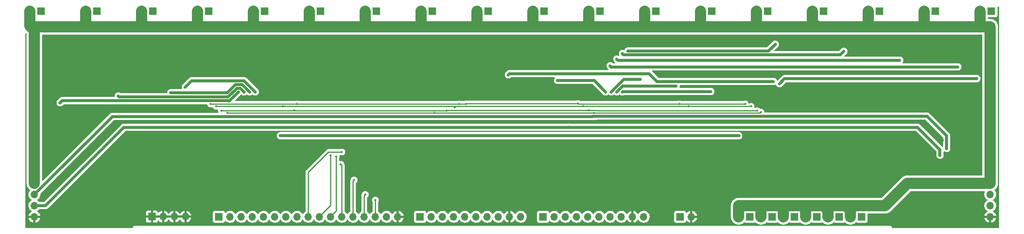
<source format=gbl>
G04 #@! TF.GenerationSoftware,KiCad,Pcbnew,(6.0.1-0)*
G04 #@! TF.CreationDate,2022-02-06T20:22:51-08:00*
G04 #@! TF.ProjectId,led-driver,6c65642d-6472-4697-9665-722e6b696361,rev?*
G04 #@! TF.SameCoordinates,Original*
G04 #@! TF.FileFunction,Copper,L2,Bot*
G04 #@! TF.FilePolarity,Positive*
%FSLAX46Y46*%
G04 Gerber Fmt 4.6, Leading zero omitted, Abs format (unit mm)*
G04 Created by KiCad (PCBNEW (6.0.1-0)) date 2022-02-06 20:22:51*
%MOMM*%
%LPD*%
G01*
G04 APERTURE LIST*
G04 #@! TA.AperFunction,ComponentPad*
%ADD10R,1.700000X1.700000*%
G04 #@! TD*
G04 #@! TA.AperFunction,ComponentPad*
%ADD11O,1.700000X1.700000*%
G04 #@! TD*
G04 #@! TA.AperFunction,ComponentPad*
%ADD12R,1.800000X1.800000*%
G04 #@! TD*
G04 #@! TA.AperFunction,ComponentPad*
%ADD13C,1.800000*%
G04 #@! TD*
G04 #@! TA.AperFunction,ViaPad*
%ADD14C,0.508000*%
G04 #@! TD*
G04 #@! TA.AperFunction,Conductor*
%ADD15C,0.635000*%
G04 #@! TD*
G04 #@! TA.AperFunction,Conductor*
%ADD16C,0.228600*%
G04 #@! TD*
G04 #@! TA.AperFunction,Conductor*
%ADD17C,2.540000*%
G04 #@! TD*
G04 APERTURE END LIST*
D10*
X69850000Y-73660000D03*
D11*
X72390000Y-73660000D03*
X74930000Y-73660000D03*
X77470000Y-73660000D03*
X80010000Y-73660000D03*
X82550000Y-73660000D03*
X85090000Y-73660000D03*
X87630000Y-73660000D03*
X90170000Y-73660000D03*
X92710000Y-73660000D03*
X95250000Y-73660000D03*
X97790000Y-73660000D03*
X100330000Y-73660000D03*
X102870000Y-73660000D03*
X105410000Y-73660000D03*
X107950000Y-73660000D03*
X110490000Y-73660000D03*
D10*
X143510000Y-73660000D03*
D11*
X146050000Y-73660000D03*
X148590000Y-73660000D03*
X151130000Y-73660000D03*
X153670000Y-73660000D03*
X156210000Y-73660000D03*
X158750000Y-73660000D03*
X161290000Y-73660000D03*
X163830000Y-73660000D03*
X166370000Y-73660000D03*
X138430000Y-73660000D03*
X135890000Y-73660000D03*
X133350000Y-73660000D03*
X130810000Y-73660000D03*
X128270000Y-73660000D03*
X125730000Y-73660000D03*
X123190000Y-73660000D03*
X120650000Y-73660000D03*
X118110000Y-73660000D03*
D10*
X115570000Y-73660000D03*
D12*
X29464000Y-26924000D03*
D13*
X26924000Y-26924000D03*
D12*
X42164000Y-26924000D03*
D13*
X39624000Y-26924000D03*
D12*
X54864000Y-26924000D03*
D13*
X52324000Y-26924000D03*
D12*
X67564000Y-26924000D03*
D13*
X65024000Y-26924000D03*
D12*
X80264000Y-26924000D03*
D13*
X77724000Y-26924000D03*
D12*
X92964000Y-26924000D03*
D13*
X90424000Y-26924000D03*
D12*
X105664000Y-26924000D03*
D13*
X103124000Y-26924000D03*
D12*
X156464000Y-26924000D03*
D13*
X153924000Y-26924000D03*
D12*
X169164000Y-26924000D03*
D13*
X166624000Y-26924000D03*
D12*
X181864000Y-26924000D03*
D13*
X179324000Y-26924000D03*
D12*
X207264000Y-26924000D03*
D13*
X204724000Y-26924000D03*
D12*
X219964000Y-26924000D03*
D13*
X217424000Y-26924000D03*
D12*
X232664000Y-26924000D03*
D13*
X230124000Y-26924000D03*
D12*
X245364000Y-26924000D03*
D13*
X242824000Y-26924000D03*
D10*
X195580000Y-73660000D03*
D11*
X193040000Y-73660000D03*
D10*
X200660000Y-73660000D03*
D11*
X198120000Y-73660000D03*
D10*
X205740000Y-73660000D03*
D11*
X203200000Y-73660000D03*
D10*
X210820000Y-73660000D03*
D11*
X208280000Y-73660000D03*
D10*
X27940000Y-66040000D03*
D11*
X27940000Y-68580000D03*
X27940000Y-71120000D03*
X27940000Y-73660000D03*
D12*
X194564000Y-26924000D03*
D13*
X192024000Y-26924000D03*
D12*
X131064000Y-26924000D03*
D13*
X128524000Y-26924000D03*
D12*
X118364000Y-26924000D03*
D13*
X115824000Y-26924000D03*
D10*
X190500000Y-73660000D03*
D11*
X187960000Y-73660000D03*
D10*
X215900000Y-73660000D03*
D11*
X213360000Y-73660000D03*
D12*
X143764000Y-26924000D03*
D13*
X141224000Y-26924000D03*
D10*
X245110000Y-66040000D03*
D11*
X245110000Y-68580000D03*
X245110000Y-71120000D03*
X245110000Y-73660000D03*
X177165000Y-73660000D03*
D10*
X174625000Y-73660000D03*
X54620000Y-73635000D03*
D11*
X57160000Y-73635000D03*
X59700000Y-73635000D03*
X62240000Y-73635000D03*
D14*
X46558200Y-52070000D03*
X137210800Y-52070000D03*
X196748400Y-52070000D03*
X218414600Y-52070000D03*
X189433200Y-48006000D03*
X151455000Y-47935000D03*
X174444000Y-48006000D03*
X73050400Y-35966400D03*
X74295000Y-35941000D03*
X71780400Y-35966400D03*
X234213400Y-56261000D03*
X176542200Y-48578000D03*
X192115568Y-49545368D03*
X71767200Y-50101000D03*
X67945000Y-48031400D03*
X150038800Y-50875200D03*
X155101661Y-50104939D03*
X192786000Y-30480000D03*
X84366600Y-48578000D03*
X69189600Y-48565570D03*
X190766200Y-48578000D03*
X156464000Y-55245000D03*
X152640800Y-48578000D03*
X123444000Y-48768000D03*
X87630000Y-48006000D03*
X193040000Y-49911000D03*
X126700270Y-61925200D03*
X125400270Y-62179200D03*
X128016000Y-61950600D03*
X150799800Y-55245000D03*
X126060200Y-48006000D03*
X85080000Y-53330000D03*
X68503800Y-53340000D03*
X72085200Y-30480000D03*
X70408800Y-49530000D03*
X124105000Y-53339400D03*
X155803600Y-30480000D03*
X153870878Y-49476878D03*
X175530000Y-53356000D03*
X149505000Y-53239000D03*
X152146000Y-53340000D03*
X153213800Y-50875200D03*
X190246000Y-53340000D03*
X235204000Y-58166000D03*
X233680000Y-59690000D03*
X119380000Y-55245000D03*
X144780000Y-55245000D03*
X172720000Y-55245000D03*
X187970000Y-55255000D03*
X83810000Y-55255000D03*
X193853570Y-33108168D03*
X121589800Y-40665400D03*
X187960000Y-71120000D03*
X151638000Y-30480000D03*
X68580000Y-30480000D03*
X189484000Y-30480000D03*
X137922000Y-30480000D03*
X117602000Y-30480000D03*
X30480000Y-38100000D03*
X165100000Y-63500000D03*
X30480000Y-45720000D03*
X114300000Y-63500000D03*
X137160000Y-63500000D03*
X218440000Y-45720000D03*
X170434000Y-41300400D03*
X233680000Y-68580000D03*
X30480000Y-43180000D03*
X185420000Y-58420000D03*
X40640000Y-63500000D03*
X137160000Y-58420000D03*
X129540000Y-35560000D03*
X165100000Y-58420000D03*
X185420000Y-66040000D03*
X218440000Y-63500000D03*
X48260000Y-55880000D03*
X45720000Y-58420000D03*
X218440000Y-66040000D03*
X185420000Y-63500000D03*
X43180000Y-50800000D03*
X114300000Y-66040000D03*
X114300000Y-60960000D03*
X40640000Y-53340000D03*
X185420000Y-60960000D03*
X165100000Y-66040000D03*
X165100000Y-60960000D03*
X218440000Y-35560000D03*
X35560000Y-58420000D03*
X200888600Y-45669200D03*
X185420000Y-68580000D03*
X236220000Y-68580000D03*
X228600000Y-68580000D03*
X129540000Y-40640000D03*
X185420000Y-33020000D03*
X114300000Y-58420000D03*
X35560000Y-68580000D03*
X137160000Y-66040000D03*
X99136200Y-67691000D03*
X137160000Y-68580000D03*
X43180000Y-60960000D03*
X218440000Y-58420000D03*
X71120000Y-68580000D03*
X218440000Y-33020000D03*
X30480000Y-35560000D03*
X30480000Y-40640000D03*
X30480000Y-63500000D03*
X71120000Y-60960000D03*
X231140000Y-68580000D03*
X177800000Y-33020000D03*
X71120000Y-58420000D03*
X137160000Y-60960000D03*
X38100000Y-55880000D03*
X185420000Y-45720000D03*
X218440000Y-60960000D03*
X129540000Y-38100000D03*
X218440000Y-55880000D03*
X170180000Y-33020000D03*
X218440000Y-68580000D03*
X38100000Y-66040000D03*
X71120000Y-66040000D03*
X218440000Y-48260000D03*
X114300000Y-68580000D03*
X104165400Y-71424800D03*
X129540000Y-43180000D03*
X71120000Y-63500000D03*
X165100000Y-68580000D03*
X33020000Y-60960000D03*
X101523800Y-70154800D03*
X191401557Y-50787443D03*
X124918200Y-50875200D03*
X86435200Y-50875200D03*
X69774800Y-50875200D03*
X175959000Y-50787443D03*
X124460000Y-48006000D03*
X86967020Y-49430980D03*
X121666000Y-49530000D03*
X118870641Y-50101000D03*
X74295000Y-45290000D03*
X33782000Y-47752000D03*
X75565000Y-45290000D03*
X46990000Y-46228000D03*
X58928000Y-45466000D03*
X76835000Y-45290000D03*
X78105000Y-45290000D03*
X62230000Y-44196000D03*
X146812000Y-42672000D03*
X157734000Y-45290000D03*
X165608000Y-42418000D03*
X159004000Y-45290000D03*
X173736000Y-43942000D03*
X160274000Y-45290000D03*
X161544000Y-45290000D03*
X181610000Y-45212000D03*
X196264244Y-34447411D03*
X162814000Y-35990000D03*
X161544000Y-36576000D03*
X211836000Y-36068000D03*
X224536000Y-38100000D03*
X160274000Y-37846000D03*
X158750000Y-39370000D03*
X237744000Y-39624000D03*
X195834000Y-42926000D03*
X135636000Y-41402000D03*
X197231000Y-43434000D03*
X242062000Y-42291000D03*
X97790000Y-58928000D03*
X95250000Y-59690000D03*
X96520000Y-59944000D03*
X97536000Y-61722000D03*
X100584000Y-65278000D03*
X103124000Y-68580000D03*
X105410000Y-69850000D03*
D15*
X46558200Y-52070000D02*
X137210800Y-52070000D01*
X137210800Y-52070000D02*
X196748400Y-52070000D01*
X196748400Y-52070000D02*
X218414600Y-52070000D01*
X218414600Y-52070000D02*
X229870000Y-52070000D01*
D16*
X151455000Y-47935000D02*
X126131200Y-47935000D01*
X126131200Y-47935000D02*
X126060200Y-48006000D01*
X174444000Y-48006000D02*
X151526000Y-48006000D01*
X151526000Y-48006000D02*
X151455000Y-47935000D01*
X189433200Y-48006000D02*
X174444000Y-48006000D01*
X67970400Y-48006000D02*
X124460000Y-48006000D01*
X124460000Y-48006000D02*
X126060200Y-48006000D01*
X70408800Y-49530000D02*
X86868000Y-49530000D01*
D15*
X229870000Y-52070000D02*
X233451400Y-55651400D01*
X233451400Y-55651400D02*
X233527600Y-55651400D01*
X233527600Y-55651400D02*
X233603800Y-55651400D01*
X233603800Y-55651400D02*
X234213400Y-56261000D01*
D16*
X190766200Y-48578000D02*
X176542200Y-48578000D01*
X176542200Y-48578000D02*
X152640800Y-48578000D01*
X192115568Y-49545368D02*
X155661231Y-49545368D01*
X118870641Y-50101000D02*
X71767200Y-50101000D01*
X69202030Y-48578000D02*
X69189600Y-48565570D01*
X84366600Y-48578000D02*
X69202030Y-48578000D01*
X67970400Y-48006000D02*
X67945000Y-48031400D01*
D15*
X155497879Y-50787443D02*
X175959000Y-50787443D01*
D16*
X153870878Y-49476878D02*
X155592741Y-49476878D01*
D15*
X153213800Y-50875200D02*
X154778220Y-50875200D01*
D16*
X192846061Y-50104939D02*
X155101661Y-50104939D01*
D15*
X154785710Y-50867710D02*
X155417612Y-50867710D01*
D16*
X155592741Y-49476878D02*
X155661231Y-49545368D01*
X118874580Y-50104939D02*
X118870641Y-50101000D01*
D15*
X155417612Y-50867710D02*
X155497879Y-50787443D01*
X154778220Y-50875200D02*
X154785710Y-50867710D01*
D16*
X193040000Y-49911000D02*
X192846061Y-50104939D01*
X155101661Y-50104939D02*
X118874580Y-50104939D01*
X152640800Y-48578000D02*
X84366600Y-48578000D01*
D15*
X74727289Y-44452289D02*
X75565000Y-45290000D01*
X72202081Y-47382919D02*
X74295000Y-45290000D01*
X71970920Y-46429378D02*
X73948009Y-44452289D01*
X73948009Y-44452289D02*
X74727289Y-44452289D01*
X72130500Y-47382919D02*
X72202081Y-47382919D01*
X47191378Y-46429378D02*
X71970920Y-46429378D01*
X34278341Y-47255659D02*
X72003240Y-47255659D01*
X46990000Y-46228000D02*
X47191378Y-46429378D01*
X72003240Y-47255659D02*
X72130500Y-47382919D01*
X33782000Y-47752000D02*
X34278341Y-47255659D01*
X150799800Y-55245000D02*
X156464000Y-55245000D01*
X156464000Y-55245000D02*
X172720000Y-55245000D01*
X150038800Y-50875200D02*
X153213800Y-50875200D01*
X45644800Y-50875200D02*
X124918200Y-50875200D01*
D16*
X123444000Y-48768000D02*
X123634000Y-48578000D01*
D15*
X144780000Y-55245000D02*
X150799800Y-55245000D01*
X48260000Y-53340000D02*
X68503800Y-53340000D01*
X68503800Y-53340000D02*
X152146000Y-53340000D01*
D17*
X77978000Y-30480000D02*
X72085200Y-30480000D01*
X72085200Y-30480000D02*
X68580000Y-30480000D01*
X166370000Y-30480000D02*
X155803600Y-30480000D01*
X155803600Y-30480000D02*
X154432000Y-30480000D01*
D16*
X121719122Y-49476878D02*
X153870878Y-49476878D01*
D15*
X152146000Y-53340000D02*
X190246000Y-53340000D01*
X190246000Y-53340000D02*
X228600000Y-53340000D01*
X27940000Y-71120000D02*
X30480000Y-71120000D01*
X30480000Y-71120000D02*
X48260000Y-53340000D01*
X233680000Y-58420000D02*
X233680000Y-59690000D01*
X228600000Y-53340000D02*
X233680000Y-58420000D01*
D16*
X121666000Y-49530000D02*
X121719122Y-49476878D01*
D15*
X230722019Y-50787443D02*
X191401557Y-50787443D01*
X235204000Y-58166000D02*
X235204000Y-55269424D01*
X235204000Y-55269424D02*
X230722019Y-50787443D01*
X119380000Y-55245000D02*
X144780000Y-55245000D01*
X172720000Y-55245000D02*
X187960000Y-55245000D01*
X83810000Y-55255000D02*
X83820000Y-55245000D01*
X187960000Y-55245000D02*
X187970000Y-55255000D01*
X83820000Y-55245000D02*
X119380000Y-55245000D01*
X27940000Y-68580000D02*
X45644800Y-50875200D01*
D17*
X65024000Y-26924000D02*
X65024000Y-30226000D01*
X192532000Y-71120000D02*
X187960000Y-71120000D01*
X205740000Y-30480000D02*
X192786000Y-30480000D01*
X189484000Y-30480000D02*
X179832000Y-30480000D01*
X103124000Y-29972000D02*
X102616000Y-30480000D01*
X208280000Y-73660000D02*
X208280000Y-72136000D01*
X217678000Y-30480000D02*
X205740000Y-30480000D01*
X212344000Y-71120000D02*
X207264000Y-71120000D01*
X117602000Y-30480000D02*
X115062000Y-30480000D01*
X39624000Y-29718000D02*
X38862000Y-30480000D01*
X77978000Y-30480000D02*
X102616000Y-30480000D01*
X128524000Y-29972000D02*
X129032000Y-30480000D01*
X242824000Y-29718000D02*
X242062000Y-30480000D01*
X229616000Y-30480000D02*
X217678000Y-30480000D01*
X217424000Y-26924000D02*
X217424000Y-30226000D01*
X192024000Y-29718000D02*
X192786000Y-30480000D01*
X187960000Y-73660000D02*
X187960000Y-71120000D01*
X141732000Y-30480000D02*
X137922000Y-30480000D01*
X137922000Y-30480000D02*
X129032000Y-30480000D01*
X115062000Y-30480000D02*
X102616000Y-30480000D01*
X230124000Y-29972000D02*
X229616000Y-30480000D01*
X65024000Y-30226000D02*
X65278000Y-30480000D01*
X221742000Y-70612000D02*
X221234000Y-71120000D01*
X52324000Y-26924000D02*
X52324000Y-30480000D01*
X39624000Y-26924000D02*
X39624000Y-29718000D01*
X179832000Y-30480000D02*
X166370000Y-30480000D01*
X141224000Y-29972000D02*
X141732000Y-30480000D01*
X27178000Y-30480000D02*
X27940000Y-31242000D01*
X151638000Y-30480000D02*
X141732000Y-30480000D01*
X26924000Y-30226000D02*
X27178000Y-30480000D01*
X65278000Y-30480000D02*
X52324000Y-30480000D01*
X179324000Y-29972000D02*
X179832000Y-30480000D01*
X245110000Y-66040000D02*
X245110000Y-30480000D01*
X103124000Y-26924000D02*
X103124000Y-29972000D01*
X153924000Y-29972000D02*
X154432000Y-30480000D01*
X192024000Y-26924000D02*
X192024000Y-29718000D01*
X154432000Y-30480000D02*
X151638000Y-30480000D01*
X26924000Y-26924000D02*
X26924000Y-30226000D01*
X68580000Y-30480000D02*
X65278000Y-30480000D01*
X245110000Y-30480000D02*
X242062000Y-30480000D01*
X38862000Y-30480000D02*
X27178000Y-30480000D01*
X198120000Y-71120000D02*
X192532000Y-71120000D01*
X226314000Y-66040000D02*
X221742000Y-70612000D01*
X193040000Y-71628000D02*
X192532000Y-71120000D01*
X90424000Y-29972000D02*
X90932000Y-30480000D01*
X217424000Y-30226000D02*
X217678000Y-30480000D01*
X129032000Y-30480000D02*
X117602000Y-30480000D01*
X213360000Y-73660000D02*
X213360000Y-72136000D01*
X77724000Y-26924000D02*
X77724000Y-30226000D01*
X242062000Y-30480000D02*
X229616000Y-30480000D01*
X115824000Y-29718000D02*
X115062000Y-30480000D01*
X141224000Y-26924000D02*
X141224000Y-29972000D01*
X204724000Y-26924000D02*
X204724000Y-29464000D01*
X203200000Y-73660000D02*
X203200000Y-71554578D01*
X204724000Y-29464000D02*
X205740000Y-30480000D01*
X198120000Y-71120000D02*
X207264000Y-71120000D01*
X153924000Y-26924000D02*
X153924000Y-29972000D01*
X128524000Y-26924000D02*
X128524000Y-29972000D01*
X166624000Y-26924000D02*
X166624000Y-30226000D01*
X193040000Y-73660000D02*
X193040000Y-71628000D01*
X213360000Y-72136000D02*
X212344000Y-71120000D01*
X90424000Y-26924000D02*
X90424000Y-29972000D01*
X27940000Y-31242000D02*
X27940000Y-66040000D01*
X198120000Y-73660000D02*
X198120000Y-71120000D01*
X179324000Y-26924000D02*
X179324000Y-29972000D01*
X221234000Y-71120000D02*
X212344000Y-71120000D01*
X115824000Y-26924000D02*
X115824000Y-29718000D01*
X166624000Y-30226000D02*
X166370000Y-30480000D01*
X230124000Y-26924000D02*
X230124000Y-29972000D01*
X192786000Y-30480000D02*
X189484000Y-30480000D01*
X52324000Y-30480000D02*
X38862000Y-30480000D01*
X208280000Y-72136000D02*
X207264000Y-71120000D01*
X77724000Y-30226000D02*
X77978000Y-30480000D01*
X242824000Y-26924000D02*
X242824000Y-29718000D01*
X245110000Y-66040000D02*
X226314000Y-66040000D01*
D15*
X191401557Y-50787443D02*
X175959000Y-50787443D01*
X124918200Y-50875200D02*
X150038800Y-50875200D01*
D16*
X87066040Y-49530000D02*
X86967020Y-49430980D01*
X121666000Y-49530000D02*
X87066040Y-49530000D01*
X86967020Y-49430980D02*
X86868000Y-49530000D01*
D15*
X58928000Y-45466000D02*
X71749596Y-45466000D01*
X71749596Y-45466000D02*
X73601018Y-43614578D01*
X73601018Y-43614578D02*
X75159578Y-43614578D01*
X75159578Y-43614578D02*
X76835000Y-45290000D01*
X62230000Y-44196000D02*
X63649133Y-42776867D01*
X75591867Y-42776867D02*
X78105000Y-45290000D01*
X63649133Y-42776867D02*
X75591867Y-42776867D01*
X146812000Y-42672000D02*
X155116000Y-42672000D01*
X155116000Y-42672000D02*
X157734000Y-45290000D01*
X165608000Y-42418000D02*
X161876000Y-42418000D01*
X161876000Y-42418000D02*
X159004000Y-45290000D01*
X173736000Y-43942000D02*
X161622000Y-43942000D01*
X161622000Y-43942000D02*
X160274000Y-45290000D01*
X161622000Y-45212000D02*
X161544000Y-45290000D01*
X181610000Y-45212000D02*
X161622000Y-45212000D01*
X162814000Y-35990000D02*
X194721655Y-35990000D01*
X194721655Y-35990000D02*
X196264244Y-34447411D01*
X211076289Y-36827711D02*
X161795711Y-36827711D01*
X161795711Y-36827711D02*
X161544000Y-36576000D01*
X211836000Y-36068000D02*
X211076289Y-36827711D01*
X160528000Y-38100000D02*
X160274000Y-37846000D01*
X224536000Y-38100000D02*
X160528000Y-38100000D01*
X159004000Y-39624000D02*
X158750000Y-39370000D01*
X237744000Y-39624000D02*
X159004000Y-39624000D01*
X169418000Y-42926000D02*
X167640000Y-41148000D01*
X167640000Y-41148000D02*
X135890000Y-41148000D01*
X135890000Y-41148000D02*
X135636000Y-41402000D01*
X195834000Y-42926000D02*
X169418000Y-42926000D01*
X242062000Y-42291000D02*
X198374000Y-42291000D01*
X198374000Y-42291000D02*
X197231000Y-43434000D01*
D16*
X90170000Y-63500000D02*
X94742000Y-58928000D01*
X94742000Y-58928000D02*
X97790000Y-58928000D01*
X90170000Y-73635000D02*
X90170000Y-63500000D01*
X95250000Y-71095000D02*
X92710000Y-73635000D01*
X95250000Y-59690000D02*
X95250000Y-71095000D01*
X96520000Y-59944000D02*
X96520000Y-72365000D01*
X96520000Y-72365000D02*
X95250000Y-73635000D01*
X97790000Y-61976000D02*
X97790000Y-73635000D01*
X97536000Y-61722000D02*
X97790000Y-61976000D01*
X100584000Y-65278000D02*
X100330000Y-65532000D01*
X100330000Y-65532000D02*
X100330000Y-73635000D01*
X102870000Y-68834000D02*
X102870000Y-73635000D01*
X103124000Y-68580000D02*
X102870000Y-68834000D01*
X105410000Y-69850000D02*
X105410000Y-73635000D01*
G04 #@! TA.AperFunction,Conductor*
G36*
X247084121Y-25928002D02*
G01*
X247130614Y-25981658D01*
X247142000Y-26034000D01*
X247142000Y-30370334D01*
X247140708Y-30374733D01*
X247142000Y-30384153D01*
X247142000Y-65930334D01*
X247140708Y-65934733D01*
X247142000Y-65944153D01*
X247142000Y-76074000D01*
X247121998Y-76142121D01*
X247068342Y-76188614D01*
X247016000Y-76200000D01*
X222873417Y-76200000D01*
X222805296Y-76179998D01*
X222758803Y-76126342D01*
X222752268Y-76108627D01*
X222750361Y-76101955D01*
X222746783Y-76085191D01*
X222743870Y-76064848D01*
X222743867Y-76064838D01*
X222742595Y-76055955D01*
X222731979Y-76032605D01*
X222725536Y-76015093D01*
X222720954Y-75999063D01*
X222718488Y-75990435D01*
X222702726Y-75965452D01*
X222694596Y-75950386D01*
X222682367Y-75923490D01*
X222665626Y-75904061D01*
X222654521Y-75889053D01*
X222645630Y-75874961D01*
X222640840Y-75867369D01*
X222618703Y-75847818D01*
X222606659Y-75835626D01*
X222593239Y-75820051D01*
X222593237Y-75820050D01*
X222587381Y-75813253D01*
X222579853Y-75808374D01*
X222579850Y-75808371D01*
X222565861Y-75799304D01*
X222550987Y-75788014D01*
X222538502Y-75776988D01*
X222531772Y-75771044D01*
X222523646Y-75767229D01*
X222523645Y-75767228D01*
X222517979Y-75764568D01*
X222505034Y-75758490D01*
X222490065Y-75750176D01*
X222465273Y-75734107D01*
X222440709Y-75726761D01*
X222423264Y-75720099D01*
X222418827Y-75718016D01*
X222400052Y-75709201D01*
X222370870Y-75704657D01*
X222354151Y-75700874D01*
X222334464Y-75694986D01*
X222334461Y-75694985D01*
X222325859Y-75692413D01*
X222316884Y-75692358D01*
X222316883Y-75692358D01*
X222310190Y-75692317D01*
X222291444Y-75692203D01*
X222290672Y-75692170D01*
X222289577Y-75692000D01*
X222258702Y-75692000D01*
X222257932Y-75691998D01*
X222184284Y-75691548D01*
X222184283Y-75691548D01*
X222180348Y-75691524D01*
X222179004Y-75691908D01*
X222177659Y-75692000D01*
X213469666Y-75692000D01*
X213465267Y-75690708D01*
X213455847Y-75692000D01*
X208389666Y-75692000D01*
X208385267Y-75690708D01*
X208375847Y-75692000D01*
X203309666Y-75692000D01*
X203305267Y-75690708D01*
X203295847Y-75692000D01*
X198229666Y-75692000D01*
X198225267Y-75690708D01*
X198215847Y-75692000D01*
X193149666Y-75692000D01*
X193145267Y-75690708D01*
X193135847Y-75692000D01*
X188069666Y-75692000D01*
X188065267Y-75690708D01*
X188055847Y-75692000D01*
X50808702Y-75692000D01*
X50807932Y-75691998D01*
X50807078Y-75691993D01*
X50730348Y-75691524D01*
X50721719Y-75693990D01*
X50721714Y-75693991D01*
X50701952Y-75699639D01*
X50685191Y-75703217D01*
X50664848Y-75706130D01*
X50664838Y-75706133D01*
X50655955Y-75707405D01*
X50632605Y-75718021D01*
X50615093Y-75724464D01*
X50607057Y-75726761D01*
X50590435Y-75731512D01*
X50565452Y-75747274D01*
X50550386Y-75755404D01*
X50523490Y-75767633D01*
X50504061Y-75784374D01*
X50489053Y-75795479D01*
X50467369Y-75809160D01*
X50461427Y-75815888D01*
X50447819Y-75831296D01*
X50435627Y-75843340D01*
X50413253Y-75862619D01*
X50408374Y-75870147D01*
X50408371Y-75870150D01*
X50399304Y-75884139D01*
X50388014Y-75899013D01*
X50371044Y-75918228D01*
X50358490Y-75944966D01*
X50350176Y-75959935D01*
X50334107Y-75984727D01*
X50331535Y-75993327D01*
X50326761Y-76009290D01*
X50320099Y-76026736D01*
X50309201Y-76049948D01*
X50305456Y-76074000D01*
X50304658Y-76079128D01*
X50300873Y-76095854D01*
X50296609Y-76110109D01*
X50257924Y-76169640D01*
X50193195Y-76198807D01*
X50175894Y-76200000D01*
X26034000Y-76200000D01*
X25965879Y-76179998D01*
X25919386Y-76126342D01*
X25908000Y-76074000D01*
X25908000Y-73927966D01*
X26608257Y-73927966D01*
X26638565Y-74062446D01*
X26641645Y-74072275D01*
X26721770Y-74269603D01*
X26726413Y-74278794D01*
X26837694Y-74460388D01*
X26843777Y-74468699D01*
X26983213Y-74629667D01*
X26990580Y-74636883D01*
X27154434Y-74772916D01*
X27162881Y-74778831D01*
X27346756Y-74886279D01*
X27356042Y-74890729D01*
X27555001Y-74966703D01*
X27564899Y-74969579D01*
X27668250Y-74990606D01*
X27682299Y-74989410D01*
X27686000Y-74979065D01*
X27686000Y-74978517D01*
X28194000Y-74978517D01*
X28198064Y-74992359D01*
X28211478Y-74994393D01*
X28218184Y-74993534D01*
X28228262Y-74991392D01*
X28432255Y-74930191D01*
X28441842Y-74926433D01*
X28633095Y-74832739D01*
X28641945Y-74827464D01*
X28815328Y-74703792D01*
X28823200Y-74697139D01*
X28974052Y-74546812D01*
X28980730Y-74538965D01*
X28987410Y-74529669D01*
X53262001Y-74529669D01*
X53262371Y-74536490D01*
X53267895Y-74587352D01*
X53271521Y-74602604D01*
X53316676Y-74723054D01*
X53325214Y-74738649D01*
X53401715Y-74840724D01*
X53414276Y-74853285D01*
X53516351Y-74929786D01*
X53531946Y-74938324D01*
X53652394Y-74983478D01*
X53667649Y-74987105D01*
X53718514Y-74992631D01*
X53725328Y-74993000D01*
X54347885Y-74993000D01*
X54363124Y-74988525D01*
X54364329Y-74987135D01*
X54366000Y-74979452D01*
X54366000Y-74974884D01*
X54874000Y-74974884D01*
X54878475Y-74990123D01*
X54879865Y-74991328D01*
X54887548Y-74992999D01*
X55514669Y-74992999D01*
X55521490Y-74992629D01*
X55572352Y-74987105D01*
X55587604Y-74983479D01*
X55708054Y-74938324D01*
X55723649Y-74929786D01*
X55825724Y-74853285D01*
X55838285Y-74840724D01*
X55914786Y-74738649D01*
X55923325Y-74723052D01*
X55964425Y-74613418D01*
X56007066Y-74556653D01*
X56073628Y-74531953D01*
X56142977Y-74547160D01*
X56177645Y-74575150D01*
X56203219Y-74604674D01*
X56210580Y-74611883D01*
X56374434Y-74747916D01*
X56382881Y-74753831D01*
X56566756Y-74861279D01*
X56576042Y-74865729D01*
X56775001Y-74941703D01*
X56784899Y-74944579D01*
X56888250Y-74965606D01*
X56902299Y-74964410D01*
X56906000Y-74954065D01*
X56906000Y-74953517D01*
X57414000Y-74953517D01*
X57418064Y-74967359D01*
X57431478Y-74969393D01*
X57438184Y-74968534D01*
X57448262Y-74966392D01*
X57652255Y-74905191D01*
X57661842Y-74901433D01*
X57853095Y-74807739D01*
X57861945Y-74802464D01*
X58035328Y-74678792D01*
X58043200Y-74672139D01*
X58194052Y-74521812D01*
X58200730Y-74513965D01*
X58328022Y-74336819D01*
X58329147Y-74337627D01*
X58376669Y-74293876D01*
X58446607Y-74281661D01*
X58512046Y-74309197D01*
X58539870Y-74341028D01*
X58597690Y-74435383D01*
X58603777Y-74443699D01*
X58743213Y-74604667D01*
X58750580Y-74611883D01*
X58914434Y-74747916D01*
X58922881Y-74753831D01*
X59106756Y-74861279D01*
X59116042Y-74865729D01*
X59315001Y-74941703D01*
X59324899Y-74944579D01*
X59428250Y-74965606D01*
X59442299Y-74964410D01*
X59446000Y-74954065D01*
X59446000Y-74953517D01*
X59954000Y-74953517D01*
X59958064Y-74967359D01*
X59971478Y-74969393D01*
X59978184Y-74968534D01*
X59988262Y-74966392D01*
X60192255Y-74905191D01*
X60201842Y-74901433D01*
X60393095Y-74807739D01*
X60401945Y-74802464D01*
X60575328Y-74678792D01*
X60583200Y-74672139D01*
X60734052Y-74521812D01*
X60740730Y-74513965D01*
X60868022Y-74336819D01*
X60869147Y-74337627D01*
X60916669Y-74293876D01*
X60986607Y-74281661D01*
X61052046Y-74309197D01*
X61079870Y-74341028D01*
X61137690Y-74435383D01*
X61143777Y-74443699D01*
X61283213Y-74604667D01*
X61290580Y-74611883D01*
X61454434Y-74747916D01*
X61462881Y-74753831D01*
X61646756Y-74861279D01*
X61656042Y-74865729D01*
X61855001Y-74941703D01*
X61864899Y-74944579D01*
X61968250Y-74965606D01*
X61982299Y-74964410D01*
X61986000Y-74954065D01*
X61986000Y-74953517D01*
X62494000Y-74953517D01*
X62498064Y-74967359D01*
X62511478Y-74969393D01*
X62518184Y-74968534D01*
X62528262Y-74966392D01*
X62732255Y-74905191D01*
X62741842Y-74901433D01*
X62933095Y-74807739D01*
X62941945Y-74802464D01*
X63115328Y-74678792D01*
X63123200Y-74672139D01*
X63237603Y-74558134D01*
X68491500Y-74558134D01*
X68498255Y-74620316D01*
X68549385Y-74756705D01*
X68636739Y-74873261D01*
X68753295Y-74960615D01*
X68889684Y-75011745D01*
X68951866Y-75018500D01*
X70748134Y-75018500D01*
X70810316Y-75011745D01*
X70946705Y-74960615D01*
X71063261Y-74873261D01*
X71150615Y-74756705D01*
X71172799Y-74697529D01*
X71194598Y-74639382D01*
X71237240Y-74582618D01*
X71303802Y-74557918D01*
X71373150Y-74573126D01*
X71407817Y-74601114D01*
X71436250Y-74633938D01*
X71608126Y-74776632D01*
X71801000Y-74889338D01*
X71805825Y-74891180D01*
X71805826Y-74891181D01*
X71837563Y-74903300D01*
X72009692Y-74969030D01*
X72014760Y-74970061D01*
X72014763Y-74970062D01*
X72098533Y-74987105D01*
X72228597Y-75013567D01*
X72233772Y-75013757D01*
X72233774Y-75013757D01*
X72446673Y-75021564D01*
X72446677Y-75021564D01*
X72451837Y-75021753D01*
X72456957Y-75021097D01*
X72456959Y-75021097D01*
X72668288Y-74994025D01*
X72668289Y-74994025D01*
X72673416Y-74993368D01*
X72678366Y-74991883D01*
X72882429Y-74930661D01*
X72882434Y-74930659D01*
X72887384Y-74929174D01*
X73087994Y-74830896D01*
X73269860Y-74701173D01*
X73292320Y-74678792D01*
X73414886Y-74556653D01*
X73428096Y-74543489D01*
X73436386Y-74531953D01*
X73558453Y-74362077D01*
X73559776Y-74363028D01*
X73606645Y-74319857D01*
X73676580Y-74307625D01*
X73742026Y-74335144D01*
X73769875Y-74366994D01*
X73829987Y-74465088D01*
X73976250Y-74633938D01*
X74148126Y-74776632D01*
X74341000Y-74889338D01*
X74345825Y-74891180D01*
X74345826Y-74891181D01*
X74377563Y-74903300D01*
X74549692Y-74969030D01*
X74554760Y-74970061D01*
X74554763Y-74970062D01*
X74638533Y-74987105D01*
X74768597Y-75013567D01*
X74773772Y-75013757D01*
X74773774Y-75013757D01*
X74986673Y-75021564D01*
X74986677Y-75021564D01*
X74991837Y-75021753D01*
X74996957Y-75021097D01*
X74996959Y-75021097D01*
X75208288Y-74994025D01*
X75208289Y-74994025D01*
X75213416Y-74993368D01*
X75218366Y-74991883D01*
X75422429Y-74930661D01*
X75422434Y-74930659D01*
X75427384Y-74929174D01*
X75627994Y-74830896D01*
X75809860Y-74701173D01*
X75832320Y-74678792D01*
X75954886Y-74556653D01*
X75968096Y-74543489D01*
X75976386Y-74531953D01*
X76098453Y-74362077D01*
X76099776Y-74363028D01*
X76146645Y-74319857D01*
X76216580Y-74307625D01*
X76282026Y-74335144D01*
X76309875Y-74366994D01*
X76369987Y-74465088D01*
X76516250Y-74633938D01*
X76688126Y-74776632D01*
X76881000Y-74889338D01*
X76885825Y-74891180D01*
X76885826Y-74891181D01*
X76917563Y-74903300D01*
X77089692Y-74969030D01*
X77094760Y-74970061D01*
X77094763Y-74970062D01*
X77178533Y-74987105D01*
X77308597Y-75013567D01*
X77313772Y-75013757D01*
X77313774Y-75013757D01*
X77526673Y-75021564D01*
X77526677Y-75021564D01*
X77531837Y-75021753D01*
X77536957Y-75021097D01*
X77536959Y-75021097D01*
X77748288Y-74994025D01*
X77748289Y-74994025D01*
X77753416Y-74993368D01*
X77758366Y-74991883D01*
X77962429Y-74930661D01*
X77962434Y-74930659D01*
X77967384Y-74929174D01*
X78167994Y-74830896D01*
X78349860Y-74701173D01*
X78372320Y-74678792D01*
X78494886Y-74556653D01*
X78508096Y-74543489D01*
X78516386Y-74531953D01*
X78638453Y-74362077D01*
X78639776Y-74363028D01*
X78686645Y-74319857D01*
X78756580Y-74307625D01*
X78822026Y-74335144D01*
X78849875Y-74366994D01*
X78909987Y-74465088D01*
X79056250Y-74633938D01*
X79228126Y-74776632D01*
X79421000Y-74889338D01*
X79425825Y-74891180D01*
X79425826Y-74891181D01*
X79457563Y-74903300D01*
X79629692Y-74969030D01*
X79634760Y-74970061D01*
X79634763Y-74970062D01*
X79718533Y-74987105D01*
X79848597Y-75013567D01*
X79853772Y-75013757D01*
X79853774Y-75013757D01*
X80066673Y-75021564D01*
X80066677Y-75021564D01*
X80071837Y-75021753D01*
X80076957Y-75021097D01*
X80076959Y-75021097D01*
X80288288Y-74994025D01*
X80288289Y-74994025D01*
X80293416Y-74993368D01*
X80298366Y-74991883D01*
X80502429Y-74930661D01*
X80502434Y-74930659D01*
X80507384Y-74929174D01*
X80707994Y-74830896D01*
X80889860Y-74701173D01*
X80912320Y-74678792D01*
X81034886Y-74556653D01*
X81048096Y-74543489D01*
X81056386Y-74531953D01*
X81178453Y-74362077D01*
X81179776Y-74363028D01*
X81226645Y-74319857D01*
X81296580Y-74307625D01*
X81362026Y-74335144D01*
X81389875Y-74366994D01*
X81449987Y-74465088D01*
X81596250Y-74633938D01*
X81768126Y-74776632D01*
X81961000Y-74889338D01*
X81965825Y-74891180D01*
X81965826Y-74891181D01*
X81997563Y-74903300D01*
X82169692Y-74969030D01*
X82174760Y-74970061D01*
X82174763Y-74970062D01*
X82258533Y-74987105D01*
X82388597Y-75013567D01*
X82393772Y-75013757D01*
X82393774Y-75013757D01*
X82606673Y-75021564D01*
X82606677Y-75021564D01*
X82611837Y-75021753D01*
X82616957Y-75021097D01*
X82616959Y-75021097D01*
X82828288Y-74994025D01*
X82828289Y-74994025D01*
X82833416Y-74993368D01*
X82838366Y-74991883D01*
X83042429Y-74930661D01*
X83042434Y-74930659D01*
X83047384Y-74929174D01*
X83247994Y-74830896D01*
X83429860Y-74701173D01*
X83452320Y-74678792D01*
X83574886Y-74556653D01*
X83588096Y-74543489D01*
X83596386Y-74531953D01*
X83718453Y-74362077D01*
X83719776Y-74363028D01*
X83766645Y-74319857D01*
X83836580Y-74307625D01*
X83902026Y-74335144D01*
X83929875Y-74366994D01*
X83989987Y-74465088D01*
X84136250Y-74633938D01*
X84308126Y-74776632D01*
X84501000Y-74889338D01*
X84505825Y-74891180D01*
X84505826Y-74891181D01*
X84537563Y-74903300D01*
X84709692Y-74969030D01*
X84714760Y-74970061D01*
X84714763Y-74970062D01*
X84798533Y-74987105D01*
X84928597Y-75013567D01*
X84933772Y-75013757D01*
X84933774Y-75013757D01*
X85146673Y-75021564D01*
X85146677Y-75021564D01*
X85151837Y-75021753D01*
X85156957Y-75021097D01*
X85156959Y-75021097D01*
X85368288Y-74994025D01*
X85368289Y-74994025D01*
X85373416Y-74993368D01*
X85378366Y-74991883D01*
X85582429Y-74930661D01*
X85582434Y-74930659D01*
X85587384Y-74929174D01*
X85787994Y-74830896D01*
X85969860Y-74701173D01*
X85992320Y-74678792D01*
X86114886Y-74556653D01*
X86128096Y-74543489D01*
X86136386Y-74531953D01*
X86258453Y-74362077D01*
X86259776Y-74363028D01*
X86306645Y-74319857D01*
X86376580Y-74307625D01*
X86442026Y-74335144D01*
X86469875Y-74366994D01*
X86529987Y-74465088D01*
X86676250Y-74633938D01*
X86848126Y-74776632D01*
X87041000Y-74889338D01*
X87045825Y-74891180D01*
X87045826Y-74891181D01*
X87077563Y-74903300D01*
X87249692Y-74969030D01*
X87254760Y-74970061D01*
X87254763Y-74970062D01*
X87338533Y-74987105D01*
X87468597Y-75013567D01*
X87473772Y-75013757D01*
X87473774Y-75013757D01*
X87686673Y-75021564D01*
X87686677Y-75021564D01*
X87691837Y-75021753D01*
X87696957Y-75021097D01*
X87696959Y-75021097D01*
X87908288Y-74994025D01*
X87908289Y-74994025D01*
X87913416Y-74993368D01*
X87918366Y-74991883D01*
X88122429Y-74930661D01*
X88122434Y-74930659D01*
X88127384Y-74929174D01*
X88327994Y-74830896D01*
X88509860Y-74701173D01*
X88532320Y-74678792D01*
X88654886Y-74556653D01*
X88668096Y-74543489D01*
X88676386Y-74531953D01*
X88798453Y-74362077D01*
X88799776Y-74363028D01*
X88846645Y-74319857D01*
X88916580Y-74307625D01*
X88982026Y-74335144D01*
X89009875Y-74366994D01*
X89069987Y-74465088D01*
X89216250Y-74633938D01*
X89388126Y-74776632D01*
X89581000Y-74889338D01*
X89585825Y-74891180D01*
X89585826Y-74891181D01*
X89617563Y-74903300D01*
X89789692Y-74969030D01*
X89794760Y-74970061D01*
X89794763Y-74970062D01*
X89878533Y-74987105D01*
X90008597Y-75013567D01*
X90013772Y-75013757D01*
X90013774Y-75013757D01*
X90226673Y-75021564D01*
X90226677Y-75021564D01*
X90231837Y-75021753D01*
X90236957Y-75021097D01*
X90236959Y-75021097D01*
X90448288Y-74994025D01*
X90448289Y-74994025D01*
X90453416Y-74993368D01*
X90458366Y-74991883D01*
X90662429Y-74930661D01*
X90662434Y-74930659D01*
X90667384Y-74929174D01*
X90867994Y-74830896D01*
X91049860Y-74701173D01*
X91072320Y-74678792D01*
X91194886Y-74556653D01*
X91208096Y-74543489D01*
X91216386Y-74531953D01*
X91338453Y-74362077D01*
X91339776Y-74363028D01*
X91386645Y-74319857D01*
X91456580Y-74307625D01*
X91522026Y-74335144D01*
X91549875Y-74366994D01*
X91609987Y-74465088D01*
X91756250Y-74633938D01*
X91928126Y-74776632D01*
X92121000Y-74889338D01*
X92125825Y-74891180D01*
X92125826Y-74891181D01*
X92157563Y-74903300D01*
X92329692Y-74969030D01*
X92334760Y-74970061D01*
X92334763Y-74970062D01*
X92418533Y-74987105D01*
X92548597Y-75013567D01*
X92553772Y-75013757D01*
X92553774Y-75013757D01*
X92766673Y-75021564D01*
X92766677Y-75021564D01*
X92771837Y-75021753D01*
X92776957Y-75021097D01*
X92776959Y-75021097D01*
X92988288Y-74994025D01*
X92988289Y-74994025D01*
X92993416Y-74993368D01*
X92998366Y-74991883D01*
X93202429Y-74930661D01*
X93202434Y-74930659D01*
X93207384Y-74929174D01*
X93407994Y-74830896D01*
X93589860Y-74701173D01*
X93612320Y-74678792D01*
X93734886Y-74556653D01*
X93748096Y-74543489D01*
X93756386Y-74531953D01*
X93878453Y-74362077D01*
X93879776Y-74363028D01*
X93926645Y-74319857D01*
X93996580Y-74307625D01*
X94062026Y-74335144D01*
X94089875Y-74366994D01*
X94149987Y-74465088D01*
X94296250Y-74633938D01*
X94468126Y-74776632D01*
X94661000Y-74889338D01*
X94665825Y-74891180D01*
X94665826Y-74891181D01*
X94697563Y-74903300D01*
X94869692Y-74969030D01*
X94874760Y-74970061D01*
X94874763Y-74970062D01*
X94958533Y-74987105D01*
X95088597Y-75013567D01*
X95093772Y-75013757D01*
X95093774Y-75013757D01*
X95306673Y-75021564D01*
X95306677Y-75021564D01*
X95311837Y-75021753D01*
X95316957Y-75021097D01*
X95316959Y-75021097D01*
X95528288Y-74994025D01*
X95528289Y-74994025D01*
X95533416Y-74993368D01*
X95538366Y-74991883D01*
X95742429Y-74930661D01*
X95742434Y-74930659D01*
X95747384Y-74929174D01*
X95947994Y-74830896D01*
X96129860Y-74701173D01*
X96152320Y-74678792D01*
X96274886Y-74556653D01*
X96288096Y-74543489D01*
X96296386Y-74531953D01*
X96418453Y-74362077D01*
X96419776Y-74363028D01*
X96466645Y-74319857D01*
X96536580Y-74307625D01*
X96602026Y-74335144D01*
X96629875Y-74366994D01*
X96689987Y-74465088D01*
X96836250Y-74633938D01*
X97008126Y-74776632D01*
X97201000Y-74889338D01*
X97205825Y-74891180D01*
X97205826Y-74891181D01*
X97237563Y-74903300D01*
X97409692Y-74969030D01*
X97414760Y-74970061D01*
X97414763Y-74970062D01*
X97498533Y-74987105D01*
X97628597Y-75013567D01*
X97633772Y-75013757D01*
X97633774Y-75013757D01*
X97846673Y-75021564D01*
X97846677Y-75021564D01*
X97851837Y-75021753D01*
X97856957Y-75021097D01*
X97856959Y-75021097D01*
X98068288Y-74994025D01*
X98068289Y-74994025D01*
X98073416Y-74993368D01*
X98078366Y-74991883D01*
X98282429Y-74930661D01*
X98282434Y-74930659D01*
X98287384Y-74929174D01*
X98487994Y-74830896D01*
X98669860Y-74701173D01*
X98692320Y-74678792D01*
X98814886Y-74556653D01*
X98828096Y-74543489D01*
X98836386Y-74531953D01*
X98958453Y-74362077D01*
X98959776Y-74363028D01*
X99006645Y-74319857D01*
X99076580Y-74307625D01*
X99142026Y-74335144D01*
X99169875Y-74366994D01*
X99229987Y-74465088D01*
X99376250Y-74633938D01*
X99548126Y-74776632D01*
X99741000Y-74889338D01*
X99745825Y-74891180D01*
X99745826Y-74891181D01*
X99777563Y-74903300D01*
X99949692Y-74969030D01*
X99954760Y-74970061D01*
X99954763Y-74970062D01*
X100038533Y-74987105D01*
X100168597Y-75013567D01*
X100173772Y-75013757D01*
X100173774Y-75013757D01*
X100386673Y-75021564D01*
X100386677Y-75021564D01*
X100391837Y-75021753D01*
X100396957Y-75021097D01*
X100396959Y-75021097D01*
X100608288Y-74994025D01*
X100608289Y-74994025D01*
X100613416Y-74993368D01*
X100618366Y-74991883D01*
X100822429Y-74930661D01*
X100822434Y-74930659D01*
X100827384Y-74929174D01*
X101027994Y-74830896D01*
X101209860Y-74701173D01*
X101232320Y-74678792D01*
X101354886Y-74556653D01*
X101368096Y-74543489D01*
X101376386Y-74531953D01*
X101498453Y-74362077D01*
X101499776Y-74363028D01*
X101546645Y-74319857D01*
X101616580Y-74307625D01*
X101682026Y-74335144D01*
X101709875Y-74366994D01*
X101769987Y-74465088D01*
X101916250Y-74633938D01*
X102088126Y-74776632D01*
X102281000Y-74889338D01*
X102285825Y-74891180D01*
X102285826Y-74891181D01*
X102317563Y-74903300D01*
X102489692Y-74969030D01*
X102494760Y-74970061D01*
X102494763Y-74970062D01*
X102578533Y-74987105D01*
X102708597Y-75013567D01*
X102713772Y-75013757D01*
X102713774Y-75013757D01*
X102926673Y-75021564D01*
X102926677Y-75021564D01*
X102931837Y-75021753D01*
X102936957Y-75021097D01*
X102936959Y-75021097D01*
X103148288Y-74994025D01*
X103148289Y-74994025D01*
X103153416Y-74993368D01*
X103158366Y-74991883D01*
X103362429Y-74930661D01*
X103362434Y-74930659D01*
X103367384Y-74929174D01*
X103567994Y-74830896D01*
X103749860Y-74701173D01*
X103772320Y-74678792D01*
X103894886Y-74556653D01*
X103908096Y-74543489D01*
X103916386Y-74531953D01*
X104038453Y-74362077D01*
X104039776Y-74363028D01*
X104086645Y-74319857D01*
X104156580Y-74307625D01*
X104222026Y-74335144D01*
X104249875Y-74366994D01*
X104309987Y-74465088D01*
X104456250Y-74633938D01*
X104628126Y-74776632D01*
X104821000Y-74889338D01*
X104825825Y-74891180D01*
X104825826Y-74891181D01*
X104857563Y-74903300D01*
X105029692Y-74969030D01*
X105034760Y-74970061D01*
X105034763Y-74970062D01*
X105118533Y-74987105D01*
X105248597Y-75013567D01*
X105253772Y-75013757D01*
X105253774Y-75013757D01*
X105466673Y-75021564D01*
X105466677Y-75021564D01*
X105471837Y-75021753D01*
X105476957Y-75021097D01*
X105476959Y-75021097D01*
X105688288Y-74994025D01*
X105688289Y-74994025D01*
X105693416Y-74993368D01*
X105698366Y-74991883D01*
X105902429Y-74930661D01*
X105902434Y-74930659D01*
X105907384Y-74929174D01*
X106107994Y-74830896D01*
X106289860Y-74701173D01*
X106312320Y-74678792D01*
X106434886Y-74556653D01*
X106448096Y-74543489D01*
X106456386Y-74531953D01*
X106578453Y-74362077D01*
X106579776Y-74363028D01*
X106626645Y-74319857D01*
X106696580Y-74307625D01*
X106762026Y-74335144D01*
X106789875Y-74366994D01*
X106849987Y-74465088D01*
X106996250Y-74633938D01*
X107168126Y-74776632D01*
X107361000Y-74889338D01*
X107365825Y-74891180D01*
X107365826Y-74891181D01*
X107397563Y-74903300D01*
X107569692Y-74969030D01*
X107574760Y-74970061D01*
X107574763Y-74970062D01*
X107658533Y-74987105D01*
X107788597Y-75013567D01*
X107793772Y-75013757D01*
X107793774Y-75013757D01*
X108006673Y-75021564D01*
X108006677Y-75021564D01*
X108011837Y-75021753D01*
X108016957Y-75021097D01*
X108016959Y-75021097D01*
X108228288Y-74994025D01*
X108228289Y-74994025D01*
X108233416Y-74993368D01*
X108238366Y-74991883D01*
X108442429Y-74930661D01*
X108442434Y-74930659D01*
X108447384Y-74929174D01*
X108647994Y-74830896D01*
X108829860Y-74701173D01*
X108852320Y-74678792D01*
X108974886Y-74556653D01*
X108988096Y-74543489D01*
X108996386Y-74531953D01*
X109118453Y-74362077D01*
X109119640Y-74362930D01*
X109166960Y-74319362D01*
X109236897Y-74307145D01*
X109302338Y-74334678D01*
X109330166Y-74366511D01*
X109387694Y-74460388D01*
X109393777Y-74468699D01*
X109533213Y-74629667D01*
X109540580Y-74636883D01*
X109704434Y-74772916D01*
X109712881Y-74778831D01*
X109896756Y-74886279D01*
X109906042Y-74890729D01*
X110105001Y-74966703D01*
X110114899Y-74969579D01*
X110218250Y-74990606D01*
X110232299Y-74989410D01*
X110236000Y-74979065D01*
X110236000Y-74978517D01*
X110744000Y-74978517D01*
X110748064Y-74992359D01*
X110761478Y-74994393D01*
X110768184Y-74993534D01*
X110778262Y-74991392D01*
X110982255Y-74930191D01*
X110991842Y-74926433D01*
X111183095Y-74832739D01*
X111191945Y-74827464D01*
X111365328Y-74703792D01*
X111373200Y-74697139D01*
X111512690Y-74558134D01*
X114211500Y-74558134D01*
X114218255Y-74620316D01*
X114269385Y-74756705D01*
X114356739Y-74873261D01*
X114473295Y-74960615D01*
X114609684Y-75011745D01*
X114671866Y-75018500D01*
X116468134Y-75018500D01*
X116530316Y-75011745D01*
X116666705Y-74960615D01*
X116783261Y-74873261D01*
X116870615Y-74756705D01*
X116892799Y-74697529D01*
X116914598Y-74639382D01*
X116957240Y-74582618D01*
X117023802Y-74557918D01*
X117093150Y-74573126D01*
X117127817Y-74601114D01*
X117156250Y-74633938D01*
X117328126Y-74776632D01*
X117521000Y-74889338D01*
X117525825Y-74891180D01*
X117525826Y-74891181D01*
X117557563Y-74903300D01*
X117729692Y-74969030D01*
X117734760Y-74970061D01*
X117734763Y-74970062D01*
X117818533Y-74987105D01*
X117948597Y-75013567D01*
X117953772Y-75013757D01*
X117953774Y-75013757D01*
X118166673Y-75021564D01*
X118166677Y-75021564D01*
X118171837Y-75021753D01*
X118176957Y-75021097D01*
X118176959Y-75021097D01*
X118388288Y-74994025D01*
X118388289Y-74994025D01*
X118393416Y-74993368D01*
X118398366Y-74991883D01*
X118602429Y-74930661D01*
X118602434Y-74930659D01*
X118607384Y-74929174D01*
X118807994Y-74830896D01*
X118989860Y-74701173D01*
X119012320Y-74678792D01*
X119134886Y-74556653D01*
X119148096Y-74543489D01*
X119156386Y-74531953D01*
X119278453Y-74362077D01*
X119279776Y-74363028D01*
X119326645Y-74319857D01*
X119396580Y-74307625D01*
X119462026Y-74335144D01*
X119489875Y-74366994D01*
X119549987Y-74465088D01*
X119696250Y-74633938D01*
X119868126Y-74776632D01*
X120061000Y-74889338D01*
X120065825Y-74891180D01*
X120065826Y-74891181D01*
X120097563Y-74903300D01*
X120269692Y-74969030D01*
X120274760Y-74970061D01*
X120274763Y-74970062D01*
X120358533Y-74987105D01*
X120488597Y-75013567D01*
X120493772Y-75013757D01*
X120493774Y-75013757D01*
X120706673Y-75021564D01*
X120706677Y-75021564D01*
X120711837Y-75021753D01*
X120716957Y-75021097D01*
X120716959Y-75021097D01*
X120928288Y-74994025D01*
X120928289Y-74994025D01*
X120933416Y-74993368D01*
X120938366Y-74991883D01*
X121142429Y-74930661D01*
X121142434Y-74930659D01*
X121147384Y-74929174D01*
X121347994Y-74830896D01*
X121529860Y-74701173D01*
X121552320Y-74678792D01*
X121674886Y-74556653D01*
X121688096Y-74543489D01*
X121696386Y-74531953D01*
X121818453Y-74362077D01*
X121819776Y-74363028D01*
X121866645Y-74319857D01*
X121936580Y-74307625D01*
X122002026Y-74335144D01*
X122029875Y-74366994D01*
X122089987Y-74465088D01*
X122236250Y-74633938D01*
X122408126Y-74776632D01*
X122601000Y-74889338D01*
X122605825Y-74891180D01*
X122605826Y-74891181D01*
X122637563Y-74903300D01*
X122809692Y-74969030D01*
X122814760Y-74970061D01*
X122814763Y-74970062D01*
X122898533Y-74987105D01*
X123028597Y-75013567D01*
X123033772Y-75013757D01*
X123033774Y-75013757D01*
X123246673Y-75021564D01*
X123246677Y-75021564D01*
X123251837Y-75021753D01*
X123256957Y-75021097D01*
X123256959Y-75021097D01*
X123468288Y-74994025D01*
X123468289Y-74994025D01*
X123473416Y-74993368D01*
X123478366Y-74991883D01*
X123682429Y-74930661D01*
X123682434Y-74930659D01*
X123687384Y-74929174D01*
X123887994Y-74830896D01*
X124069860Y-74701173D01*
X124092320Y-74678792D01*
X124214886Y-74556653D01*
X124228096Y-74543489D01*
X124236386Y-74531953D01*
X124358453Y-74362077D01*
X124359776Y-74363028D01*
X124406645Y-74319857D01*
X124476580Y-74307625D01*
X124542026Y-74335144D01*
X124569875Y-74366994D01*
X124629987Y-74465088D01*
X124776250Y-74633938D01*
X124948126Y-74776632D01*
X125141000Y-74889338D01*
X125145825Y-74891180D01*
X125145826Y-74891181D01*
X125177563Y-74903300D01*
X125349692Y-74969030D01*
X125354760Y-74970061D01*
X125354763Y-74970062D01*
X125438533Y-74987105D01*
X125568597Y-75013567D01*
X125573772Y-75013757D01*
X125573774Y-75013757D01*
X125786673Y-75021564D01*
X125786677Y-75021564D01*
X125791837Y-75021753D01*
X125796957Y-75021097D01*
X125796959Y-75021097D01*
X126008288Y-74994025D01*
X126008289Y-74994025D01*
X126013416Y-74993368D01*
X126018366Y-74991883D01*
X126222429Y-74930661D01*
X126222434Y-74930659D01*
X126227384Y-74929174D01*
X126427994Y-74830896D01*
X126609860Y-74701173D01*
X126632320Y-74678792D01*
X126754886Y-74556653D01*
X126768096Y-74543489D01*
X126776386Y-74531953D01*
X126898453Y-74362077D01*
X126899776Y-74363028D01*
X126946645Y-74319857D01*
X127016580Y-74307625D01*
X127082026Y-74335144D01*
X127109875Y-74366994D01*
X127169987Y-74465088D01*
X127316250Y-74633938D01*
X127488126Y-74776632D01*
X127681000Y-74889338D01*
X127685825Y-74891180D01*
X127685826Y-74891181D01*
X127717563Y-74903300D01*
X127889692Y-74969030D01*
X127894760Y-74970061D01*
X127894763Y-74970062D01*
X127978533Y-74987105D01*
X128108597Y-75013567D01*
X128113772Y-75013757D01*
X128113774Y-75013757D01*
X128326673Y-75021564D01*
X128326677Y-75021564D01*
X128331837Y-75021753D01*
X128336957Y-75021097D01*
X128336959Y-75021097D01*
X128548288Y-74994025D01*
X128548289Y-74994025D01*
X128553416Y-74993368D01*
X128558366Y-74991883D01*
X128762429Y-74930661D01*
X128762434Y-74930659D01*
X128767384Y-74929174D01*
X128967994Y-74830896D01*
X129149860Y-74701173D01*
X129172320Y-74678792D01*
X129294886Y-74556653D01*
X129308096Y-74543489D01*
X129316386Y-74531953D01*
X129438453Y-74362077D01*
X129439776Y-74363028D01*
X129486645Y-74319857D01*
X129556580Y-74307625D01*
X129622026Y-74335144D01*
X129649875Y-74366994D01*
X129709987Y-74465088D01*
X129856250Y-74633938D01*
X130028126Y-74776632D01*
X130221000Y-74889338D01*
X130225825Y-74891180D01*
X130225826Y-74891181D01*
X130257563Y-74903300D01*
X130429692Y-74969030D01*
X130434760Y-74970061D01*
X130434763Y-74970062D01*
X130518533Y-74987105D01*
X130648597Y-75013567D01*
X130653772Y-75013757D01*
X130653774Y-75013757D01*
X130866673Y-75021564D01*
X130866677Y-75021564D01*
X130871837Y-75021753D01*
X130876957Y-75021097D01*
X130876959Y-75021097D01*
X131088288Y-74994025D01*
X131088289Y-74994025D01*
X131093416Y-74993368D01*
X131098366Y-74991883D01*
X131302429Y-74930661D01*
X131302434Y-74930659D01*
X131307384Y-74929174D01*
X131507994Y-74830896D01*
X131689860Y-74701173D01*
X131712320Y-74678792D01*
X131834886Y-74556653D01*
X131848096Y-74543489D01*
X131856386Y-74531953D01*
X131978453Y-74362077D01*
X131979776Y-74363028D01*
X132026645Y-74319857D01*
X132096580Y-74307625D01*
X132162026Y-74335144D01*
X132189875Y-74366994D01*
X132249987Y-74465088D01*
X132396250Y-74633938D01*
X132568126Y-74776632D01*
X132761000Y-74889338D01*
X132765825Y-74891180D01*
X132765826Y-74891181D01*
X132797563Y-74903300D01*
X132969692Y-74969030D01*
X132974760Y-74970061D01*
X132974763Y-74970062D01*
X133058533Y-74987105D01*
X133188597Y-75013567D01*
X133193772Y-75013757D01*
X133193774Y-75013757D01*
X133406673Y-75021564D01*
X133406677Y-75021564D01*
X133411837Y-75021753D01*
X133416957Y-75021097D01*
X133416959Y-75021097D01*
X133628288Y-74994025D01*
X133628289Y-74994025D01*
X133633416Y-74993368D01*
X133638366Y-74991883D01*
X133842429Y-74930661D01*
X133842434Y-74930659D01*
X133847384Y-74929174D01*
X134047994Y-74830896D01*
X134229860Y-74701173D01*
X134252320Y-74678792D01*
X134374886Y-74556653D01*
X134388096Y-74543489D01*
X134396386Y-74531953D01*
X134518453Y-74362077D01*
X134519640Y-74362930D01*
X134566960Y-74319362D01*
X134636897Y-74307145D01*
X134702338Y-74334678D01*
X134730166Y-74366511D01*
X134787694Y-74460388D01*
X134793777Y-74468699D01*
X134933213Y-74629667D01*
X134940580Y-74636883D01*
X135104434Y-74772916D01*
X135112881Y-74778831D01*
X135296756Y-74886279D01*
X135306042Y-74890729D01*
X135505001Y-74966703D01*
X135514899Y-74969579D01*
X135618250Y-74990606D01*
X135632299Y-74989410D01*
X135636000Y-74979065D01*
X135636000Y-74978517D01*
X136144000Y-74978517D01*
X136148064Y-74992359D01*
X136161478Y-74994393D01*
X136168184Y-74993534D01*
X136178262Y-74991392D01*
X136382255Y-74930191D01*
X136391842Y-74926433D01*
X136583095Y-74832739D01*
X136591945Y-74827464D01*
X136765328Y-74703792D01*
X136773200Y-74697139D01*
X136924052Y-74546812D01*
X136930730Y-74538965D01*
X137058022Y-74361819D01*
X137059279Y-74362722D01*
X137106373Y-74319362D01*
X137176311Y-74307145D01*
X137241751Y-74334678D01*
X137269579Y-74366511D01*
X137329987Y-74465088D01*
X137476250Y-74633938D01*
X137648126Y-74776632D01*
X137841000Y-74889338D01*
X137845825Y-74891180D01*
X137845826Y-74891181D01*
X137877563Y-74903300D01*
X138049692Y-74969030D01*
X138054760Y-74970061D01*
X138054763Y-74970062D01*
X138138533Y-74987105D01*
X138268597Y-75013567D01*
X138273772Y-75013757D01*
X138273774Y-75013757D01*
X138486673Y-75021564D01*
X138486677Y-75021564D01*
X138491837Y-75021753D01*
X138496957Y-75021097D01*
X138496959Y-75021097D01*
X138708288Y-74994025D01*
X138708289Y-74994025D01*
X138713416Y-74993368D01*
X138718366Y-74991883D01*
X138922429Y-74930661D01*
X138922434Y-74930659D01*
X138927384Y-74929174D01*
X139127994Y-74830896D01*
X139309860Y-74701173D01*
X139332320Y-74678792D01*
X139453400Y-74558134D01*
X142151500Y-74558134D01*
X142158255Y-74620316D01*
X142209385Y-74756705D01*
X142296739Y-74873261D01*
X142413295Y-74960615D01*
X142549684Y-75011745D01*
X142611866Y-75018500D01*
X144408134Y-75018500D01*
X144470316Y-75011745D01*
X144606705Y-74960615D01*
X144723261Y-74873261D01*
X144810615Y-74756705D01*
X144832799Y-74697529D01*
X144854598Y-74639382D01*
X144897240Y-74582618D01*
X144963802Y-74557918D01*
X145033150Y-74573126D01*
X145067817Y-74601114D01*
X145096250Y-74633938D01*
X145268126Y-74776632D01*
X145461000Y-74889338D01*
X145465825Y-74891180D01*
X145465826Y-74891181D01*
X145497563Y-74903300D01*
X145669692Y-74969030D01*
X145674760Y-74970061D01*
X145674763Y-74970062D01*
X145758533Y-74987105D01*
X145888597Y-75013567D01*
X145893772Y-75013757D01*
X145893774Y-75013757D01*
X146106673Y-75021564D01*
X146106677Y-75021564D01*
X146111837Y-75021753D01*
X146116957Y-75021097D01*
X146116959Y-75021097D01*
X146328288Y-74994025D01*
X146328289Y-74994025D01*
X146333416Y-74993368D01*
X146338366Y-74991883D01*
X146542429Y-74930661D01*
X146542434Y-74930659D01*
X146547384Y-74929174D01*
X146747994Y-74830896D01*
X146929860Y-74701173D01*
X146952320Y-74678792D01*
X147074886Y-74556653D01*
X147088096Y-74543489D01*
X147096386Y-74531953D01*
X147218453Y-74362077D01*
X147219776Y-74363028D01*
X147266645Y-74319857D01*
X147336580Y-74307625D01*
X147402026Y-74335144D01*
X147429875Y-74366994D01*
X147489987Y-74465088D01*
X147636250Y-74633938D01*
X147808126Y-74776632D01*
X148001000Y-74889338D01*
X148005825Y-74891180D01*
X148005826Y-74891181D01*
X148037563Y-74903300D01*
X148209692Y-74969030D01*
X148214760Y-74970061D01*
X148214763Y-74970062D01*
X148298533Y-74987105D01*
X148428597Y-75013567D01*
X148433772Y-75013757D01*
X148433774Y-75013757D01*
X148646673Y-75021564D01*
X148646677Y-75021564D01*
X148651837Y-75021753D01*
X148656957Y-75021097D01*
X148656959Y-75021097D01*
X148868288Y-74994025D01*
X148868289Y-74994025D01*
X148873416Y-74993368D01*
X148878366Y-74991883D01*
X149082429Y-74930661D01*
X149082434Y-74930659D01*
X149087384Y-74929174D01*
X149287994Y-74830896D01*
X149469860Y-74701173D01*
X149492320Y-74678792D01*
X149614886Y-74556653D01*
X149628096Y-74543489D01*
X149636386Y-74531953D01*
X149758453Y-74362077D01*
X149759776Y-74363028D01*
X149806645Y-74319857D01*
X149876580Y-74307625D01*
X149942026Y-74335144D01*
X149969875Y-74366994D01*
X150029987Y-74465088D01*
X150176250Y-74633938D01*
X150348126Y-74776632D01*
X150541000Y-74889338D01*
X150545825Y-74891180D01*
X150545826Y-74891181D01*
X150577563Y-74903300D01*
X150749692Y-74969030D01*
X150754760Y-74970061D01*
X150754763Y-74970062D01*
X150838533Y-74987105D01*
X150968597Y-75013567D01*
X150973772Y-75013757D01*
X150973774Y-75013757D01*
X151186673Y-75021564D01*
X151186677Y-75021564D01*
X151191837Y-75021753D01*
X151196957Y-75021097D01*
X151196959Y-75021097D01*
X151408288Y-74994025D01*
X151408289Y-74994025D01*
X151413416Y-74993368D01*
X151418366Y-74991883D01*
X151622429Y-74930661D01*
X151622434Y-74930659D01*
X151627384Y-74929174D01*
X151827994Y-74830896D01*
X152009860Y-74701173D01*
X152032320Y-74678792D01*
X152154886Y-74556653D01*
X152168096Y-74543489D01*
X152176386Y-74531953D01*
X152298453Y-74362077D01*
X152299776Y-74363028D01*
X152346645Y-74319857D01*
X152416580Y-74307625D01*
X152482026Y-74335144D01*
X152509875Y-74366994D01*
X152569987Y-74465088D01*
X152716250Y-74633938D01*
X152888126Y-74776632D01*
X153081000Y-74889338D01*
X153085825Y-74891180D01*
X153085826Y-74891181D01*
X153117563Y-74903300D01*
X153289692Y-74969030D01*
X153294760Y-74970061D01*
X153294763Y-74970062D01*
X153378533Y-74987105D01*
X153508597Y-75013567D01*
X153513772Y-75013757D01*
X153513774Y-75013757D01*
X153726673Y-75021564D01*
X153726677Y-75021564D01*
X153731837Y-75021753D01*
X153736957Y-75021097D01*
X153736959Y-75021097D01*
X153948288Y-74994025D01*
X153948289Y-74994025D01*
X153953416Y-74993368D01*
X153958366Y-74991883D01*
X154162429Y-74930661D01*
X154162434Y-74930659D01*
X154167384Y-74929174D01*
X154367994Y-74830896D01*
X154549860Y-74701173D01*
X154572320Y-74678792D01*
X154694886Y-74556653D01*
X154708096Y-74543489D01*
X154716386Y-74531953D01*
X154838453Y-74362077D01*
X154839776Y-74363028D01*
X154886645Y-74319857D01*
X154956580Y-74307625D01*
X155022026Y-74335144D01*
X155049875Y-74366994D01*
X155109987Y-74465088D01*
X155256250Y-74633938D01*
X155428126Y-74776632D01*
X155621000Y-74889338D01*
X155625825Y-74891180D01*
X155625826Y-74891181D01*
X155657563Y-74903300D01*
X155829692Y-74969030D01*
X155834760Y-74970061D01*
X155834763Y-74970062D01*
X155918533Y-74987105D01*
X156048597Y-75013567D01*
X156053772Y-75013757D01*
X156053774Y-75013757D01*
X156266673Y-75021564D01*
X156266677Y-75021564D01*
X156271837Y-75021753D01*
X156276957Y-75021097D01*
X156276959Y-75021097D01*
X156488288Y-74994025D01*
X156488289Y-74994025D01*
X156493416Y-74993368D01*
X156498366Y-74991883D01*
X156702429Y-74930661D01*
X156702434Y-74930659D01*
X156707384Y-74929174D01*
X156907994Y-74830896D01*
X157089860Y-74701173D01*
X157112320Y-74678792D01*
X157234886Y-74556653D01*
X157248096Y-74543489D01*
X157256386Y-74531953D01*
X157378453Y-74362077D01*
X157379776Y-74363028D01*
X157426645Y-74319857D01*
X157496580Y-74307625D01*
X157562026Y-74335144D01*
X157589875Y-74366994D01*
X157649987Y-74465088D01*
X157796250Y-74633938D01*
X157968126Y-74776632D01*
X158161000Y-74889338D01*
X158165825Y-74891180D01*
X158165826Y-74891181D01*
X158197563Y-74903300D01*
X158369692Y-74969030D01*
X158374760Y-74970061D01*
X158374763Y-74970062D01*
X158458533Y-74987105D01*
X158588597Y-75013567D01*
X158593772Y-75013757D01*
X158593774Y-75013757D01*
X158806673Y-75021564D01*
X158806677Y-75021564D01*
X158811837Y-75021753D01*
X158816957Y-75021097D01*
X158816959Y-75021097D01*
X159028288Y-74994025D01*
X159028289Y-74994025D01*
X159033416Y-74993368D01*
X159038366Y-74991883D01*
X159242429Y-74930661D01*
X159242434Y-74930659D01*
X159247384Y-74929174D01*
X159447994Y-74830896D01*
X159629860Y-74701173D01*
X159652320Y-74678792D01*
X159774886Y-74556653D01*
X159788096Y-74543489D01*
X159796386Y-74531953D01*
X159918453Y-74362077D01*
X159919776Y-74363028D01*
X159966645Y-74319857D01*
X160036580Y-74307625D01*
X160102026Y-74335144D01*
X160129875Y-74366994D01*
X160189987Y-74465088D01*
X160336250Y-74633938D01*
X160508126Y-74776632D01*
X160701000Y-74889338D01*
X160705825Y-74891180D01*
X160705826Y-74891181D01*
X160737563Y-74903300D01*
X160909692Y-74969030D01*
X160914760Y-74970061D01*
X160914763Y-74970062D01*
X160998533Y-74987105D01*
X161128597Y-75013567D01*
X161133772Y-75013757D01*
X161133774Y-75013757D01*
X161346673Y-75021564D01*
X161346677Y-75021564D01*
X161351837Y-75021753D01*
X161356957Y-75021097D01*
X161356959Y-75021097D01*
X161568288Y-74994025D01*
X161568289Y-74994025D01*
X161573416Y-74993368D01*
X161578366Y-74991883D01*
X161782429Y-74930661D01*
X161782434Y-74930659D01*
X161787384Y-74929174D01*
X161987994Y-74830896D01*
X162169860Y-74701173D01*
X162192320Y-74678792D01*
X162314886Y-74556653D01*
X162328096Y-74543489D01*
X162336386Y-74531953D01*
X162458453Y-74362077D01*
X162459640Y-74362930D01*
X162506960Y-74319362D01*
X162576897Y-74307145D01*
X162642338Y-74334678D01*
X162670166Y-74366511D01*
X162727694Y-74460388D01*
X162733777Y-74468699D01*
X162873213Y-74629667D01*
X162880580Y-74636883D01*
X163044434Y-74772916D01*
X163052881Y-74778831D01*
X163236756Y-74886279D01*
X163246042Y-74890729D01*
X163445001Y-74966703D01*
X163454899Y-74969579D01*
X163558250Y-74990606D01*
X163572299Y-74989410D01*
X163576000Y-74979065D01*
X163576000Y-74978517D01*
X164084000Y-74978517D01*
X164088064Y-74992359D01*
X164101478Y-74994393D01*
X164108184Y-74993534D01*
X164118262Y-74991392D01*
X164322255Y-74930191D01*
X164331842Y-74926433D01*
X164523095Y-74832739D01*
X164531945Y-74827464D01*
X164705328Y-74703792D01*
X164713200Y-74697139D01*
X164864052Y-74546812D01*
X164870730Y-74538965D01*
X164998022Y-74361819D01*
X164999279Y-74362722D01*
X165046373Y-74319362D01*
X165116311Y-74307145D01*
X165181751Y-74334678D01*
X165209579Y-74366511D01*
X165269987Y-74465088D01*
X165416250Y-74633938D01*
X165588126Y-74776632D01*
X165781000Y-74889338D01*
X165785825Y-74891180D01*
X165785826Y-74891181D01*
X165817563Y-74903300D01*
X165989692Y-74969030D01*
X165994760Y-74970061D01*
X165994763Y-74970062D01*
X166078533Y-74987105D01*
X166208597Y-75013567D01*
X166213772Y-75013757D01*
X166213774Y-75013757D01*
X166426673Y-75021564D01*
X166426677Y-75021564D01*
X166431837Y-75021753D01*
X166436957Y-75021097D01*
X166436959Y-75021097D01*
X166648288Y-74994025D01*
X166648289Y-74994025D01*
X166653416Y-74993368D01*
X166658366Y-74991883D01*
X166862429Y-74930661D01*
X166862434Y-74930659D01*
X166867384Y-74929174D01*
X167067994Y-74830896D01*
X167249860Y-74701173D01*
X167272320Y-74678792D01*
X167393400Y-74558134D01*
X173266500Y-74558134D01*
X173273255Y-74620316D01*
X173324385Y-74756705D01*
X173411739Y-74873261D01*
X173528295Y-74960615D01*
X173664684Y-75011745D01*
X173726866Y-75018500D01*
X175523134Y-75018500D01*
X175585316Y-75011745D01*
X175721705Y-74960615D01*
X175838261Y-74873261D01*
X175925615Y-74756705D01*
X175947945Y-74697139D01*
X175969798Y-74638848D01*
X176012440Y-74582084D01*
X176079001Y-74557384D01*
X176148350Y-74572592D01*
X176183017Y-74600580D01*
X176208218Y-74629673D01*
X176215580Y-74636883D01*
X176379434Y-74772916D01*
X176387881Y-74778831D01*
X176571756Y-74886279D01*
X176581042Y-74890729D01*
X176780001Y-74966703D01*
X176789899Y-74969579D01*
X176893250Y-74990606D01*
X176907299Y-74989410D01*
X176911000Y-74979065D01*
X176911000Y-74978517D01*
X177419000Y-74978517D01*
X177423064Y-74992359D01*
X177436478Y-74994393D01*
X177443184Y-74993534D01*
X177453262Y-74991392D01*
X177657255Y-74930191D01*
X177666842Y-74926433D01*
X177858095Y-74832739D01*
X177866945Y-74827464D01*
X178040328Y-74703792D01*
X178048200Y-74697139D01*
X178199052Y-74546812D01*
X178205730Y-74538965D01*
X178330003Y-74366020D01*
X178335313Y-74357183D01*
X178429670Y-74166267D01*
X178433469Y-74156672D01*
X178495377Y-73952910D01*
X178497555Y-73942837D01*
X178498986Y-73931962D01*
X178496775Y-73917778D01*
X178483617Y-73914000D01*
X177437115Y-73914000D01*
X177421876Y-73918475D01*
X177420671Y-73919865D01*
X177419000Y-73927548D01*
X177419000Y-74978517D01*
X176911000Y-74978517D01*
X176911000Y-73387885D01*
X177419000Y-73387885D01*
X177423475Y-73403124D01*
X177424865Y-73404329D01*
X177432548Y-73406000D01*
X178483344Y-73406000D01*
X178496875Y-73402027D01*
X178498180Y-73392947D01*
X178456214Y-73225875D01*
X178452894Y-73216124D01*
X178367972Y-73020814D01*
X178363105Y-73011739D01*
X178247426Y-72832926D01*
X178241136Y-72824757D01*
X178097806Y-72667240D01*
X178090273Y-72660215D01*
X177923139Y-72528222D01*
X177914552Y-72522517D01*
X177728117Y-72419599D01*
X177718705Y-72415369D01*
X177517959Y-72344280D01*
X177507988Y-72341646D01*
X177436837Y-72328972D01*
X177423540Y-72330432D01*
X177419000Y-72344989D01*
X177419000Y-73387885D01*
X176911000Y-73387885D01*
X176911000Y-72343102D01*
X176907082Y-72329758D01*
X176892806Y-72327771D01*
X176854324Y-72333660D01*
X176844288Y-72336051D01*
X176641868Y-72402212D01*
X176632359Y-72406209D01*
X176443463Y-72504542D01*
X176434738Y-72510036D01*
X176264433Y-72637905D01*
X176256726Y-72644748D01*
X176179478Y-72725584D01*
X176117954Y-72761014D01*
X176047042Y-72757557D01*
X175989255Y-72716311D01*
X175970402Y-72682763D01*
X175928767Y-72571703D01*
X175925615Y-72563295D01*
X175838261Y-72446739D01*
X175721705Y-72359385D01*
X175585316Y-72308255D01*
X175523134Y-72301500D01*
X173726866Y-72301500D01*
X173664684Y-72308255D01*
X173528295Y-72359385D01*
X173411739Y-72446739D01*
X173324385Y-72563295D01*
X173273255Y-72699684D01*
X173266500Y-72761866D01*
X173266500Y-74558134D01*
X167393400Y-74558134D01*
X167394886Y-74556653D01*
X167408096Y-74543489D01*
X167416386Y-74531953D01*
X167535435Y-74366277D01*
X167538453Y-74362077D01*
X167551995Y-74334678D01*
X167635136Y-74166453D01*
X167635137Y-74166451D01*
X167637430Y-74161811D01*
X167702370Y-73948069D01*
X167731529Y-73726590D01*
X167733156Y-73660000D01*
X167714852Y-73437361D01*
X167660431Y-73220702D01*
X167571354Y-73015840D01*
X167491541Y-72892468D01*
X167452822Y-72832617D01*
X167452820Y-72832614D01*
X167450014Y-72828277D01*
X167299670Y-72663051D01*
X167295619Y-72659852D01*
X167295615Y-72659848D01*
X167128414Y-72527800D01*
X167128410Y-72527798D01*
X167124359Y-72524598D01*
X167093977Y-72507826D01*
X167072136Y-72495769D01*
X166928789Y-72416638D01*
X166923920Y-72414914D01*
X166923916Y-72414912D01*
X166723087Y-72343795D01*
X166723083Y-72343794D01*
X166718212Y-72342069D01*
X166713119Y-72341162D01*
X166713116Y-72341161D01*
X166503373Y-72303800D01*
X166503367Y-72303799D01*
X166498284Y-72302894D01*
X166424452Y-72301992D01*
X166280081Y-72300228D01*
X166280079Y-72300228D01*
X166274911Y-72300165D01*
X166054091Y-72333955D01*
X165841756Y-72403357D01*
X165792439Y-72429030D01*
X165655479Y-72500327D01*
X165643607Y-72506507D01*
X165639474Y-72509610D01*
X165639471Y-72509612D01*
X165469100Y-72637530D01*
X165464965Y-72640635D01*
X165425203Y-72682243D01*
X165339409Y-72772022D01*
X165310629Y-72802138D01*
X165307720Y-72806403D01*
X165307714Y-72806411D01*
X165300282Y-72817306D01*
X165203204Y-72959618D01*
X165202898Y-72960066D01*
X165147987Y-73005069D01*
X165077462Y-73013240D01*
X165013715Y-72981986D01*
X164993018Y-72957502D01*
X164912426Y-72832926D01*
X164906136Y-72824757D01*
X164762806Y-72667240D01*
X164755273Y-72660215D01*
X164588139Y-72528222D01*
X164579552Y-72522517D01*
X164393117Y-72419599D01*
X164383705Y-72415369D01*
X164182959Y-72344280D01*
X164172988Y-72341646D01*
X164101837Y-72328972D01*
X164088540Y-72330432D01*
X164084000Y-72344989D01*
X164084000Y-74978517D01*
X163576000Y-74978517D01*
X163576000Y-72343102D01*
X163572082Y-72329758D01*
X163557806Y-72327771D01*
X163519324Y-72333660D01*
X163509288Y-72336051D01*
X163306868Y-72402212D01*
X163297359Y-72406209D01*
X163108463Y-72504542D01*
X163099738Y-72510036D01*
X162929433Y-72637905D01*
X162921726Y-72644748D01*
X162774590Y-72798717D01*
X162768109Y-72806722D01*
X162663498Y-72960074D01*
X162608587Y-73005076D01*
X162538062Y-73013247D01*
X162474315Y-72981993D01*
X162453618Y-72957509D01*
X162372822Y-72832617D01*
X162372820Y-72832614D01*
X162370014Y-72828277D01*
X162219670Y-72663051D01*
X162215619Y-72659852D01*
X162215615Y-72659848D01*
X162048414Y-72527800D01*
X162048410Y-72527798D01*
X162044359Y-72524598D01*
X162013977Y-72507826D01*
X161992136Y-72495769D01*
X161848789Y-72416638D01*
X161843920Y-72414914D01*
X161843916Y-72414912D01*
X161643087Y-72343795D01*
X161643083Y-72343794D01*
X161638212Y-72342069D01*
X161633119Y-72341162D01*
X161633116Y-72341161D01*
X161423373Y-72303800D01*
X161423367Y-72303799D01*
X161418284Y-72302894D01*
X161344452Y-72301992D01*
X161200081Y-72300228D01*
X161200079Y-72300228D01*
X161194911Y-72300165D01*
X160974091Y-72333955D01*
X160761756Y-72403357D01*
X160712439Y-72429030D01*
X160575479Y-72500327D01*
X160563607Y-72506507D01*
X160559474Y-72509610D01*
X160559471Y-72509612D01*
X160389100Y-72637530D01*
X160384965Y-72640635D01*
X160345203Y-72682243D01*
X160259409Y-72772022D01*
X160230629Y-72802138D01*
X160123201Y-72959621D01*
X160068293Y-73004621D01*
X159997768Y-73012792D01*
X159934021Y-72981538D01*
X159913324Y-72957054D01*
X159832822Y-72832617D01*
X159832820Y-72832614D01*
X159830014Y-72828277D01*
X159679670Y-72663051D01*
X159675619Y-72659852D01*
X159675615Y-72659848D01*
X159508414Y-72527800D01*
X159508410Y-72527798D01*
X159504359Y-72524598D01*
X159473977Y-72507826D01*
X159452136Y-72495769D01*
X159308789Y-72416638D01*
X159303920Y-72414914D01*
X159303916Y-72414912D01*
X159103087Y-72343795D01*
X159103083Y-72343794D01*
X159098212Y-72342069D01*
X159093119Y-72341162D01*
X159093116Y-72341161D01*
X158883373Y-72303800D01*
X158883367Y-72303799D01*
X158878284Y-72302894D01*
X158804452Y-72301992D01*
X158660081Y-72300228D01*
X158660079Y-72300228D01*
X158654911Y-72300165D01*
X158434091Y-72333955D01*
X158221756Y-72403357D01*
X158172439Y-72429030D01*
X158035479Y-72500327D01*
X158023607Y-72506507D01*
X158019474Y-72509610D01*
X158019471Y-72509612D01*
X157849100Y-72637530D01*
X157844965Y-72640635D01*
X157805203Y-72682243D01*
X157719409Y-72772022D01*
X157690629Y-72802138D01*
X157583201Y-72959621D01*
X157528293Y-73004621D01*
X157457768Y-73012792D01*
X157394021Y-72981538D01*
X157373324Y-72957054D01*
X157292822Y-72832617D01*
X157292820Y-72832614D01*
X157290014Y-72828277D01*
X157139670Y-72663051D01*
X157135619Y-72659852D01*
X157135615Y-72659848D01*
X156968414Y-72527800D01*
X156968410Y-72527798D01*
X156964359Y-72524598D01*
X156933977Y-72507826D01*
X156912136Y-72495769D01*
X156768789Y-72416638D01*
X156763920Y-72414914D01*
X156763916Y-72414912D01*
X156563087Y-72343795D01*
X156563083Y-72343794D01*
X156558212Y-72342069D01*
X156553119Y-72341162D01*
X156553116Y-72341161D01*
X156343373Y-72303800D01*
X156343367Y-72303799D01*
X156338284Y-72302894D01*
X156264452Y-72301992D01*
X156120081Y-72300228D01*
X156120079Y-72300228D01*
X156114911Y-72300165D01*
X155894091Y-72333955D01*
X155681756Y-72403357D01*
X155632439Y-72429030D01*
X155495479Y-72500327D01*
X155483607Y-72506507D01*
X155479474Y-72509610D01*
X155479471Y-72509612D01*
X155309100Y-72637530D01*
X155304965Y-72640635D01*
X155265203Y-72682243D01*
X155179409Y-72772022D01*
X155150629Y-72802138D01*
X155043201Y-72959621D01*
X154988293Y-73004621D01*
X154917768Y-73012792D01*
X154854021Y-72981538D01*
X154833324Y-72957054D01*
X154752822Y-72832617D01*
X154752820Y-72832614D01*
X154750014Y-72828277D01*
X154599670Y-72663051D01*
X154595619Y-72659852D01*
X154595615Y-72659848D01*
X154428414Y-72527800D01*
X154428410Y-72527798D01*
X154424359Y-72524598D01*
X154393977Y-72507826D01*
X154372136Y-72495769D01*
X154228789Y-72416638D01*
X154223920Y-72414914D01*
X154223916Y-72414912D01*
X154023087Y-72343795D01*
X154023083Y-72343794D01*
X154018212Y-72342069D01*
X154013119Y-72341162D01*
X154013116Y-72341161D01*
X153803373Y-72303800D01*
X153803367Y-72303799D01*
X153798284Y-72302894D01*
X153724452Y-72301992D01*
X153580081Y-72300228D01*
X153580079Y-72300228D01*
X153574911Y-72300165D01*
X153354091Y-72333955D01*
X153141756Y-72403357D01*
X153092439Y-72429030D01*
X152955479Y-72500327D01*
X152943607Y-72506507D01*
X152939474Y-72509610D01*
X152939471Y-72509612D01*
X152769100Y-72637530D01*
X152764965Y-72640635D01*
X152725203Y-72682243D01*
X152639409Y-72772022D01*
X152610629Y-72802138D01*
X152503201Y-72959621D01*
X152448293Y-73004621D01*
X152377768Y-73012792D01*
X152314021Y-72981538D01*
X152293324Y-72957054D01*
X152212822Y-72832617D01*
X152212820Y-72832614D01*
X152210014Y-72828277D01*
X152059670Y-72663051D01*
X152055619Y-72659852D01*
X152055615Y-72659848D01*
X151888414Y-72527800D01*
X151888410Y-72527798D01*
X151884359Y-72524598D01*
X151853977Y-72507826D01*
X151832136Y-72495769D01*
X151688789Y-72416638D01*
X151683920Y-72414914D01*
X151683916Y-72414912D01*
X151483087Y-72343795D01*
X151483083Y-72343794D01*
X151478212Y-72342069D01*
X151473119Y-72341162D01*
X151473116Y-72341161D01*
X151263373Y-72303800D01*
X151263367Y-72303799D01*
X151258284Y-72302894D01*
X151184452Y-72301992D01*
X151040081Y-72300228D01*
X151040079Y-72300228D01*
X151034911Y-72300165D01*
X150814091Y-72333955D01*
X150601756Y-72403357D01*
X150552439Y-72429030D01*
X150415479Y-72500327D01*
X150403607Y-72506507D01*
X150399474Y-72509610D01*
X150399471Y-72509612D01*
X150229100Y-72637530D01*
X150224965Y-72640635D01*
X150185203Y-72682243D01*
X150099409Y-72772022D01*
X150070629Y-72802138D01*
X149963201Y-72959621D01*
X149908293Y-73004621D01*
X149837768Y-73012792D01*
X149774021Y-72981538D01*
X149753324Y-72957054D01*
X149672822Y-72832617D01*
X149672820Y-72832614D01*
X149670014Y-72828277D01*
X149519670Y-72663051D01*
X149515619Y-72659852D01*
X149515615Y-72659848D01*
X149348414Y-72527800D01*
X149348410Y-72527798D01*
X149344359Y-72524598D01*
X149313977Y-72507826D01*
X149292136Y-72495769D01*
X149148789Y-72416638D01*
X149143920Y-72414914D01*
X149143916Y-72414912D01*
X148943087Y-72343795D01*
X148943083Y-72343794D01*
X148938212Y-72342069D01*
X148933119Y-72341162D01*
X148933116Y-72341161D01*
X148723373Y-72303800D01*
X148723367Y-72303799D01*
X148718284Y-72302894D01*
X148644452Y-72301992D01*
X148500081Y-72300228D01*
X148500079Y-72300228D01*
X148494911Y-72300165D01*
X148274091Y-72333955D01*
X148061756Y-72403357D01*
X148012439Y-72429030D01*
X147875479Y-72500327D01*
X147863607Y-72506507D01*
X147859474Y-72509610D01*
X147859471Y-72509612D01*
X147689100Y-72637530D01*
X147684965Y-72640635D01*
X147645203Y-72682243D01*
X147559409Y-72772022D01*
X147530629Y-72802138D01*
X147423201Y-72959621D01*
X147368293Y-73004621D01*
X147297768Y-73012792D01*
X147234021Y-72981538D01*
X147213324Y-72957054D01*
X147132822Y-72832617D01*
X147132820Y-72832614D01*
X147130014Y-72828277D01*
X146979670Y-72663051D01*
X146975619Y-72659852D01*
X146975615Y-72659848D01*
X146808414Y-72527800D01*
X146808410Y-72527798D01*
X146804359Y-72524598D01*
X146773977Y-72507826D01*
X146752136Y-72495769D01*
X146608789Y-72416638D01*
X146603920Y-72414914D01*
X146603916Y-72414912D01*
X146403087Y-72343795D01*
X146403083Y-72343794D01*
X146398212Y-72342069D01*
X146393119Y-72341162D01*
X146393116Y-72341161D01*
X146183373Y-72303800D01*
X146183367Y-72303799D01*
X146178284Y-72302894D01*
X146104452Y-72301992D01*
X145960081Y-72300228D01*
X145960079Y-72300228D01*
X145954911Y-72300165D01*
X145734091Y-72333955D01*
X145521756Y-72403357D01*
X145472439Y-72429030D01*
X145335479Y-72500327D01*
X145323607Y-72506507D01*
X145319474Y-72509610D01*
X145319471Y-72509612D01*
X145149100Y-72637530D01*
X145144965Y-72640635D01*
X145070189Y-72718884D01*
X145064283Y-72725064D01*
X145002759Y-72760494D01*
X144931846Y-72757037D01*
X144874060Y-72715791D01*
X144855207Y-72682243D01*
X144813767Y-72571703D01*
X144810615Y-72563295D01*
X144723261Y-72446739D01*
X144606705Y-72359385D01*
X144470316Y-72308255D01*
X144408134Y-72301500D01*
X142611866Y-72301500D01*
X142549684Y-72308255D01*
X142413295Y-72359385D01*
X142296739Y-72446739D01*
X142209385Y-72563295D01*
X142158255Y-72699684D01*
X142151500Y-72761866D01*
X142151500Y-74558134D01*
X139453400Y-74558134D01*
X139454886Y-74556653D01*
X139468096Y-74543489D01*
X139476386Y-74531953D01*
X139595435Y-74366277D01*
X139598453Y-74362077D01*
X139611995Y-74334678D01*
X139695136Y-74166453D01*
X139695137Y-74166451D01*
X139697430Y-74161811D01*
X139762370Y-73948069D01*
X139791529Y-73726590D01*
X139793156Y-73660000D01*
X139774852Y-73437361D01*
X139720431Y-73220702D01*
X139631354Y-73015840D01*
X139551541Y-72892468D01*
X139512822Y-72832617D01*
X139512820Y-72832614D01*
X139510014Y-72828277D01*
X139359670Y-72663051D01*
X139355619Y-72659852D01*
X139355615Y-72659848D01*
X139188414Y-72527800D01*
X139188410Y-72527798D01*
X139184359Y-72524598D01*
X139153977Y-72507826D01*
X139132136Y-72495769D01*
X138988789Y-72416638D01*
X138983920Y-72414914D01*
X138983916Y-72414912D01*
X138783087Y-72343795D01*
X138783083Y-72343794D01*
X138778212Y-72342069D01*
X138773119Y-72341162D01*
X138773116Y-72341161D01*
X138563373Y-72303800D01*
X138563367Y-72303799D01*
X138558284Y-72302894D01*
X138484452Y-72301992D01*
X138340081Y-72300228D01*
X138340079Y-72300228D01*
X138334911Y-72300165D01*
X138114091Y-72333955D01*
X137901756Y-72403357D01*
X137852439Y-72429030D01*
X137715479Y-72500327D01*
X137703607Y-72506507D01*
X137699474Y-72509610D01*
X137699471Y-72509612D01*
X137529100Y-72637530D01*
X137524965Y-72640635D01*
X137485203Y-72682243D01*
X137399409Y-72772022D01*
X137370629Y-72802138D01*
X137367720Y-72806403D01*
X137367714Y-72806411D01*
X137360282Y-72817306D01*
X137263204Y-72959618D01*
X137262898Y-72960066D01*
X137207987Y-73005069D01*
X137137462Y-73013240D01*
X137073715Y-72981986D01*
X137053018Y-72957502D01*
X136972426Y-72832926D01*
X136966136Y-72824757D01*
X136822806Y-72667240D01*
X136815273Y-72660215D01*
X136648139Y-72528222D01*
X136639552Y-72522517D01*
X136453117Y-72419599D01*
X136443705Y-72415369D01*
X136242959Y-72344280D01*
X136232988Y-72341646D01*
X136161837Y-72328972D01*
X136148540Y-72330432D01*
X136144000Y-72344989D01*
X136144000Y-74978517D01*
X135636000Y-74978517D01*
X135636000Y-72343102D01*
X135632082Y-72329758D01*
X135617806Y-72327771D01*
X135579324Y-72333660D01*
X135569288Y-72336051D01*
X135366868Y-72402212D01*
X135357359Y-72406209D01*
X135168463Y-72504542D01*
X135159738Y-72510036D01*
X134989433Y-72637905D01*
X134981726Y-72644748D01*
X134834590Y-72798717D01*
X134828109Y-72806722D01*
X134723498Y-72960074D01*
X134668587Y-73005076D01*
X134598062Y-73013247D01*
X134534315Y-72981993D01*
X134513618Y-72957509D01*
X134432822Y-72832617D01*
X134432820Y-72832614D01*
X134430014Y-72828277D01*
X134279670Y-72663051D01*
X134275619Y-72659852D01*
X134275615Y-72659848D01*
X134108414Y-72527800D01*
X134108410Y-72527798D01*
X134104359Y-72524598D01*
X134073977Y-72507826D01*
X134052136Y-72495769D01*
X133908789Y-72416638D01*
X133903920Y-72414914D01*
X133903916Y-72414912D01*
X133703087Y-72343795D01*
X133703083Y-72343794D01*
X133698212Y-72342069D01*
X133693119Y-72341162D01*
X133693116Y-72341161D01*
X133483373Y-72303800D01*
X133483367Y-72303799D01*
X133478284Y-72302894D01*
X133404452Y-72301992D01*
X133260081Y-72300228D01*
X133260079Y-72300228D01*
X133254911Y-72300165D01*
X133034091Y-72333955D01*
X132821756Y-72403357D01*
X132772439Y-72429030D01*
X132635479Y-72500327D01*
X132623607Y-72506507D01*
X132619474Y-72509610D01*
X132619471Y-72509612D01*
X132449100Y-72637530D01*
X132444965Y-72640635D01*
X132405203Y-72682243D01*
X132319409Y-72772022D01*
X132290629Y-72802138D01*
X132183201Y-72959621D01*
X132128293Y-73004621D01*
X132057768Y-73012792D01*
X131994021Y-72981538D01*
X131973324Y-72957054D01*
X131892822Y-72832617D01*
X131892820Y-72832614D01*
X131890014Y-72828277D01*
X131739670Y-72663051D01*
X131735619Y-72659852D01*
X131735615Y-72659848D01*
X131568414Y-72527800D01*
X131568410Y-72527798D01*
X131564359Y-72524598D01*
X131533977Y-72507826D01*
X131512136Y-72495769D01*
X131368789Y-72416638D01*
X131363920Y-72414914D01*
X131363916Y-72414912D01*
X131163087Y-72343795D01*
X131163083Y-72343794D01*
X131158212Y-72342069D01*
X131153119Y-72341162D01*
X131153116Y-72341161D01*
X130943373Y-72303800D01*
X130943367Y-72303799D01*
X130938284Y-72302894D01*
X130864452Y-72301992D01*
X130720081Y-72300228D01*
X130720079Y-72300228D01*
X130714911Y-72300165D01*
X130494091Y-72333955D01*
X130281756Y-72403357D01*
X130232439Y-72429030D01*
X130095479Y-72500327D01*
X130083607Y-72506507D01*
X130079474Y-72509610D01*
X130079471Y-72509612D01*
X129909100Y-72637530D01*
X129904965Y-72640635D01*
X129865203Y-72682243D01*
X129779409Y-72772022D01*
X129750629Y-72802138D01*
X129643201Y-72959621D01*
X129588293Y-73004621D01*
X129517768Y-73012792D01*
X129454021Y-72981538D01*
X129433324Y-72957054D01*
X129352822Y-72832617D01*
X129352820Y-72832614D01*
X129350014Y-72828277D01*
X129199670Y-72663051D01*
X129195619Y-72659852D01*
X129195615Y-72659848D01*
X129028414Y-72527800D01*
X129028410Y-72527798D01*
X129024359Y-72524598D01*
X128993977Y-72507826D01*
X128972136Y-72495769D01*
X128828789Y-72416638D01*
X128823920Y-72414914D01*
X128823916Y-72414912D01*
X128623087Y-72343795D01*
X128623083Y-72343794D01*
X128618212Y-72342069D01*
X128613119Y-72341162D01*
X128613116Y-72341161D01*
X128403373Y-72303800D01*
X128403367Y-72303799D01*
X128398284Y-72302894D01*
X128324452Y-72301992D01*
X128180081Y-72300228D01*
X128180079Y-72300228D01*
X128174911Y-72300165D01*
X127954091Y-72333955D01*
X127741756Y-72403357D01*
X127692439Y-72429030D01*
X127555479Y-72500327D01*
X127543607Y-72506507D01*
X127539474Y-72509610D01*
X127539471Y-72509612D01*
X127369100Y-72637530D01*
X127364965Y-72640635D01*
X127325203Y-72682243D01*
X127239409Y-72772022D01*
X127210629Y-72802138D01*
X127103201Y-72959621D01*
X127048293Y-73004621D01*
X126977768Y-73012792D01*
X126914021Y-72981538D01*
X126893324Y-72957054D01*
X126812822Y-72832617D01*
X126812820Y-72832614D01*
X126810014Y-72828277D01*
X126659670Y-72663051D01*
X126655619Y-72659852D01*
X126655615Y-72659848D01*
X126488414Y-72527800D01*
X126488410Y-72527798D01*
X126484359Y-72524598D01*
X126453977Y-72507826D01*
X126432136Y-72495769D01*
X126288789Y-72416638D01*
X126283920Y-72414914D01*
X126283916Y-72414912D01*
X126083087Y-72343795D01*
X126083083Y-72343794D01*
X126078212Y-72342069D01*
X126073119Y-72341162D01*
X126073116Y-72341161D01*
X125863373Y-72303800D01*
X125863367Y-72303799D01*
X125858284Y-72302894D01*
X125784452Y-72301992D01*
X125640081Y-72300228D01*
X125640079Y-72300228D01*
X125634911Y-72300165D01*
X125414091Y-72333955D01*
X125201756Y-72403357D01*
X125152439Y-72429030D01*
X125015479Y-72500327D01*
X125003607Y-72506507D01*
X124999474Y-72509610D01*
X124999471Y-72509612D01*
X124829100Y-72637530D01*
X124824965Y-72640635D01*
X124785203Y-72682243D01*
X124699409Y-72772022D01*
X124670629Y-72802138D01*
X124563201Y-72959621D01*
X124508293Y-73004621D01*
X124437768Y-73012792D01*
X124374021Y-72981538D01*
X124353324Y-72957054D01*
X124272822Y-72832617D01*
X124272820Y-72832614D01*
X124270014Y-72828277D01*
X124119670Y-72663051D01*
X124115619Y-72659852D01*
X124115615Y-72659848D01*
X123948414Y-72527800D01*
X123948410Y-72527798D01*
X123944359Y-72524598D01*
X123913977Y-72507826D01*
X123892136Y-72495769D01*
X123748789Y-72416638D01*
X123743920Y-72414914D01*
X123743916Y-72414912D01*
X123543087Y-72343795D01*
X123543083Y-72343794D01*
X123538212Y-72342069D01*
X123533119Y-72341162D01*
X123533116Y-72341161D01*
X123323373Y-72303800D01*
X123323367Y-72303799D01*
X123318284Y-72302894D01*
X123244452Y-72301992D01*
X123100081Y-72300228D01*
X123100079Y-72300228D01*
X123094911Y-72300165D01*
X122874091Y-72333955D01*
X122661756Y-72403357D01*
X122612439Y-72429030D01*
X122475479Y-72500327D01*
X122463607Y-72506507D01*
X122459474Y-72509610D01*
X122459471Y-72509612D01*
X122289100Y-72637530D01*
X122284965Y-72640635D01*
X122245203Y-72682243D01*
X122159409Y-72772022D01*
X122130629Y-72802138D01*
X122023201Y-72959621D01*
X121968293Y-73004621D01*
X121897768Y-73012792D01*
X121834021Y-72981538D01*
X121813324Y-72957054D01*
X121732822Y-72832617D01*
X121732820Y-72832614D01*
X121730014Y-72828277D01*
X121579670Y-72663051D01*
X121575619Y-72659852D01*
X121575615Y-72659848D01*
X121408414Y-72527800D01*
X121408410Y-72527798D01*
X121404359Y-72524598D01*
X121373977Y-72507826D01*
X121352136Y-72495769D01*
X121208789Y-72416638D01*
X121203920Y-72414914D01*
X121203916Y-72414912D01*
X121003087Y-72343795D01*
X121003083Y-72343794D01*
X120998212Y-72342069D01*
X120993119Y-72341162D01*
X120993116Y-72341161D01*
X120783373Y-72303800D01*
X120783367Y-72303799D01*
X120778284Y-72302894D01*
X120704452Y-72301992D01*
X120560081Y-72300228D01*
X120560079Y-72300228D01*
X120554911Y-72300165D01*
X120334091Y-72333955D01*
X120121756Y-72403357D01*
X120072439Y-72429030D01*
X119935479Y-72500327D01*
X119923607Y-72506507D01*
X119919474Y-72509610D01*
X119919471Y-72509612D01*
X119749100Y-72637530D01*
X119744965Y-72640635D01*
X119705203Y-72682243D01*
X119619409Y-72772022D01*
X119590629Y-72802138D01*
X119483201Y-72959621D01*
X119428293Y-73004621D01*
X119357768Y-73012792D01*
X119294021Y-72981538D01*
X119273324Y-72957054D01*
X119192822Y-72832617D01*
X119192820Y-72832614D01*
X119190014Y-72828277D01*
X119039670Y-72663051D01*
X119035619Y-72659852D01*
X119035615Y-72659848D01*
X118868414Y-72527800D01*
X118868410Y-72527798D01*
X118864359Y-72524598D01*
X118833977Y-72507826D01*
X118812136Y-72495769D01*
X118668789Y-72416638D01*
X118663920Y-72414914D01*
X118663916Y-72414912D01*
X118463087Y-72343795D01*
X118463083Y-72343794D01*
X118458212Y-72342069D01*
X118453119Y-72341162D01*
X118453116Y-72341161D01*
X118243373Y-72303800D01*
X118243367Y-72303799D01*
X118238284Y-72302894D01*
X118164452Y-72301992D01*
X118020081Y-72300228D01*
X118020079Y-72300228D01*
X118014911Y-72300165D01*
X117794091Y-72333955D01*
X117581756Y-72403357D01*
X117532439Y-72429030D01*
X117395479Y-72500327D01*
X117383607Y-72506507D01*
X117379474Y-72509610D01*
X117379471Y-72509612D01*
X117209100Y-72637530D01*
X117204965Y-72640635D01*
X117130189Y-72718884D01*
X117124283Y-72725064D01*
X117062759Y-72760494D01*
X116991846Y-72757037D01*
X116934060Y-72715791D01*
X116915207Y-72682243D01*
X116873767Y-72571703D01*
X116870615Y-72563295D01*
X116783261Y-72446739D01*
X116666705Y-72359385D01*
X116530316Y-72308255D01*
X116468134Y-72301500D01*
X114671866Y-72301500D01*
X114609684Y-72308255D01*
X114473295Y-72359385D01*
X114356739Y-72446739D01*
X114269385Y-72563295D01*
X114218255Y-72699684D01*
X114211500Y-72761866D01*
X114211500Y-74558134D01*
X111512690Y-74558134D01*
X111524052Y-74546812D01*
X111530730Y-74538965D01*
X111655003Y-74366020D01*
X111660313Y-74357183D01*
X111754670Y-74166267D01*
X111758469Y-74156672D01*
X111820377Y-73952910D01*
X111822555Y-73942837D01*
X111823986Y-73931962D01*
X111821775Y-73917778D01*
X111808617Y-73914000D01*
X110762115Y-73914000D01*
X110746876Y-73918475D01*
X110745671Y-73919865D01*
X110744000Y-73927548D01*
X110744000Y-74978517D01*
X110236000Y-74978517D01*
X110236000Y-73387885D01*
X110744000Y-73387885D01*
X110748475Y-73403124D01*
X110749865Y-73404329D01*
X110757548Y-73406000D01*
X111808344Y-73406000D01*
X111821875Y-73402027D01*
X111823180Y-73392947D01*
X111781214Y-73225875D01*
X111777894Y-73216124D01*
X111692972Y-73020814D01*
X111688105Y-73011739D01*
X111572426Y-72832926D01*
X111566136Y-72824757D01*
X111422806Y-72667240D01*
X111415273Y-72660215D01*
X111248139Y-72528222D01*
X111239552Y-72522517D01*
X111053117Y-72419599D01*
X111043705Y-72415369D01*
X110842959Y-72344280D01*
X110832988Y-72341646D01*
X110761837Y-72328972D01*
X110748540Y-72330432D01*
X110744000Y-72344989D01*
X110744000Y-73387885D01*
X110236000Y-73387885D01*
X110236000Y-72343102D01*
X110232082Y-72329758D01*
X110217806Y-72327771D01*
X110179324Y-72333660D01*
X110169288Y-72336051D01*
X109966868Y-72402212D01*
X109957359Y-72406209D01*
X109768463Y-72504542D01*
X109759738Y-72510036D01*
X109589433Y-72637905D01*
X109581726Y-72644748D01*
X109434590Y-72798717D01*
X109428109Y-72806722D01*
X109323498Y-72960074D01*
X109268587Y-73005076D01*
X109198062Y-73013247D01*
X109134315Y-72981993D01*
X109113618Y-72957509D01*
X109032822Y-72832617D01*
X109032820Y-72832614D01*
X109030014Y-72828277D01*
X108879670Y-72663051D01*
X108875619Y-72659852D01*
X108875615Y-72659848D01*
X108708414Y-72527800D01*
X108708410Y-72527798D01*
X108704359Y-72524598D01*
X108673977Y-72507826D01*
X108652136Y-72495769D01*
X108508789Y-72416638D01*
X108503920Y-72414914D01*
X108503916Y-72414912D01*
X108303087Y-72343795D01*
X108303083Y-72343794D01*
X108298212Y-72342069D01*
X108293119Y-72341162D01*
X108293116Y-72341161D01*
X108083373Y-72303800D01*
X108083367Y-72303799D01*
X108078284Y-72302894D01*
X108004452Y-72301992D01*
X107860081Y-72300228D01*
X107860079Y-72300228D01*
X107854911Y-72300165D01*
X107634091Y-72333955D01*
X107421756Y-72403357D01*
X107372439Y-72429030D01*
X107235479Y-72500327D01*
X107223607Y-72506507D01*
X107219474Y-72509610D01*
X107219471Y-72509612D01*
X107049100Y-72637530D01*
X107044965Y-72640635D01*
X107005203Y-72682243D01*
X106919409Y-72772022D01*
X106890629Y-72802138D01*
X106783201Y-72959621D01*
X106728293Y-73004621D01*
X106657768Y-73012792D01*
X106594021Y-72981538D01*
X106573324Y-72957054D01*
X106492822Y-72832617D01*
X106492820Y-72832614D01*
X106490014Y-72828277D01*
X106339670Y-72663051D01*
X106335619Y-72659852D01*
X106335615Y-72659848D01*
X106168414Y-72527800D01*
X106168410Y-72527798D01*
X106164359Y-72524598D01*
X106097906Y-72487914D01*
X106047936Y-72437482D01*
X106032800Y-72377606D01*
X106032800Y-70328596D01*
X106053851Y-70258870D01*
X106092471Y-70200743D01*
X106153218Y-70040826D01*
X106159771Y-69994199D01*
X106176475Y-69875347D01*
X106176475Y-69875344D01*
X106177026Y-69871425D01*
X106177325Y-69850000D01*
X106158256Y-69680000D01*
X106145831Y-69644318D01*
X106104314Y-69525097D01*
X106104313Y-69525095D01*
X106101999Y-69518450D01*
X106058070Y-69448148D01*
X106015081Y-69379352D01*
X106011348Y-69373378D01*
X105998159Y-69360096D01*
X105924853Y-69286277D01*
X105890809Y-69251994D01*
X105800395Y-69194616D01*
X105752316Y-69164104D01*
X105752313Y-69164102D01*
X105746373Y-69160333D01*
X105739740Y-69157971D01*
X105591854Y-69105311D01*
X105591849Y-69105310D01*
X105585219Y-69102949D01*
X105578231Y-69102116D01*
X105578228Y-69102115D01*
X105462655Y-69088334D01*
X105415357Y-69082694D01*
X105408354Y-69083430D01*
X105408353Y-69083430D01*
X105363958Y-69088096D01*
X105245228Y-69100575D01*
X105235071Y-69104033D01*
X105089956Y-69153434D01*
X105089953Y-69153435D01*
X105083289Y-69155704D01*
X104937588Y-69245340D01*
X104932557Y-69250267D01*
X104932554Y-69250269D01*
X104925689Y-69256992D01*
X104815366Y-69365028D01*
X104811547Y-69370953D01*
X104811546Y-69370955D01*
X104769796Y-69435738D01*
X104722698Y-69508820D01*
X104720287Y-69515443D01*
X104720286Y-69515446D01*
X104666600Y-69662947D01*
X104666599Y-69662952D01*
X104664190Y-69669570D01*
X104642750Y-69839286D01*
X104659443Y-70009536D01*
X104713440Y-70171856D01*
X104717087Y-70177879D01*
X104717088Y-70177880D01*
X104768976Y-70263558D01*
X104787200Y-70328829D01*
X104787200Y-72376122D01*
X104767198Y-72444243D01*
X104719383Y-72487883D01*
X104683607Y-72506507D01*
X104679474Y-72509610D01*
X104679471Y-72509612D01*
X104509100Y-72637530D01*
X104504965Y-72640635D01*
X104465203Y-72682243D01*
X104379409Y-72772022D01*
X104350629Y-72802138D01*
X104243201Y-72959621D01*
X104188293Y-73004621D01*
X104117768Y-73012792D01*
X104054021Y-72981538D01*
X104033324Y-72957054D01*
X103952822Y-72832617D01*
X103952820Y-72832614D01*
X103950014Y-72828277D01*
X103799670Y-72663051D01*
X103795619Y-72659852D01*
X103795615Y-72659848D01*
X103628414Y-72527800D01*
X103628410Y-72527798D01*
X103624359Y-72524598D01*
X103557906Y-72487914D01*
X103507936Y-72437482D01*
X103492800Y-72377606D01*
X103492800Y-69319480D01*
X103512802Y-69251359D01*
X103554283Y-69211251D01*
X103581872Y-69194805D01*
X103581874Y-69194804D01*
X103587924Y-69191197D01*
X103711805Y-69073227D01*
X103806471Y-68930743D01*
X103853685Y-68806452D01*
X103864718Y-68777408D01*
X103864719Y-68777406D01*
X103867218Y-68770826D01*
X103875300Y-68713319D01*
X103890475Y-68605347D01*
X103890475Y-68605344D01*
X103891026Y-68601425D01*
X103891325Y-68580000D01*
X103872256Y-68410000D01*
X103854336Y-68358538D01*
X103818314Y-68255097D01*
X103818313Y-68255095D01*
X103815999Y-68248450D01*
X103725348Y-68103378D01*
X103712159Y-68090096D01*
X103609772Y-67986992D01*
X103604809Y-67981994D01*
X103525230Y-67931492D01*
X103466316Y-67894104D01*
X103466313Y-67894102D01*
X103460373Y-67890333D01*
X103453740Y-67887971D01*
X103305854Y-67835311D01*
X103305849Y-67835310D01*
X103299219Y-67832949D01*
X103292231Y-67832116D01*
X103292228Y-67832115D01*
X103176655Y-67818334D01*
X103129357Y-67812694D01*
X103122354Y-67813430D01*
X103122353Y-67813430D01*
X103077958Y-67818096D01*
X102959228Y-67830575D01*
X102949071Y-67834033D01*
X102803956Y-67883434D01*
X102803953Y-67883435D01*
X102797289Y-67885704D01*
X102651588Y-67975340D01*
X102646557Y-67980267D01*
X102646554Y-67980269D01*
X102587573Y-68038028D01*
X102529366Y-68095028D01*
X102525547Y-68100953D01*
X102525546Y-68100955D01*
X102520165Y-68109305D01*
X102436698Y-68238820D01*
X102434287Y-68245443D01*
X102434286Y-68245446D01*
X102393553Y-68357361D01*
X102378190Y-68399570D01*
X102377308Y-68406555D01*
X102377306Y-68406562D01*
X102375255Y-68422795D01*
X102360664Y-68467703D01*
X102352631Y-68482315D01*
X102341777Y-68498839D01*
X102329669Y-68514449D01*
X102312437Y-68554268D01*
X102307230Y-68564898D01*
X102286333Y-68602910D01*
X102284362Y-68610588D01*
X102284359Y-68610595D01*
X102281422Y-68622034D01*
X102275018Y-68640739D01*
X102267175Y-68658863D01*
X102265935Y-68666692D01*
X102260391Y-68701696D01*
X102257984Y-68713319D01*
X102247200Y-68755322D01*
X102247200Y-68775068D01*
X102245649Y-68794778D01*
X102242560Y-68814282D01*
X102243306Y-68822174D01*
X102246641Y-68857456D01*
X102247200Y-68869313D01*
X102247200Y-72376122D01*
X102227198Y-72444243D01*
X102179383Y-72487883D01*
X102143607Y-72506507D01*
X102139474Y-72509610D01*
X102139471Y-72509612D01*
X101969100Y-72637530D01*
X101964965Y-72640635D01*
X101925203Y-72682243D01*
X101839409Y-72772022D01*
X101810629Y-72802138D01*
X101703201Y-72959621D01*
X101648293Y-73004621D01*
X101577768Y-73012792D01*
X101514021Y-72981538D01*
X101493324Y-72957054D01*
X101412822Y-72832617D01*
X101412820Y-72832614D01*
X101410014Y-72828277D01*
X101259670Y-72663051D01*
X101255619Y-72659852D01*
X101255615Y-72659848D01*
X101088414Y-72527800D01*
X101088410Y-72527798D01*
X101084359Y-72524598D01*
X101017906Y-72487914D01*
X100967936Y-72437482D01*
X100952800Y-72377606D01*
X100952800Y-66017480D01*
X100972802Y-65949359D01*
X101014283Y-65909251D01*
X101041872Y-65892805D01*
X101041874Y-65892804D01*
X101047924Y-65889197D01*
X101171805Y-65771227D01*
X101266471Y-65628743D01*
X101313685Y-65504452D01*
X101324718Y-65475408D01*
X101324719Y-65475406D01*
X101327218Y-65468826D01*
X101335300Y-65411319D01*
X101350475Y-65303347D01*
X101350475Y-65303344D01*
X101351026Y-65299425D01*
X101351325Y-65278000D01*
X101332256Y-65108000D01*
X101275999Y-64946450D01*
X101185348Y-64801378D01*
X101172159Y-64788096D01*
X101069772Y-64684992D01*
X101064809Y-64679994D01*
X100999539Y-64638573D01*
X100926316Y-64592104D01*
X100926313Y-64592102D01*
X100920373Y-64588333D01*
X100913740Y-64585971D01*
X100765854Y-64533311D01*
X100765849Y-64533310D01*
X100759219Y-64530949D01*
X100752231Y-64530116D01*
X100752228Y-64530115D01*
X100636655Y-64516334D01*
X100589357Y-64510694D01*
X100582354Y-64511430D01*
X100582353Y-64511430D01*
X100537958Y-64516096D01*
X100419228Y-64528575D01*
X100409071Y-64532033D01*
X100263956Y-64581434D01*
X100263953Y-64581435D01*
X100257289Y-64583704D01*
X100111588Y-64673340D01*
X100106557Y-64678267D01*
X100106554Y-64678269D01*
X100099689Y-64684992D01*
X99989366Y-64793028D01*
X99985547Y-64798953D01*
X99985546Y-64798955D01*
X99981706Y-64804914D01*
X99896698Y-64936820D01*
X99894287Y-64943443D01*
X99894286Y-64943446D01*
X99840599Y-65090951D01*
X99838190Y-65097570D01*
X99837308Y-65104555D01*
X99837306Y-65104562D01*
X99835255Y-65120795D01*
X99820664Y-65165703D01*
X99812631Y-65180315D01*
X99801777Y-65196839D01*
X99789669Y-65212449D01*
X99772437Y-65252268D01*
X99767230Y-65262898D01*
X99746333Y-65300910D01*
X99744362Y-65308588D01*
X99744359Y-65308595D01*
X99741422Y-65320034D01*
X99735018Y-65338739D01*
X99727175Y-65356863D01*
X99725935Y-65364692D01*
X99720391Y-65399696D01*
X99717984Y-65411319D01*
X99707200Y-65453322D01*
X99707200Y-65473068D01*
X99705649Y-65492778D01*
X99702560Y-65512282D01*
X99703306Y-65520174D01*
X99706641Y-65555456D01*
X99707200Y-65567313D01*
X99707200Y-72376122D01*
X99687198Y-72444243D01*
X99639383Y-72487883D01*
X99603607Y-72506507D01*
X99599474Y-72509610D01*
X99599471Y-72509612D01*
X99429100Y-72637530D01*
X99424965Y-72640635D01*
X99385203Y-72682243D01*
X99299409Y-72772022D01*
X99270629Y-72802138D01*
X99163201Y-72959621D01*
X99108293Y-73004621D01*
X99037768Y-73012792D01*
X98974021Y-72981538D01*
X98953324Y-72957054D01*
X98872822Y-72832617D01*
X98872820Y-72832614D01*
X98870014Y-72828277D01*
X98719670Y-72663051D01*
X98715619Y-72659852D01*
X98715615Y-72659848D01*
X98548414Y-72527800D01*
X98548410Y-72527798D01*
X98544359Y-72524598D01*
X98477906Y-72487914D01*
X98427936Y-72437482D01*
X98412800Y-72377606D01*
X98412800Y-62053351D01*
X98413313Y-62042461D01*
X98414964Y-62035076D01*
X98412862Y-61968193D01*
X98412800Y-61964236D01*
X98412800Y-61936817D01*
X98412304Y-61932888D01*
X98412284Y-61932574D01*
X98411383Y-61921140D01*
X98410270Y-61885724D01*
X98410021Y-61877798D01*
X98404512Y-61858835D01*
X98400503Y-61839475D01*
X98399022Y-61827752D01*
X98399022Y-61827751D01*
X98398028Y-61819885D01*
X98395109Y-61812512D01*
X98382061Y-61779555D01*
X98378216Y-61768325D01*
X98368331Y-61734300D01*
X98368331Y-61734299D01*
X98366120Y-61726690D01*
X98356072Y-61709700D01*
X98347372Y-61691941D01*
X98343020Y-61680950D01*
X98340102Y-61673579D01*
X98314610Y-61638492D01*
X98308104Y-61628589D01*
X98303028Y-61620007D01*
X98286265Y-61569911D01*
X98285041Y-61558997D01*
X98285041Y-61558996D01*
X98284256Y-61552000D01*
X98227999Y-61390450D01*
X98137348Y-61245378D01*
X98016809Y-61123994D01*
X97929534Y-61068608D01*
X97878316Y-61036104D01*
X97878313Y-61036102D01*
X97872373Y-61032333D01*
X97865740Y-61029971D01*
X97717854Y-60977311D01*
X97717849Y-60977310D01*
X97711219Y-60974949D01*
X97704231Y-60974116D01*
X97704228Y-60974115D01*
X97588655Y-60960334D01*
X97541357Y-60954694D01*
X97534354Y-60955430D01*
X97534353Y-60955430D01*
X97489958Y-60960096D01*
X97371228Y-60972575D01*
X97360445Y-60976246D01*
X97309406Y-60993621D01*
X97238473Y-60996639D01*
X97177169Y-60960829D01*
X97144958Y-60897560D01*
X97142800Y-60874343D01*
X97142800Y-60422596D01*
X97163851Y-60352870D01*
X97202471Y-60294743D01*
X97263218Y-60134826D01*
X97264482Y-60125835D01*
X97286475Y-59969347D01*
X97286475Y-59969344D01*
X97287026Y-59965425D01*
X97287325Y-59944000D01*
X97268256Y-59774000D01*
X97264851Y-59764222D01*
X97264745Y-59762089D01*
X97264379Y-59760477D01*
X97264662Y-59760413D01*
X97261337Y-59693313D01*
X97296717Y-59631760D01*
X97359758Y-59599106D01*
X97430446Y-59605719D01*
X97438812Y-59609488D01*
X97444030Y-59612903D01*
X97450630Y-59615358D01*
X97450631Y-59615358D01*
X97597757Y-59670074D01*
X97597759Y-59670074D01*
X97604367Y-59672532D01*
X97683454Y-59683085D01*
X97766949Y-59694226D01*
X97766953Y-59694226D01*
X97773930Y-59695157D01*
X97780941Y-59694519D01*
X97780945Y-59694519D01*
X97937273Y-59680292D01*
X97937275Y-59680292D01*
X97944292Y-59679653D01*
X97950990Y-59677477D01*
X97950993Y-59677476D01*
X98100289Y-59628966D01*
X98100291Y-59628965D01*
X98106985Y-59626790D01*
X98142369Y-59605697D01*
X98247872Y-59542805D01*
X98247874Y-59542804D01*
X98253924Y-59539197D01*
X98377805Y-59421227D01*
X98472471Y-59278743D01*
X98533218Y-59118826D01*
X98551860Y-58986183D01*
X98556475Y-58953347D01*
X98556475Y-58953344D01*
X98557026Y-58949425D01*
X98557325Y-58928000D01*
X98538256Y-58758000D01*
X98531635Y-58738985D01*
X98484314Y-58603097D01*
X98484313Y-58603095D01*
X98481999Y-58596450D01*
X98407044Y-58476496D01*
X98395081Y-58457352D01*
X98391348Y-58451378D01*
X98270809Y-58329994D01*
X98166284Y-58263661D01*
X98132316Y-58242104D01*
X98132313Y-58242102D01*
X98126373Y-58238333D01*
X98119740Y-58235971D01*
X97971854Y-58183311D01*
X97971849Y-58183310D01*
X97965219Y-58180949D01*
X97958231Y-58180116D01*
X97958228Y-58180115D01*
X97842655Y-58166334D01*
X97795357Y-58160694D01*
X97788354Y-58161430D01*
X97788353Y-58161430D01*
X97743958Y-58166096D01*
X97625228Y-58178575D01*
X97615071Y-58182033D01*
X97469956Y-58231434D01*
X97469953Y-58231435D01*
X97463289Y-58233704D01*
X97422795Y-58258616D01*
X97377441Y-58286518D01*
X97311419Y-58305200D01*
X94819351Y-58305200D01*
X94808461Y-58304687D01*
X94801076Y-58303036D01*
X94793151Y-58303285D01*
X94793150Y-58303285D01*
X94734194Y-58305138D01*
X94730236Y-58305200D01*
X94702817Y-58305200D01*
X94698888Y-58305696D01*
X94698574Y-58305716D01*
X94687147Y-58306616D01*
X94643798Y-58307979D01*
X94624836Y-58313488D01*
X94605475Y-58317497D01*
X94593752Y-58318978D01*
X94593751Y-58318978D01*
X94585885Y-58319972D01*
X94578513Y-58322891D01*
X94578512Y-58322891D01*
X94545555Y-58335939D01*
X94534325Y-58339784D01*
X94500300Y-58349669D01*
X94492690Y-58351880D01*
X94475700Y-58361928D01*
X94457941Y-58370628D01*
X94452062Y-58372956D01*
X94439579Y-58377898D01*
X94433165Y-58382558D01*
X94404501Y-58403384D01*
X94394577Y-58409903D01*
X94364070Y-58427944D01*
X94364065Y-58427948D01*
X94357247Y-58431980D01*
X94343283Y-58445944D01*
X94328250Y-58458784D01*
X94312276Y-58470390D01*
X94307225Y-58476496D01*
X94284631Y-58503807D01*
X94276641Y-58512586D01*
X89784314Y-63004913D01*
X89776247Y-63012255D01*
X89769857Y-63016310D01*
X89724065Y-63065074D01*
X89721310Y-63067917D01*
X89701907Y-63087320D01*
X89699476Y-63090454D01*
X89699313Y-63090639D01*
X89691822Y-63099410D01*
X89662140Y-63131018D01*
X89658323Y-63137961D01*
X89652630Y-63148317D01*
X89641777Y-63164839D01*
X89629669Y-63180449D01*
X89612437Y-63220268D01*
X89607230Y-63230898D01*
X89586333Y-63268910D01*
X89584362Y-63276588D01*
X89584359Y-63276595D01*
X89581422Y-63288034D01*
X89575018Y-63306739D01*
X89567175Y-63324863D01*
X89565935Y-63332692D01*
X89560391Y-63367696D01*
X89557984Y-63379319D01*
X89547200Y-63421322D01*
X89547200Y-63441068D01*
X89545649Y-63460778D01*
X89542560Y-63480282D01*
X89543306Y-63488174D01*
X89546641Y-63523456D01*
X89547200Y-63535313D01*
X89547200Y-72376122D01*
X89527198Y-72444243D01*
X89479383Y-72487883D01*
X89443607Y-72506507D01*
X89439474Y-72509610D01*
X89439471Y-72509612D01*
X89269100Y-72637530D01*
X89264965Y-72640635D01*
X89225203Y-72682243D01*
X89139409Y-72772022D01*
X89110629Y-72802138D01*
X89003201Y-72959621D01*
X88948293Y-73004621D01*
X88877768Y-73012792D01*
X88814021Y-72981538D01*
X88793324Y-72957054D01*
X88712822Y-72832617D01*
X88712820Y-72832614D01*
X88710014Y-72828277D01*
X88559670Y-72663051D01*
X88555619Y-72659852D01*
X88555615Y-72659848D01*
X88388414Y-72527800D01*
X88388410Y-72527798D01*
X88384359Y-72524598D01*
X88353977Y-72507826D01*
X88332136Y-72495769D01*
X88188789Y-72416638D01*
X88183920Y-72414914D01*
X88183916Y-72414912D01*
X87983087Y-72343795D01*
X87983083Y-72343794D01*
X87978212Y-72342069D01*
X87973119Y-72341162D01*
X87973116Y-72341161D01*
X87763373Y-72303800D01*
X87763367Y-72303799D01*
X87758284Y-72302894D01*
X87684452Y-72301992D01*
X87540081Y-72300228D01*
X87540079Y-72300228D01*
X87534911Y-72300165D01*
X87314091Y-72333955D01*
X87101756Y-72403357D01*
X87052439Y-72429030D01*
X86915479Y-72500327D01*
X86903607Y-72506507D01*
X86899474Y-72509610D01*
X86899471Y-72509612D01*
X86729100Y-72637530D01*
X86724965Y-72640635D01*
X86685203Y-72682243D01*
X86599409Y-72772022D01*
X86570629Y-72802138D01*
X86463201Y-72959621D01*
X86408293Y-73004621D01*
X86337768Y-73012792D01*
X86274021Y-72981538D01*
X86253324Y-72957054D01*
X86172822Y-72832617D01*
X86172820Y-72832614D01*
X86170014Y-72828277D01*
X86019670Y-72663051D01*
X86015619Y-72659852D01*
X86015615Y-72659848D01*
X85848414Y-72527800D01*
X85848410Y-72527798D01*
X85844359Y-72524598D01*
X85813977Y-72507826D01*
X85792136Y-72495769D01*
X85648789Y-72416638D01*
X85643920Y-72414914D01*
X85643916Y-72414912D01*
X85443087Y-72343795D01*
X85443083Y-72343794D01*
X85438212Y-72342069D01*
X85433119Y-72341162D01*
X85433116Y-72341161D01*
X85223373Y-72303800D01*
X85223367Y-72303799D01*
X85218284Y-72302894D01*
X85144452Y-72301992D01*
X85000081Y-72300228D01*
X85000079Y-72300228D01*
X84994911Y-72300165D01*
X84774091Y-72333955D01*
X84561756Y-72403357D01*
X84512439Y-72429030D01*
X84375479Y-72500327D01*
X84363607Y-72506507D01*
X84359474Y-72509610D01*
X84359471Y-72509612D01*
X84189100Y-72637530D01*
X84184965Y-72640635D01*
X84145203Y-72682243D01*
X84059409Y-72772022D01*
X84030629Y-72802138D01*
X83923201Y-72959621D01*
X83868293Y-73004621D01*
X83797768Y-73012792D01*
X83734021Y-72981538D01*
X83713324Y-72957054D01*
X83632822Y-72832617D01*
X83632820Y-72832614D01*
X83630014Y-72828277D01*
X83479670Y-72663051D01*
X83475619Y-72659852D01*
X83475615Y-72659848D01*
X83308414Y-72527800D01*
X83308410Y-72527798D01*
X83304359Y-72524598D01*
X83273977Y-72507826D01*
X83252136Y-72495769D01*
X83108789Y-72416638D01*
X83103920Y-72414914D01*
X83103916Y-72414912D01*
X82903087Y-72343795D01*
X82903083Y-72343794D01*
X82898212Y-72342069D01*
X82893119Y-72341162D01*
X82893116Y-72341161D01*
X82683373Y-72303800D01*
X82683367Y-72303799D01*
X82678284Y-72302894D01*
X82604452Y-72301992D01*
X82460081Y-72300228D01*
X82460079Y-72300228D01*
X82454911Y-72300165D01*
X82234091Y-72333955D01*
X82021756Y-72403357D01*
X81972439Y-72429030D01*
X81835479Y-72500327D01*
X81823607Y-72506507D01*
X81819474Y-72509610D01*
X81819471Y-72509612D01*
X81649100Y-72637530D01*
X81644965Y-72640635D01*
X81605203Y-72682243D01*
X81519409Y-72772022D01*
X81490629Y-72802138D01*
X81383201Y-72959621D01*
X81328293Y-73004621D01*
X81257768Y-73012792D01*
X81194021Y-72981538D01*
X81173324Y-72957054D01*
X81092822Y-72832617D01*
X81092820Y-72832614D01*
X81090014Y-72828277D01*
X80939670Y-72663051D01*
X80935619Y-72659852D01*
X80935615Y-72659848D01*
X80768414Y-72527800D01*
X80768410Y-72527798D01*
X80764359Y-72524598D01*
X80733977Y-72507826D01*
X80712136Y-72495769D01*
X80568789Y-72416638D01*
X80563920Y-72414914D01*
X80563916Y-72414912D01*
X80363087Y-72343795D01*
X80363083Y-72343794D01*
X80358212Y-72342069D01*
X80353119Y-72341162D01*
X80353116Y-72341161D01*
X80143373Y-72303800D01*
X80143367Y-72303799D01*
X80138284Y-72302894D01*
X80064452Y-72301992D01*
X79920081Y-72300228D01*
X79920079Y-72300228D01*
X79914911Y-72300165D01*
X79694091Y-72333955D01*
X79481756Y-72403357D01*
X79432439Y-72429030D01*
X79295479Y-72500327D01*
X79283607Y-72506507D01*
X79279474Y-72509610D01*
X79279471Y-72509612D01*
X79109100Y-72637530D01*
X79104965Y-72640635D01*
X79065203Y-72682243D01*
X78979409Y-72772022D01*
X78950629Y-72802138D01*
X78843201Y-72959621D01*
X78788293Y-73004621D01*
X78717768Y-73012792D01*
X78654021Y-72981538D01*
X78633324Y-72957054D01*
X78552822Y-72832617D01*
X78552820Y-72832614D01*
X78550014Y-72828277D01*
X78399670Y-72663051D01*
X78395619Y-72659852D01*
X78395615Y-72659848D01*
X78228414Y-72527800D01*
X78228410Y-72527798D01*
X78224359Y-72524598D01*
X78193977Y-72507826D01*
X78172136Y-72495769D01*
X78028789Y-72416638D01*
X78023920Y-72414914D01*
X78023916Y-72414912D01*
X77823087Y-72343795D01*
X77823083Y-72343794D01*
X77818212Y-72342069D01*
X77813119Y-72341162D01*
X77813116Y-72341161D01*
X77603373Y-72303800D01*
X77603367Y-72303799D01*
X77598284Y-72302894D01*
X77524452Y-72301992D01*
X77380081Y-72300228D01*
X77380079Y-72300228D01*
X77374911Y-72300165D01*
X77154091Y-72333955D01*
X76941756Y-72403357D01*
X76892439Y-72429030D01*
X76755479Y-72500327D01*
X76743607Y-72506507D01*
X76739474Y-72509610D01*
X76739471Y-72509612D01*
X76569100Y-72637530D01*
X76564965Y-72640635D01*
X76525203Y-72682243D01*
X76439409Y-72772022D01*
X76410629Y-72802138D01*
X76303201Y-72959621D01*
X76248293Y-73004621D01*
X76177768Y-73012792D01*
X76114021Y-72981538D01*
X76093324Y-72957054D01*
X76012822Y-72832617D01*
X76012820Y-72832614D01*
X76010014Y-72828277D01*
X75859670Y-72663051D01*
X75855619Y-72659852D01*
X75855615Y-72659848D01*
X75688414Y-72527800D01*
X75688410Y-72527798D01*
X75684359Y-72524598D01*
X75653977Y-72507826D01*
X75632136Y-72495769D01*
X75488789Y-72416638D01*
X75483920Y-72414914D01*
X75483916Y-72414912D01*
X75283087Y-72343795D01*
X75283083Y-72343794D01*
X75278212Y-72342069D01*
X75273119Y-72341162D01*
X75273116Y-72341161D01*
X75063373Y-72303800D01*
X75063367Y-72303799D01*
X75058284Y-72302894D01*
X74984452Y-72301992D01*
X74840081Y-72300228D01*
X74840079Y-72300228D01*
X74834911Y-72300165D01*
X74614091Y-72333955D01*
X74401756Y-72403357D01*
X74352439Y-72429030D01*
X74215479Y-72500327D01*
X74203607Y-72506507D01*
X74199474Y-72509610D01*
X74199471Y-72509612D01*
X74029100Y-72637530D01*
X74024965Y-72640635D01*
X73985203Y-72682243D01*
X73899409Y-72772022D01*
X73870629Y-72802138D01*
X73763201Y-72959621D01*
X73708293Y-73004621D01*
X73637768Y-73012792D01*
X73574021Y-72981538D01*
X73553324Y-72957054D01*
X73472822Y-72832617D01*
X73472820Y-72832614D01*
X73470014Y-72828277D01*
X73319670Y-72663051D01*
X73315619Y-72659852D01*
X73315615Y-72659848D01*
X73148414Y-72527800D01*
X73148410Y-72527798D01*
X73144359Y-72524598D01*
X73113977Y-72507826D01*
X73092136Y-72495769D01*
X72948789Y-72416638D01*
X72943920Y-72414914D01*
X72943916Y-72414912D01*
X72743087Y-72343795D01*
X72743083Y-72343794D01*
X72738212Y-72342069D01*
X72733119Y-72341162D01*
X72733116Y-72341161D01*
X72523373Y-72303800D01*
X72523367Y-72303799D01*
X72518284Y-72302894D01*
X72444452Y-72301992D01*
X72300081Y-72300228D01*
X72300079Y-72300228D01*
X72294911Y-72300165D01*
X72074091Y-72333955D01*
X71861756Y-72403357D01*
X71812439Y-72429030D01*
X71675479Y-72500327D01*
X71663607Y-72506507D01*
X71659474Y-72509610D01*
X71659471Y-72509612D01*
X71489100Y-72637530D01*
X71484965Y-72640635D01*
X71410189Y-72718884D01*
X71404283Y-72725064D01*
X71342759Y-72760494D01*
X71271846Y-72757037D01*
X71214060Y-72715791D01*
X71195207Y-72682243D01*
X71153767Y-72571703D01*
X71150615Y-72563295D01*
X71063261Y-72446739D01*
X70946705Y-72359385D01*
X70810316Y-72308255D01*
X70748134Y-72301500D01*
X68951866Y-72301500D01*
X68889684Y-72308255D01*
X68753295Y-72359385D01*
X68636739Y-72446739D01*
X68549385Y-72563295D01*
X68498255Y-72699684D01*
X68491500Y-72761866D01*
X68491500Y-74558134D01*
X63237603Y-74558134D01*
X63274052Y-74521812D01*
X63280730Y-74513965D01*
X63405003Y-74341020D01*
X63410313Y-74332183D01*
X63504670Y-74141267D01*
X63508469Y-74131672D01*
X63570377Y-73927910D01*
X63572555Y-73917837D01*
X63573986Y-73906962D01*
X63571775Y-73892778D01*
X63558617Y-73889000D01*
X62512115Y-73889000D01*
X62496876Y-73893475D01*
X62495671Y-73894865D01*
X62494000Y-73902548D01*
X62494000Y-74953517D01*
X61986000Y-74953517D01*
X61986000Y-73907115D01*
X61981525Y-73891876D01*
X61980135Y-73890671D01*
X61972452Y-73889000D01*
X59972115Y-73889000D01*
X59956876Y-73893475D01*
X59955671Y-73894865D01*
X59954000Y-73902548D01*
X59954000Y-74953517D01*
X59446000Y-74953517D01*
X59446000Y-73907115D01*
X59441525Y-73891876D01*
X59440135Y-73890671D01*
X59432452Y-73889000D01*
X57432115Y-73889000D01*
X57416876Y-73893475D01*
X57415671Y-73894865D01*
X57414000Y-73902548D01*
X57414000Y-74953517D01*
X56906000Y-74953517D01*
X56906000Y-73907115D01*
X56901525Y-73891876D01*
X56900135Y-73890671D01*
X56892452Y-73889000D01*
X54892115Y-73889000D01*
X54876876Y-73893475D01*
X54875671Y-73894865D01*
X54874000Y-73902548D01*
X54874000Y-74974884D01*
X54366000Y-74974884D01*
X54366000Y-73907115D01*
X54361525Y-73891876D01*
X54360135Y-73890671D01*
X54352452Y-73889000D01*
X53280116Y-73889000D01*
X53264877Y-73893475D01*
X53263672Y-73894865D01*
X53262001Y-73902548D01*
X53262001Y-74529669D01*
X28987410Y-74529669D01*
X29105003Y-74366020D01*
X29110313Y-74357183D01*
X29204670Y-74166267D01*
X29208469Y-74156672D01*
X29270377Y-73952910D01*
X29272555Y-73942837D01*
X29273986Y-73931962D01*
X29271775Y-73917778D01*
X29258617Y-73914000D01*
X28212115Y-73914000D01*
X28196876Y-73918475D01*
X28195671Y-73919865D01*
X28194000Y-73927548D01*
X28194000Y-74978517D01*
X27686000Y-74978517D01*
X27686000Y-73932115D01*
X27681525Y-73916876D01*
X27680135Y-73915671D01*
X27672452Y-73914000D01*
X26623225Y-73914000D01*
X26609694Y-73917973D01*
X26608257Y-73927966D01*
X25908000Y-73927966D01*
X25908000Y-32029369D01*
X25928002Y-31961248D01*
X25981658Y-31914755D01*
X26051932Y-31904651D01*
X26116512Y-31934145D01*
X26123095Y-31940274D01*
X26124595Y-31941774D01*
X26158621Y-32004086D01*
X26161500Y-32030869D01*
X26161500Y-66107108D01*
X26161673Y-66109433D01*
X26161673Y-66109439D01*
X26174057Y-66276079D01*
X26176103Y-66303616D01*
X26234443Y-66561441D01*
X26236135Y-66565793D01*
X26236136Y-66565795D01*
X26318620Y-66777901D01*
X26330251Y-66807811D01*
X26461422Y-67037313D01*
X26625075Y-67244906D01*
X26817615Y-67426030D01*
X26821458Y-67428696D01*
X26904561Y-67486346D01*
X26949131Y-67541609D01*
X26956749Y-67612196D01*
X26923835Y-67676925D01*
X26880629Y-67722138D01*
X26754743Y-67906680D01*
X26739003Y-67940590D01*
X26665760Y-68098379D01*
X26660688Y-68109305D01*
X26600989Y-68324570D01*
X26577251Y-68546695D01*
X26577548Y-68551848D01*
X26577548Y-68551851D01*
X26583011Y-68646590D01*
X26590110Y-68769715D01*
X26591247Y-68774761D01*
X26591248Y-68774767D01*
X26611119Y-68862939D01*
X26639222Y-68987639D01*
X26723266Y-69194616D01*
X26725965Y-69199020D01*
X26834906Y-69376796D01*
X26839987Y-69385088D01*
X26986250Y-69553938D01*
X27158126Y-69696632D01*
X27177885Y-69708178D01*
X27231445Y-69739476D01*
X27280169Y-69791114D01*
X27293240Y-69860897D01*
X27266509Y-69926669D01*
X27226055Y-69960027D01*
X27213607Y-69966507D01*
X27209474Y-69969610D01*
X27209471Y-69969612D01*
X27061477Y-70080729D01*
X27034965Y-70100635D01*
X26990108Y-70147575D01*
X26889554Y-70252799D01*
X26880629Y-70262138D01*
X26877715Y-70266410D01*
X26877714Y-70266411D01*
X26844824Y-70314626D01*
X26754743Y-70446680D01*
X26739003Y-70480590D01*
X26668171Y-70633185D01*
X26660688Y-70649305D01*
X26600989Y-70864570D01*
X26600440Y-70869707D01*
X26599456Y-70878913D01*
X26577251Y-71086695D01*
X26577548Y-71091848D01*
X26577548Y-71091851D01*
X26583011Y-71186590D01*
X26590110Y-71309715D01*
X26591247Y-71314761D01*
X26591248Y-71314767D01*
X26593800Y-71326090D01*
X26639222Y-71527639D01*
X26685083Y-71640581D01*
X26714287Y-71712502D01*
X26723266Y-71734616D01*
X26748420Y-71775663D01*
X26824730Y-71900190D01*
X26839987Y-71925088D01*
X26986250Y-72093938D01*
X27158126Y-72236632D01*
X27227208Y-72277000D01*
X27231955Y-72279774D01*
X27280679Y-72331412D01*
X27293750Y-72401195D01*
X27267019Y-72466967D01*
X27226562Y-72500327D01*
X27218457Y-72504546D01*
X27209738Y-72510036D01*
X27039433Y-72637905D01*
X27031726Y-72644748D01*
X26884590Y-72798717D01*
X26878104Y-72806727D01*
X26758098Y-72982649D01*
X26753000Y-72991623D01*
X26663338Y-73184783D01*
X26659775Y-73194470D01*
X26604389Y-73394183D01*
X26605912Y-73402607D01*
X26618292Y-73406000D01*
X29258344Y-73406000D01*
X29271875Y-73402027D01*
X29273180Y-73392947D01*
X29265629Y-73362885D01*
X53262000Y-73362885D01*
X53266475Y-73378124D01*
X53267865Y-73379329D01*
X53275548Y-73381000D01*
X54347885Y-73381000D01*
X54363124Y-73376525D01*
X54364329Y-73375135D01*
X54366000Y-73367452D01*
X54366000Y-73362885D01*
X54874000Y-73362885D01*
X54878475Y-73378124D01*
X54879865Y-73379329D01*
X54887548Y-73381000D01*
X56887885Y-73381000D01*
X56903124Y-73376525D01*
X56904329Y-73375135D01*
X56906000Y-73367452D01*
X56906000Y-73362885D01*
X57414000Y-73362885D01*
X57418475Y-73378124D01*
X57419865Y-73379329D01*
X57427548Y-73381000D01*
X59427885Y-73381000D01*
X59443124Y-73376525D01*
X59444329Y-73375135D01*
X59446000Y-73367452D01*
X59446000Y-73362885D01*
X59954000Y-73362885D01*
X59958475Y-73378124D01*
X59959865Y-73379329D01*
X59967548Y-73381000D01*
X61967885Y-73381000D01*
X61983124Y-73376525D01*
X61984329Y-73375135D01*
X61986000Y-73367452D01*
X61986000Y-73362885D01*
X62494000Y-73362885D01*
X62498475Y-73378124D01*
X62499865Y-73379329D01*
X62507548Y-73381000D01*
X63558344Y-73381000D01*
X63571875Y-73377027D01*
X63573180Y-73367947D01*
X63531214Y-73200875D01*
X63527894Y-73191124D01*
X63442972Y-72995814D01*
X63438105Y-72986739D01*
X63322426Y-72807926D01*
X63316136Y-72799757D01*
X63172806Y-72642240D01*
X63165273Y-72635215D01*
X62998139Y-72503222D01*
X62989552Y-72497517D01*
X62803117Y-72394599D01*
X62793705Y-72390369D01*
X62592959Y-72319280D01*
X62582988Y-72316646D01*
X62511837Y-72303972D01*
X62498540Y-72305432D01*
X62494000Y-72319989D01*
X62494000Y-73362885D01*
X61986000Y-73362885D01*
X61986000Y-72318102D01*
X61982082Y-72304758D01*
X61967806Y-72302771D01*
X61929324Y-72308660D01*
X61919288Y-72311051D01*
X61716868Y-72377212D01*
X61707359Y-72381209D01*
X61518463Y-72479542D01*
X61509738Y-72485036D01*
X61339433Y-72612905D01*
X61331726Y-72619748D01*
X61184590Y-72773717D01*
X61178104Y-72781727D01*
X61073193Y-72935521D01*
X61018282Y-72980524D01*
X60947757Y-72988695D01*
X60884010Y-72957441D01*
X60863313Y-72932957D01*
X60782427Y-72807926D01*
X60776136Y-72799757D01*
X60632806Y-72642240D01*
X60625273Y-72635215D01*
X60458139Y-72503222D01*
X60449552Y-72497517D01*
X60263117Y-72394599D01*
X60253705Y-72390369D01*
X60052959Y-72319280D01*
X60042988Y-72316646D01*
X59971837Y-72303972D01*
X59958540Y-72305432D01*
X59954000Y-72319989D01*
X59954000Y-73362885D01*
X59446000Y-73362885D01*
X59446000Y-72318102D01*
X59442082Y-72304758D01*
X59427806Y-72302771D01*
X59389324Y-72308660D01*
X59379288Y-72311051D01*
X59176868Y-72377212D01*
X59167359Y-72381209D01*
X58978463Y-72479542D01*
X58969738Y-72485036D01*
X58799433Y-72612905D01*
X58791726Y-72619748D01*
X58644590Y-72773717D01*
X58638104Y-72781727D01*
X58533193Y-72935521D01*
X58478282Y-72980524D01*
X58407757Y-72988695D01*
X58344010Y-72957441D01*
X58323313Y-72932957D01*
X58242427Y-72807926D01*
X58236136Y-72799757D01*
X58092806Y-72642240D01*
X58085273Y-72635215D01*
X57918139Y-72503222D01*
X57909552Y-72497517D01*
X57723117Y-72394599D01*
X57713705Y-72390369D01*
X57512959Y-72319280D01*
X57502988Y-72316646D01*
X57431837Y-72303972D01*
X57418540Y-72305432D01*
X57414000Y-72319989D01*
X57414000Y-73362885D01*
X56906000Y-73362885D01*
X56906000Y-72318102D01*
X56902082Y-72304758D01*
X56887806Y-72302771D01*
X56849324Y-72308660D01*
X56839288Y-72311051D01*
X56636868Y-72377212D01*
X56627359Y-72381209D01*
X56438463Y-72479542D01*
X56429738Y-72485036D01*
X56259433Y-72612905D01*
X56251726Y-72619748D01*
X56174094Y-72700985D01*
X56112570Y-72736415D01*
X56041657Y-72732958D01*
X55983871Y-72691712D01*
X55965018Y-72658164D01*
X55923324Y-72546946D01*
X55914786Y-72531351D01*
X55838285Y-72429276D01*
X55825724Y-72416715D01*
X55723649Y-72340214D01*
X55708054Y-72331676D01*
X55587606Y-72286522D01*
X55572351Y-72282895D01*
X55521486Y-72277369D01*
X55514672Y-72277000D01*
X54892115Y-72277000D01*
X54876876Y-72281475D01*
X54875671Y-72282865D01*
X54874000Y-72290548D01*
X54874000Y-73362885D01*
X54366000Y-73362885D01*
X54366000Y-72295116D01*
X54361525Y-72279877D01*
X54360135Y-72278672D01*
X54352452Y-72277001D01*
X53725331Y-72277001D01*
X53718510Y-72277371D01*
X53667648Y-72282895D01*
X53652396Y-72286521D01*
X53531946Y-72331676D01*
X53516351Y-72340214D01*
X53414276Y-72416715D01*
X53401715Y-72429276D01*
X53325214Y-72531351D01*
X53316676Y-72546946D01*
X53271522Y-72667394D01*
X53267895Y-72682649D01*
X53262369Y-72733514D01*
X53262000Y-72740328D01*
X53262000Y-73362885D01*
X29265629Y-73362885D01*
X29231214Y-73225875D01*
X29227894Y-73216124D01*
X29142972Y-73020814D01*
X29138105Y-73011739D01*
X29022426Y-72832926D01*
X29016136Y-72824757D01*
X28872806Y-72667240D01*
X28865273Y-72660215D01*
X28698139Y-72528222D01*
X28689556Y-72522520D01*
X28652602Y-72502120D01*
X28602631Y-72451687D01*
X28587859Y-72382245D01*
X28612975Y-72315839D01*
X28640327Y-72289232D01*
X28663797Y-72272491D01*
X28819860Y-72161173D01*
X28825448Y-72155605D01*
X28974435Y-72007137D01*
X28978096Y-72003489D01*
X28981112Y-71999292D01*
X28981117Y-71999286D01*
X28981704Y-71998469D01*
X28982025Y-71998218D01*
X28984465Y-71995352D01*
X28985057Y-71995856D01*
X29037701Y-71954824D01*
X29084023Y-71946000D01*
X30439967Y-71946000D01*
X30450512Y-71946442D01*
X30500300Y-71950623D01*
X30577743Y-71940289D01*
X30580743Y-71939927D01*
X30622498Y-71935391D01*
X30651634Y-71932226D01*
X30651636Y-71932226D01*
X30658417Y-71931489D01*
X30664883Y-71929313D01*
X30667233Y-71928796D01*
X30667783Y-71928699D01*
X30668550Y-71928520D01*
X30669085Y-71928365D01*
X30671432Y-71927789D01*
X30678190Y-71926887D01*
X30751542Y-71900189D01*
X30754443Y-71899174D01*
X30822039Y-71876425D01*
X30822046Y-71876422D01*
X30828511Y-71874246D01*
X30834360Y-71870731D01*
X30836553Y-71869718D01*
X30837068Y-71869506D01*
X30837766Y-71869173D01*
X30838267Y-71868900D01*
X30840421Y-71867840D01*
X30846834Y-71865506D01*
X30912802Y-71823641D01*
X30915394Y-71822041D01*
X30976502Y-71785324D01*
X30982344Y-71781814D01*
X30987295Y-71777133D01*
X30989231Y-71775663D01*
X30990162Y-71775015D01*
X30993996Y-71772115D01*
X30998364Y-71769343D01*
X31002464Y-71765677D01*
X31054387Y-71713754D01*
X31056909Y-71711301D01*
X31107782Y-71663193D01*
X31107784Y-71663191D01*
X31112740Y-71658504D01*
X31116574Y-71652863D01*
X31120703Y-71648011D01*
X31127560Y-71640581D01*
X47446505Y-55321635D01*
X82981805Y-55321635D01*
X83015434Y-55497924D01*
X83086133Y-55662878D01*
X83190606Y-55808802D01*
X83323976Y-55928890D01*
X83329905Y-55932258D01*
X83329909Y-55932261D01*
X83416686Y-55981556D01*
X83480022Y-56017535D01*
X83651462Y-56070605D01*
X83830300Y-56085623D01*
X83837060Y-56084721D01*
X83837062Y-56084721D01*
X83931596Y-56072107D01*
X83948261Y-56071000D01*
X187812954Y-56071000D01*
X187843436Y-56074743D01*
X187850615Y-56076533D01*
X187850618Y-56076533D01*
X187857238Y-56078184D01*
X187944501Y-56080621D01*
X188029814Y-56083004D01*
X188029819Y-56083004D01*
X188036635Y-56083194D01*
X188094757Y-56072107D01*
X188206220Y-56050845D01*
X188206222Y-56050845D01*
X188212924Y-56049566D01*
X188377877Y-55978867D01*
X188523802Y-55874394D01*
X188643890Y-55741024D01*
X188647258Y-55735095D01*
X188647261Y-55735091D01*
X188729164Y-55590912D01*
X188732535Y-55584978D01*
X188735730Y-55574659D01*
X188783586Y-55420058D01*
X188785605Y-55413537D01*
X188800623Y-55234700D01*
X188776887Y-55056810D01*
X188715505Y-54888166D01*
X188664219Y-54807350D01*
X188659976Y-54800664D01*
X188654908Y-54791921D01*
X188652011Y-54786427D01*
X188652006Y-54786419D01*
X188648823Y-54780383D01*
X188644417Y-54775169D01*
X188640604Y-54769517D01*
X188640643Y-54769490D01*
X188637320Y-54764965D01*
X188622109Y-54740996D01*
X188622108Y-54740995D01*
X188619342Y-54736636D01*
X188615677Y-54732536D01*
X188614417Y-54731276D01*
X188614399Y-54731257D01*
X188572378Y-54689237D01*
X188565233Y-54681468D01*
X188537390Y-54648519D01*
X188537387Y-54648516D01*
X188532985Y-54643307D01*
X188524323Y-54636684D01*
X188470938Y-54595869D01*
X188468514Y-54593968D01*
X188407650Y-54545031D01*
X188401540Y-54541998D01*
X188399504Y-54540696D01*
X188399048Y-54540377D01*
X188398390Y-54539967D01*
X188397900Y-54539698D01*
X188395834Y-54538447D01*
X188390414Y-54534303D01*
X188319646Y-54501304D01*
X188316875Y-54499970D01*
X188307449Y-54495291D01*
X188246898Y-54465233D01*
X188240273Y-54463581D01*
X188238006Y-54462747D01*
X188237481Y-54462528D01*
X188236777Y-54462279D01*
X188236227Y-54462117D01*
X188233943Y-54461339D01*
X188227761Y-54458457D01*
X188221103Y-54456969D01*
X188221095Y-54456966D01*
X188151542Y-54441419D01*
X188148546Y-54440711D01*
X188079385Y-54423467D01*
X188079382Y-54423467D01*
X188072762Y-54421816D01*
X188065941Y-54421625D01*
X188063544Y-54421297D01*
X188062430Y-54421096D01*
X188057656Y-54420434D01*
X188052616Y-54419307D01*
X188047125Y-54419000D01*
X187973711Y-54419000D01*
X187970193Y-54418951D01*
X187934392Y-54417951D01*
X187918361Y-54412754D01*
X187918140Y-54412896D01*
X187896535Y-54416894D01*
X187893365Y-54416805D01*
X187886660Y-54418084D01*
X187880323Y-54418594D01*
X187870216Y-54419000D01*
X83860033Y-54419000D01*
X83849490Y-54418558D01*
X83837581Y-54417558D01*
X83809400Y-54406648D01*
X83799678Y-54412896D01*
X83780848Y-54416892D01*
X83722257Y-54424711D01*
X83719257Y-54425073D01*
X83677502Y-54429609D01*
X83648366Y-54432774D01*
X83648364Y-54432774D01*
X83641583Y-54433511D01*
X83635117Y-54435687D01*
X83632767Y-54436204D01*
X83632218Y-54436301D01*
X83631459Y-54436478D01*
X83630914Y-54436636D01*
X83628575Y-54437211D01*
X83621810Y-54438113D01*
X83548404Y-54464831D01*
X83545569Y-54465824D01*
X83471489Y-54490754D01*
X83465639Y-54494269D01*
X83463427Y-54495291D01*
X83462922Y-54495499D01*
X83462239Y-54495825D01*
X83461723Y-54496106D01*
X83459582Y-54497160D01*
X83453166Y-54499495D01*
X83447401Y-54503153D01*
X83447402Y-54503153D01*
X83387241Y-54541331D01*
X83384623Y-54542948D01*
X83381157Y-54545031D01*
X83317656Y-54583186D01*
X83312699Y-54587874D01*
X83310763Y-54589343D01*
X83309840Y-54589984D01*
X83305995Y-54592892D01*
X83301636Y-54595658D01*
X83297536Y-54599323D01*
X83296275Y-54600584D01*
X83245624Y-54651236D01*
X83243101Y-54653690D01*
X83199378Y-54695037D01*
X83187260Y-54706496D01*
X83183427Y-54712137D01*
X83183423Y-54712141D01*
X83169018Y-54733338D01*
X83163005Y-54741465D01*
X83110031Y-54807350D01*
X83086488Y-54854777D01*
X83086451Y-54854759D01*
X83086419Y-54854878D01*
X83086384Y-54854930D01*
X83086268Y-54855221D01*
X83083936Y-54859919D01*
X83083935Y-54859920D01*
X83057660Y-54912851D01*
X83030233Y-54968102D01*
X83028582Y-54974724D01*
X83002114Y-55080883D01*
X82986816Y-55142238D01*
X82981805Y-55321635D01*
X47446505Y-55321635D01*
X48565235Y-54202905D01*
X48627547Y-54168879D01*
X48654330Y-54166000D01*
X83764180Y-54166000D01*
X83805052Y-54178001D01*
X83822866Y-54168558D01*
X83848124Y-54166000D01*
X187882642Y-54166000D01*
X187902859Y-54171936D01*
X187905801Y-54170160D01*
X187937910Y-54166000D01*
X228205669Y-54166000D01*
X228273790Y-54186002D01*
X228294764Y-54202905D01*
X232817095Y-58725235D01*
X232851121Y-58787547D01*
X232854000Y-58814330D01*
X232854000Y-59734839D01*
X232868511Y-59868417D01*
X232925754Y-60038511D01*
X233018186Y-60192344D01*
X233022877Y-60197304D01*
X233022878Y-60197306D01*
X233120568Y-60300609D01*
X233141496Y-60322740D01*
X233289930Y-60423616D01*
X233296264Y-60426149D01*
X233296267Y-60426151D01*
X233450225Y-60487730D01*
X233450230Y-60487731D01*
X233456562Y-60490264D01*
X233545709Y-60505022D01*
X233626882Y-60518460D01*
X233626886Y-60518460D01*
X233633620Y-60519575D01*
X233640437Y-60519218D01*
X233640441Y-60519218D01*
X233806029Y-60510540D01*
X233812841Y-60510183D01*
X233881112Y-60491378D01*
X233979282Y-60464337D01*
X233985864Y-60462524D01*
X234144617Y-60378823D01*
X234281693Y-60262985D01*
X234315496Y-60218773D01*
X234386553Y-60125835D01*
X234386556Y-60125831D01*
X234390697Y-60120414D01*
X234466543Y-59957761D01*
X234505693Y-59782616D01*
X234506000Y-59777125D01*
X234506000Y-58928319D01*
X234526002Y-58860198D01*
X234579658Y-58813705D01*
X234649932Y-58803601D01*
X234702821Y-58824106D01*
X234813930Y-58899616D01*
X234820264Y-58902149D01*
X234820267Y-58902151D01*
X234974225Y-58963730D01*
X234974230Y-58963731D01*
X234980562Y-58966264D01*
X235069709Y-58981022D01*
X235150882Y-58994460D01*
X235150886Y-58994460D01*
X235157620Y-58995575D01*
X235164437Y-58995218D01*
X235164441Y-58995218D01*
X235330029Y-58986540D01*
X235336841Y-58986183D01*
X235405112Y-58967378D01*
X235503282Y-58940337D01*
X235509864Y-58938524D01*
X235668617Y-58854823D01*
X235805693Y-58738985D01*
X235816206Y-58725235D01*
X235910553Y-58601835D01*
X235910556Y-58601831D01*
X235914697Y-58596414D01*
X235990543Y-58433761D01*
X236029693Y-58258616D01*
X236030000Y-58253125D01*
X236030000Y-55309457D01*
X236030442Y-55298913D01*
X236034052Y-55255922D01*
X236034623Y-55249124D01*
X236024289Y-55171681D01*
X236023924Y-55168660D01*
X236016226Y-55097790D01*
X236016226Y-55097788D01*
X236015489Y-55091007D01*
X236013313Y-55084541D01*
X236012796Y-55082191D01*
X236012699Y-55081642D01*
X236012522Y-55080883D01*
X236012364Y-55080338D01*
X236011789Y-55077999D01*
X236010887Y-55071234D01*
X235984169Y-54997828D01*
X235983168Y-54994969D01*
X235974127Y-54968102D01*
X235958246Y-54920913D01*
X235954731Y-54915063D01*
X235953709Y-54912851D01*
X235953499Y-54912342D01*
X235953175Y-54911663D01*
X235952894Y-54911147D01*
X235951840Y-54909006D01*
X235949505Y-54902590D01*
X235936695Y-54882404D01*
X235907669Y-54836665D01*
X235906052Y-54834047D01*
X235869328Y-54772928D01*
X235869327Y-54772927D01*
X235865814Y-54767080D01*
X235861126Y-54762123D01*
X235859657Y-54760187D01*
X235859016Y-54759264D01*
X235856108Y-54755419D01*
X235853342Y-54751060D01*
X235849677Y-54746960D01*
X235797754Y-54695037D01*
X235795301Y-54692515D01*
X235747193Y-54641642D01*
X235747191Y-54641640D01*
X235742504Y-54636684D01*
X235736863Y-54632850D01*
X235732011Y-54628721D01*
X235724581Y-54621864D01*
X231334404Y-50231688D01*
X231327261Y-50223921D01*
X231299409Y-50190963D01*
X231295004Y-50185750D01*
X231232953Y-50138309D01*
X231230533Y-50136411D01*
X231174987Y-50091750D01*
X231169669Y-50087474D01*
X231163559Y-50084441D01*
X231161523Y-50083139D01*
X231161067Y-50082820D01*
X231160409Y-50082410D01*
X231159919Y-50082141D01*
X231157853Y-50080890D01*
X231152433Y-50076746D01*
X231081665Y-50043747D01*
X231078894Y-50042413D01*
X231072357Y-50039168D01*
X231008917Y-50007676D01*
X231002292Y-50006024D01*
X231000025Y-50005190D01*
X230999500Y-50004971D01*
X230998796Y-50004722D01*
X230998246Y-50004560D01*
X230995962Y-50003782D01*
X230989780Y-50000900D01*
X230983122Y-49999412D01*
X230983114Y-49999409D01*
X230913561Y-49983862D01*
X230910565Y-49983154D01*
X230841404Y-49965910D01*
X230841401Y-49965910D01*
X230834781Y-49964259D01*
X230827960Y-49964068D01*
X230825563Y-49963740D01*
X230824449Y-49963539D01*
X230819675Y-49962877D01*
X230814635Y-49961750D01*
X230809144Y-49961443D01*
X230735730Y-49961443D01*
X230732212Y-49961394D01*
X230731302Y-49961369D01*
X230655384Y-49959248D01*
X230648677Y-49960527D01*
X230642342Y-49961037D01*
X230632235Y-49961443D01*
X193925640Y-49961443D01*
X193857519Y-49941441D01*
X193811026Y-49887785D01*
X193800425Y-49849488D01*
X193789041Y-49747997D01*
X193789041Y-49747996D01*
X193788256Y-49741000D01*
X193772663Y-49696221D01*
X193734314Y-49586097D01*
X193734313Y-49586095D01*
X193731999Y-49579450D01*
X193641348Y-49434378D01*
X193520809Y-49312994D01*
X193444173Y-49264360D01*
X193382316Y-49225104D01*
X193382313Y-49225102D01*
X193376373Y-49221333D01*
X193369740Y-49218971D01*
X193221854Y-49166311D01*
X193221849Y-49166310D01*
X193215219Y-49163949D01*
X193208231Y-49163116D01*
X193208228Y-49163115D01*
X193092655Y-49149334D01*
X193045357Y-49143694D01*
X193038354Y-49144430D01*
X193038353Y-49144430D01*
X193001834Y-49148268D01*
X192875228Y-49161575D01*
X192872601Y-49162469D01*
X192803459Y-49157676D01*
X192746530Y-49115254D01*
X192740379Y-49106295D01*
X192716916Y-49068746D01*
X192596377Y-48947362D01*
X192525789Y-48902566D01*
X192457884Y-48859472D01*
X192457881Y-48859470D01*
X192451941Y-48855701D01*
X192445308Y-48853339D01*
X192297422Y-48800679D01*
X192297417Y-48800678D01*
X192290787Y-48798317D01*
X192283799Y-48797484D01*
X192283796Y-48797483D01*
X192162780Y-48783053D01*
X192120925Y-48778062D01*
X192113922Y-48778798D01*
X192113921Y-48778798D01*
X192073438Y-48783053D01*
X191950796Y-48795943D01*
X191940639Y-48799401D01*
X191795524Y-48848802D01*
X191795521Y-48848803D01*
X191788857Y-48851072D01*
X191719973Y-48893450D01*
X191703009Y-48903886D01*
X191636987Y-48922568D01*
X191631571Y-48922568D01*
X191563450Y-48902566D01*
X191516957Y-48848910D01*
X191506853Y-48778636D01*
X191508141Y-48772189D01*
X191509418Y-48768826D01*
X191516455Y-48718760D01*
X191532675Y-48603347D01*
X191532675Y-48603344D01*
X191533226Y-48599425D01*
X191533373Y-48588878D01*
X191533470Y-48581962D01*
X191533470Y-48581957D01*
X191533525Y-48578000D01*
X191514456Y-48408000D01*
X191510862Y-48397677D01*
X191460514Y-48253097D01*
X191460513Y-48253095D01*
X191458199Y-48246450D01*
X191367548Y-48101378D01*
X191247009Y-47979994D01*
X191156672Y-47922665D01*
X191108516Y-47892104D01*
X191108513Y-47892102D01*
X191102573Y-47888333D01*
X191095940Y-47885971D01*
X190948054Y-47833311D01*
X190948049Y-47833310D01*
X190941419Y-47830949D01*
X190934431Y-47830116D01*
X190934428Y-47830115D01*
X190818855Y-47816334D01*
X190771557Y-47810694D01*
X190764554Y-47811430D01*
X190764553Y-47811430D01*
X190720158Y-47816096D01*
X190601428Y-47828575D01*
X190591271Y-47832033D01*
X190446156Y-47881434D01*
X190446153Y-47881435D01*
X190439489Y-47883704D01*
X190376159Y-47922665D01*
X190371801Y-47925346D01*
X190303300Y-47944004D01*
X190235586Y-47922665D01*
X190190158Y-47868105D01*
X190182910Y-47845943D01*
X190182241Y-47842999D01*
X190181456Y-47836000D01*
X190125199Y-47674450D01*
X190034548Y-47529378D01*
X189914009Y-47407994D01*
X189796180Y-47333218D01*
X189775516Y-47320104D01*
X189775513Y-47320102D01*
X189769573Y-47316333D01*
X189757966Y-47312200D01*
X189615054Y-47261311D01*
X189615049Y-47261310D01*
X189608419Y-47258949D01*
X189601431Y-47258116D01*
X189601428Y-47258115D01*
X189485855Y-47244334D01*
X189438557Y-47238694D01*
X189431554Y-47239430D01*
X189431553Y-47239430D01*
X189397863Y-47242971D01*
X189268428Y-47256575D01*
X189258271Y-47260033D01*
X189113156Y-47309434D01*
X189113153Y-47309435D01*
X189106489Y-47311704D01*
X189092832Y-47320106D01*
X189020641Y-47364518D01*
X188954619Y-47383200D01*
X174922347Y-47383200D01*
X174854834Y-47363586D01*
X174786320Y-47320106D01*
X174786313Y-47320103D01*
X174780373Y-47316333D01*
X174768766Y-47312200D01*
X174625854Y-47261311D01*
X174625849Y-47261310D01*
X174619219Y-47258949D01*
X174612231Y-47258116D01*
X174612228Y-47258115D01*
X174496655Y-47244334D01*
X174449357Y-47238694D01*
X174442354Y-47239430D01*
X174442353Y-47239430D01*
X174408663Y-47242971D01*
X174279228Y-47256575D01*
X174269071Y-47260033D01*
X174123956Y-47309434D01*
X174123953Y-47309435D01*
X174117289Y-47311704D01*
X174103632Y-47320106D01*
X174031441Y-47364518D01*
X173965419Y-47383200D01*
X152034141Y-47383200D01*
X151966020Y-47363198D01*
X151944740Y-47345988D01*
X151935809Y-47336994D01*
X151909198Y-47320106D01*
X151797316Y-47249104D01*
X151797313Y-47249102D01*
X151791373Y-47245333D01*
X151784740Y-47242971D01*
X151636854Y-47190311D01*
X151636849Y-47190310D01*
X151630219Y-47187949D01*
X151623231Y-47187116D01*
X151623228Y-47187115D01*
X151507655Y-47173334D01*
X151460357Y-47167694D01*
X151453354Y-47168430D01*
X151453353Y-47168430D01*
X151408958Y-47173096D01*
X151290228Y-47185575D01*
X151280071Y-47189033D01*
X151134956Y-47238434D01*
X151134953Y-47238435D01*
X151128289Y-47240704D01*
X151094793Y-47261311D01*
X151042441Y-47293518D01*
X150976419Y-47312200D01*
X126406729Y-47312200D01*
X126364462Y-47304899D01*
X126362921Y-47304350D01*
X126332501Y-47293518D01*
X126242054Y-47261311D01*
X126242049Y-47261310D01*
X126235419Y-47258949D01*
X126228431Y-47258116D01*
X126228428Y-47258115D01*
X126112855Y-47244334D01*
X126065557Y-47238694D01*
X126058554Y-47239430D01*
X126058553Y-47239430D01*
X126024863Y-47242971D01*
X125895428Y-47256575D01*
X125885271Y-47260033D01*
X125740156Y-47309434D01*
X125740153Y-47309435D01*
X125733489Y-47311704D01*
X125719832Y-47320106D01*
X125647641Y-47364518D01*
X125581619Y-47383200D01*
X124938347Y-47383200D01*
X124870834Y-47363586D01*
X124802320Y-47320106D01*
X124802313Y-47320103D01*
X124796373Y-47316333D01*
X124784766Y-47312200D01*
X124641854Y-47261311D01*
X124641849Y-47261310D01*
X124635219Y-47258949D01*
X124628231Y-47258116D01*
X124628228Y-47258115D01*
X124512655Y-47244334D01*
X124465357Y-47238694D01*
X124458354Y-47239430D01*
X124458353Y-47239430D01*
X124424663Y-47242971D01*
X124295228Y-47256575D01*
X124285071Y-47260033D01*
X124139956Y-47309434D01*
X124139953Y-47309435D01*
X124133289Y-47311704D01*
X124119632Y-47320106D01*
X124047441Y-47364518D01*
X123981419Y-47383200D01*
X88108347Y-47383200D01*
X88040834Y-47363586D01*
X87972320Y-47320106D01*
X87972313Y-47320103D01*
X87966373Y-47316333D01*
X87954766Y-47312200D01*
X87811854Y-47261311D01*
X87811849Y-47261310D01*
X87805219Y-47258949D01*
X87798231Y-47258116D01*
X87798228Y-47258115D01*
X87682655Y-47244334D01*
X87635357Y-47238694D01*
X87628354Y-47239430D01*
X87628353Y-47239430D01*
X87594663Y-47242971D01*
X87465228Y-47256575D01*
X87455071Y-47260033D01*
X87309956Y-47309434D01*
X87309953Y-47309435D01*
X87303289Y-47311704D01*
X87289632Y-47320106D01*
X87217441Y-47364518D01*
X87151419Y-47383200D01*
X73674131Y-47383200D01*
X73606010Y-47363198D01*
X73559517Y-47309542D01*
X73549413Y-47239268D01*
X73578907Y-47174688D01*
X73585036Y-47168105D01*
X74841255Y-45911886D01*
X74903567Y-45877860D01*
X74974382Y-45882925D01*
X75012475Y-45905976D01*
X75012636Y-45905776D01*
X75013231Y-45906254D01*
X75015293Y-45907912D01*
X75015296Y-45907915D01*
X75112035Y-45985696D01*
X75112037Y-45985698D01*
X75117350Y-45989969D01*
X75123458Y-45993001D01*
X75271991Y-46066734D01*
X75271995Y-46066736D01*
X75278102Y-46069767D01*
X75284725Y-46071418D01*
X75284724Y-46071418D01*
X75424130Y-46106176D01*
X75452237Y-46113184D01*
X75541936Y-46115689D01*
X75624814Y-46118004D01*
X75624819Y-46118004D01*
X75631635Y-46118194D01*
X75666554Y-46111533D01*
X75801220Y-46085845D01*
X75801222Y-46085845D01*
X75807924Y-46084566D01*
X75972877Y-46013866D01*
X76045840Y-45961630D01*
X76113253Y-45913367D01*
X76113255Y-45913365D01*
X76118802Y-45909394D01*
X76120055Y-45908002D01*
X76182458Y-45878327D01*
X76252880Y-45887340D01*
X76282253Y-45906254D01*
X76282636Y-45905777D01*
X76320378Y-45936122D01*
X76387351Y-45989970D01*
X76393457Y-45993001D01*
X76393460Y-45993003D01*
X76541991Y-46066734D01*
X76541995Y-46066735D01*
X76548102Y-46069767D01*
X76554724Y-46071418D01*
X76715615Y-46111533D01*
X76715618Y-46111533D01*
X76722238Y-46113184D01*
X76729055Y-46113374D01*
X76729059Y-46113375D01*
X76811937Y-46115690D01*
X76901635Y-46118195D01*
X77077924Y-46084566D01*
X77220428Y-46023489D01*
X77236602Y-46016557D01*
X77236603Y-46016557D01*
X77242878Y-46013867D01*
X77388803Y-45909394D01*
X77390055Y-45908003D01*
X77452460Y-45878326D01*
X77522882Y-45887340D01*
X77552253Y-45906252D01*
X77552636Y-45905776D01*
X77627846Y-45966246D01*
X77657351Y-45989969D01*
X77818102Y-46069767D01*
X77824724Y-46071418D01*
X77985615Y-46111533D01*
X77985618Y-46111533D01*
X77992238Y-46113184D01*
X77999055Y-46113374D01*
X77999059Y-46113375D01*
X78081937Y-46115690D01*
X78171635Y-46118195D01*
X78347924Y-46084566D01*
X78490428Y-46023489D01*
X78506602Y-46016557D01*
X78506603Y-46016557D01*
X78512878Y-46013867D01*
X78658803Y-45909394D01*
X78778890Y-45776024D01*
X78793388Y-45750504D01*
X78864164Y-45625914D01*
X78867536Y-45619979D01*
X78920605Y-45448538D01*
X78935623Y-45269701D01*
X78934113Y-45258380D01*
X78912790Y-45098579D01*
X78911887Y-45091810D01*
X78850506Y-44923166D01*
X78754343Y-44771636D01*
X78750677Y-44767537D01*
X76204252Y-42221112D01*
X76197109Y-42213345D01*
X76169257Y-42180387D01*
X76164852Y-42175174D01*
X76153574Y-42166551D01*
X76102805Y-42127736D01*
X76100381Y-42125835D01*
X76039517Y-42076898D01*
X76033407Y-42073865D01*
X76031371Y-42072563D01*
X76030915Y-42072244D01*
X76030257Y-42071834D01*
X76029767Y-42071565D01*
X76027701Y-42070314D01*
X76022281Y-42066170D01*
X75951513Y-42033171D01*
X75948742Y-42031837D01*
X75939316Y-42027158D01*
X75878765Y-41997100D01*
X75872140Y-41995448D01*
X75869873Y-41994614D01*
X75869348Y-41994395D01*
X75868644Y-41994146D01*
X75868094Y-41993984D01*
X75865810Y-41993206D01*
X75859628Y-41990324D01*
X75852970Y-41988836D01*
X75852962Y-41988833D01*
X75783409Y-41973286D01*
X75780413Y-41972578D01*
X75711252Y-41955334D01*
X75711249Y-41955334D01*
X75704629Y-41953683D01*
X75697808Y-41953492D01*
X75695411Y-41953164D01*
X75694297Y-41952963D01*
X75689523Y-41952301D01*
X75684483Y-41951174D01*
X75678992Y-41950867D01*
X75605578Y-41950867D01*
X75602060Y-41950818D01*
X75601150Y-41950793D01*
X75525232Y-41948672D01*
X75518525Y-41949951D01*
X75512190Y-41950461D01*
X75502083Y-41950867D01*
X63689166Y-41950867D01*
X63678622Y-41950425D01*
X63669133Y-41949628D01*
X63628833Y-41946244D01*
X63551390Y-41956578D01*
X63548390Y-41956940D01*
X63516837Y-41960368D01*
X63477499Y-41964641D01*
X63477497Y-41964641D01*
X63470716Y-41965378D01*
X63464250Y-41967554D01*
X63461900Y-41968071D01*
X63461351Y-41968168D01*
X63460592Y-41968345D01*
X63460047Y-41968503D01*
X63457708Y-41969078D01*
X63450943Y-41969980D01*
X63377537Y-41996698D01*
X63374702Y-41997691D01*
X63300622Y-42022621D01*
X63294772Y-42026136D01*
X63292560Y-42027158D01*
X63292055Y-42027366D01*
X63291372Y-42027692D01*
X63290856Y-42027973D01*
X63288715Y-42029027D01*
X63282299Y-42031362D01*
X63276534Y-42035020D01*
X63276535Y-42035020D01*
X63216374Y-42073198D01*
X63213756Y-42074815D01*
X63210290Y-42076898D01*
X63146789Y-42115053D01*
X63141832Y-42119741D01*
X63139896Y-42121210D01*
X63138973Y-42121851D01*
X63135128Y-42124759D01*
X63130769Y-42127525D01*
X63126669Y-42131190D01*
X63074747Y-42183112D01*
X63072225Y-42185565D01*
X63022463Y-42232623D01*
X63016393Y-42238363D01*
X63012559Y-42244004D01*
X63008430Y-42248856D01*
X63001573Y-42256286D01*
X62305046Y-42952814D01*
X61614224Y-43643636D01*
X61612088Y-43646293D01*
X61612085Y-43646296D01*
X61538764Y-43737489D01*
X61530031Y-43748350D01*
X61526999Y-43754458D01*
X61453266Y-43902991D01*
X61453264Y-43902995D01*
X61450233Y-43909102D01*
X61406816Y-44083238D01*
X61401805Y-44262635D01*
X61435434Y-44438924D01*
X61438122Y-44445195D01*
X61438122Y-44445196D01*
X61446337Y-44464362D01*
X61454789Y-44534853D01*
X61423789Y-44598724D01*
X61363178Y-44635696D01*
X61330527Y-44640000D01*
X58883161Y-44640000D01*
X58749583Y-44654511D01*
X58579489Y-44711754D01*
X58425656Y-44804186D01*
X58295260Y-44927496D01*
X58194384Y-45075930D01*
X58191851Y-45082264D01*
X58191849Y-45082267D01*
X58130270Y-45236225D01*
X58130269Y-45236230D01*
X58127736Y-45242562D01*
X58122118Y-45276498D01*
X58100876Y-45404816D01*
X58098425Y-45419620D01*
X58098782Y-45426437D01*
X58098782Y-45426442D01*
X58101106Y-45470785D01*
X58084696Y-45539859D01*
X58033547Y-45589096D01*
X57975279Y-45603378D01*
X47575733Y-45603378D01*
X47507612Y-45583376D01*
X47496790Y-45575581D01*
X47437650Y-45528031D01*
X47322329Y-45470785D01*
X47283009Y-45451266D01*
X47283005Y-45451264D01*
X47276898Y-45448233D01*
X47247001Y-45440779D01*
X47109385Y-45406467D01*
X47109382Y-45406467D01*
X47102762Y-45404816D01*
X47095945Y-45404626D01*
X47095941Y-45404625D01*
X47013064Y-45402311D01*
X46923365Y-45399805D01*
X46747076Y-45433434D01*
X46582122Y-45504133D01*
X46436198Y-45608606D01*
X46316110Y-45741976D01*
X46312742Y-45747905D01*
X46312739Y-45747909D01*
X46243882Y-45869122D01*
X46227465Y-45898022D01*
X46174395Y-46069462D01*
X46159377Y-46248300D01*
X46160279Y-46255060D01*
X46160279Y-46255062D01*
X46164540Y-46286994D01*
X46153723Y-46357162D01*
X46106688Y-46410343D01*
X46039647Y-46429659D01*
X34318374Y-46429659D01*
X34307830Y-46429217D01*
X34298341Y-46428420D01*
X34258041Y-46425036D01*
X34180598Y-46435370D01*
X34177598Y-46435732D01*
X34135843Y-46440268D01*
X34106707Y-46443433D01*
X34106705Y-46443433D01*
X34099924Y-46444170D01*
X34093458Y-46446346D01*
X34091108Y-46446863D01*
X34090559Y-46446960D01*
X34089800Y-46447137D01*
X34089255Y-46447295D01*
X34086916Y-46447870D01*
X34080151Y-46448772D01*
X34006745Y-46475490D01*
X34003910Y-46476483D01*
X33929830Y-46501413D01*
X33923980Y-46504928D01*
X33921768Y-46505950D01*
X33921263Y-46506158D01*
X33920580Y-46506484D01*
X33920064Y-46506765D01*
X33917923Y-46507819D01*
X33911507Y-46510154D01*
X33905742Y-46513812D01*
X33905743Y-46513812D01*
X33845582Y-46551990D01*
X33842964Y-46553607D01*
X33775997Y-46593845D01*
X33771040Y-46598533D01*
X33769104Y-46600002D01*
X33768181Y-46600643D01*
X33764336Y-46603551D01*
X33759977Y-46606317D01*
X33755877Y-46609982D01*
X33703956Y-46661903D01*
X33701434Y-46664356D01*
X33645601Y-46717155D01*
X33641767Y-46722797D01*
X33637644Y-46727641D01*
X33630788Y-46735071D01*
X33166224Y-47199636D01*
X33164091Y-47202289D01*
X33116636Y-47261311D01*
X33082031Y-47304350D01*
X33078999Y-47310458D01*
X33005266Y-47458991D01*
X33005264Y-47458995D01*
X33002233Y-47465102D01*
X32958816Y-47639238D01*
X32953805Y-47818635D01*
X32987434Y-47994924D01*
X33058133Y-48159878D01*
X33162606Y-48305802D01*
X33295976Y-48425890D01*
X33301905Y-48429258D01*
X33301909Y-48429261D01*
X33422045Y-48497506D01*
X33452022Y-48514535D01*
X33623462Y-48567605D01*
X33802300Y-48582623D01*
X33809060Y-48581721D01*
X33809062Y-48581721D01*
X33929977Y-48565587D01*
X33980190Y-48558887D01*
X33986598Y-48556555D01*
X33986601Y-48556554D01*
X34111300Y-48511167D01*
X34148834Y-48497506D01*
X34300364Y-48401343D01*
X34304464Y-48397677D01*
X34583576Y-48118564D01*
X34645889Y-48084539D01*
X34672672Y-48081659D01*
X67069985Y-48081659D01*
X67138106Y-48101661D01*
X67184599Y-48155317D01*
X67193231Y-48181458D01*
X67193756Y-48183925D01*
X67194443Y-48190936D01*
X67248440Y-48353256D01*
X67252087Y-48359278D01*
X67252088Y-48359280D01*
X67333406Y-48493554D01*
X67333409Y-48493557D01*
X67337056Y-48499580D01*
X67455889Y-48622634D01*
X67599030Y-48716303D01*
X67605634Y-48718759D01*
X67605636Y-48718760D01*
X67752757Y-48773474D01*
X67752759Y-48773474D01*
X67759367Y-48775932D01*
X67838454Y-48786485D01*
X67921949Y-48797626D01*
X67921953Y-48797626D01*
X67928930Y-48798557D01*
X67935941Y-48797919D01*
X67935945Y-48797919D01*
X68092273Y-48783692D01*
X68092275Y-48783692D01*
X68099292Y-48783053D01*
X68105990Y-48780877D01*
X68105993Y-48780876D01*
X68255289Y-48732366D01*
X68255291Y-48732365D01*
X68261985Y-48730190D01*
X68276548Y-48721509D01*
X68345303Y-48703811D01*
X68412712Y-48726095D01*
X68457372Y-48781285D01*
X68460619Y-48789964D01*
X68493040Y-48887426D01*
X68496687Y-48893448D01*
X68496688Y-48893450D01*
X68578006Y-49027724D01*
X68578009Y-49027727D01*
X68581656Y-49033750D01*
X68700489Y-49156804D01*
X68843630Y-49250473D01*
X68850234Y-49252929D01*
X68850236Y-49252930D01*
X68997357Y-49307644D01*
X68997359Y-49307644D01*
X69003967Y-49310102D01*
X69063099Y-49317992D01*
X69166549Y-49331796D01*
X69166553Y-49331796D01*
X69173530Y-49332727D01*
X69180541Y-49332089D01*
X69180545Y-49332089D01*
X69336873Y-49317862D01*
X69336875Y-49317862D01*
X69343892Y-49317223D01*
X69350590Y-49315047D01*
X69350593Y-49315046D01*
X69492083Y-49269072D01*
X69563051Y-49267044D01*
X69623849Y-49303706D01*
X69655174Y-49367419D01*
X69656026Y-49404696D01*
X69641550Y-49519286D01*
X69658243Y-49689536D01*
X69712240Y-49851856D01*
X69715888Y-49857879D01*
X69715889Y-49857882D01*
X69715917Y-49857928D01*
X69715926Y-49857961D01*
X69718844Y-49864277D01*
X69717735Y-49864790D01*
X69734097Y-49926557D01*
X69712287Y-49994121D01*
X69657412Y-50039168D01*
X69608142Y-50049200D01*
X45684833Y-50049200D01*
X45674289Y-50048758D01*
X45664800Y-50047961D01*
X45624500Y-50044577D01*
X45547057Y-50054911D01*
X45544057Y-50055273D01*
X45502302Y-50059809D01*
X45473166Y-50062974D01*
X45473164Y-50062974D01*
X45466383Y-50063711D01*
X45459917Y-50065887D01*
X45457567Y-50066404D01*
X45457018Y-50066501D01*
X45456259Y-50066678D01*
X45455714Y-50066836D01*
X45453375Y-50067411D01*
X45446610Y-50068313D01*
X45373204Y-50095031D01*
X45370369Y-50096024D01*
X45296289Y-50120954D01*
X45290439Y-50124469D01*
X45288227Y-50125491D01*
X45287722Y-50125699D01*
X45287039Y-50126025D01*
X45286523Y-50126306D01*
X45284382Y-50127360D01*
X45277966Y-50129695D01*
X45272201Y-50133353D01*
X45272202Y-50133353D01*
X45212041Y-50171531D01*
X45209423Y-50173148D01*
X45142456Y-50213386D01*
X45137499Y-50218074D01*
X45135563Y-50219543D01*
X45134640Y-50220184D01*
X45130795Y-50223092D01*
X45126436Y-50225858D01*
X45122336Y-50229523D01*
X45070413Y-50281446D01*
X45067892Y-50283898D01*
X45012060Y-50336696D01*
X45008226Y-50342337D01*
X45004097Y-50347189D01*
X44997240Y-50354619D01*
X37373980Y-57977880D01*
X29933595Y-65418265D01*
X29871283Y-65452291D01*
X29800468Y-65447226D01*
X29743632Y-65404679D01*
X29718821Y-65338159D01*
X29718500Y-65329170D01*
X29718500Y-41468635D01*
X134807805Y-41468635D01*
X134841434Y-41644924D01*
X134912133Y-41809878D01*
X135016606Y-41955802D01*
X135149976Y-42075890D01*
X135155905Y-42079258D01*
X135155909Y-42079261D01*
X135294798Y-42158159D01*
X135306022Y-42164535D01*
X135477462Y-42217605D01*
X135656300Y-42232623D01*
X135663060Y-42231721D01*
X135663062Y-42231721D01*
X135807704Y-42212421D01*
X135834190Y-42208887D01*
X135840598Y-42206555D01*
X135840601Y-42206554D01*
X135965300Y-42161167D01*
X136002834Y-42147506D01*
X136154364Y-42051343D01*
X136158464Y-42047677D01*
X136195236Y-42010905D01*
X136257548Y-41976879D01*
X136284331Y-41974000D01*
X146049681Y-41974000D01*
X146117802Y-41994002D01*
X146164295Y-42047658D01*
X146174399Y-42117932D01*
X146153894Y-42170821D01*
X146078384Y-42281930D01*
X146075851Y-42288264D01*
X146075849Y-42288267D01*
X146014270Y-42442225D01*
X146014269Y-42442230D01*
X146011736Y-42448562D01*
X146008002Y-42471118D01*
X145984333Y-42614097D01*
X145982425Y-42625620D01*
X145982782Y-42632437D01*
X145982782Y-42632441D01*
X145986735Y-42707863D01*
X145991817Y-42804841D01*
X146039476Y-42977864D01*
X146123177Y-43136617D01*
X146239015Y-43273693D01*
X146244439Y-43277840D01*
X146244440Y-43277841D01*
X146376165Y-43378553D01*
X146376169Y-43378556D01*
X146381586Y-43382697D01*
X146544239Y-43458543D01*
X146719384Y-43497693D01*
X146724875Y-43498000D01*
X154721669Y-43498000D01*
X154789790Y-43518002D01*
X154810764Y-43534905D01*
X156013496Y-44737636D01*
X157181636Y-45905776D01*
X157184293Y-45907912D01*
X157184296Y-45907915D01*
X157281035Y-45985696D01*
X157281037Y-45985698D01*
X157286350Y-45989969D01*
X157292458Y-45993001D01*
X157440991Y-46066734D01*
X157440995Y-46066736D01*
X157447102Y-46069767D01*
X157453724Y-46071418D01*
X157582747Y-46103587D01*
X157621238Y-46113184D01*
X157710936Y-46115689D01*
X157793814Y-46118004D01*
X157793819Y-46118004D01*
X157800635Y-46118194D01*
X157976924Y-46084566D01*
X158119428Y-46023489D01*
X158135602Y-46016557D01*
X158135603Y-46016557D01*
X158141878Y-46013867D01*
X158287802Y-45909394D01*
X158289554Y-45907448D01*
X158352214Y-45877649D01*
X158422637Y-45886661D01*
X158456389Y-45908436D01*
X158517976Y-45963890D01*
X158523905Y-45967258D01*
X158523909Y-45967261D01*
X158648157Y-46037842D01*
X158674022Y-46052535D01*
X158845462Y-46105605D01*
X159024300Y-46120623D01*
X159031060Y-46119721D01*
X159031062Y-46119721D01*
X159151977Y-46103587D01*
X159202190Y-46096887D01*
X159208598Y-46094555D01*
X159208601Y-46094554D01*
X159333300Y-46049167D01*
X159370834Y-46035506D01*
X159522364Y-45939343D01*
X159526464Y-45935677D01*
X159550973Y-45911168D01*
X159613285Y-45877142D01*
X159684100Y-45882207D01*
X159724378Y-45906627D01*
X159782900Y-45959320D01*
X159782903Y-45959322D01*
X159787976Y-45963890D01*
X159793905Y-45967258D01*
X159793909Y-45967261D01*
X159918157Y-46037842D01*
X159944022Y-46052535D01*
X160115462Y-46105605D01*
X160294300Y-46120623D01*
X160301060Y-46119721D01*
X160301062Y-46119721D01*
X160421977Y-46103587D01*
X160472190Y-46096887D01*
X160478598Y-46094555D01*
X160478601Y-46094554D01*
X160603300Y-46049167D01*
X160640834Y-46035506D01*
X160792364Y-45939343D01*
X160796464Y-45935677D01*
X160820973Y-45911168D01*
X160883285Y-45877142D01*
X160954100Y-45882207D01*
X160994378Y-45906627D01*
X161052900Y-45959320D01*
X161052903Y-45959322D01*
X161057976Y-45963890D01*
X161063905Y-45967258D01*
X161063909Y-45967261D01*
X161188157Y-46037842D01*
X161214022Y-46052535D01*
X161385462Y-46105605D01*
X161564300Y-46120623D01*
X161571060Y-46119721D01*
X161571062Y-46119721D01*
X161691977Y-46103587D01*
X161742190Y-46096887D01*
X161748598Y-46094555D01*
X161748601Y-46094554D01*
X161883104Y-46045599D01*
X161926198Y-46038000D01*
X181654839Y-46038000D01*
X181788417Y-46023489D01*
X181958511Y-45966246D01*
X182112344Y-45873814D01*
X182144081Y-45843802D01*
X182237782Y-45755193D01*
X182237784Y-45755191D01*
X182242740Y-45750504D01*
X182343616Y-45602070D01*
X182346151Y-45595733D01*
X182407730Y-45441775D01*
X182407731Y-45441770D01*
X182410264Y-45435438D01*
X182439575Y-45258380D01*
X182430183Y-45079159D01*
X182382524Y-44906136D01*
X182298823Y-44747383D01*
X182182985Y-44610307D01*
X182177560Y-44606159D01*
X182045835Y-44505447D01*
X182045831Y-44505444D01*
X182040414Y-44501303D01*
X181877761Y-44425457D01*
X181702616Y-44386307D01*
X181697125Y-44386000D01*
X174634146Y-44386000D01*
X174566025Y-44365998D01*
X174519532Y-44312342D01*
X174509428Y-44242068D01*
X174517155Y-44213213D01*
X174536264Y-44165438D01*
X174565575Y-43988380D01*
X174561768Y-43915724D01*
X174560136Y-43884594D01*
X174576545Y-43815520D01*
X174627694Y-43766283D01*
X174685963Y-43752000D01*
X195878839Y-43752000D01*
X196012417Y-43737489D01*
X196182511Y-43680246D01*
X196261759Y-43632629D01*
X196330452Y-43614689D01*
X196397939Y-43636736D01*
X196442465Y-43690995D01*
X196507133Y-43841878D01*
X196611606Y-43987802D01*
X196744976Y-44107890D01*
X196750905Y-44111258D01*
X196750909Y-44111261D01*
X196871045Y-44179506D01*
X196901022Y-44196535D01*
X197072462Y-44249605D01*
X197251300Y-44264623D01*
X197258060Y-44263721D01*
X197258062Y-44263721D01*
X197378977Y-44247587D01*
X197429190Y-44240887D01*
X197435598Y-44238555D01*
X197435601Y-44238554D01*
X197560300Y-44193167D01*
X197597834Y-44179506D01*
X197749364Y-44083343D01*
X197753464Y-44079677D01*
X198679235Y-43153905D01*
X198741548Y-43119880D01*
X198768331Y-43117000D01*
X242106839Y-43117000D01*
X242240417Y-43102489D01*
X242410511Y-43045246D01*
X242564344Y-42952814D01*
X242694740Y-42829504D01*
X242795616Y-42681070D01*
X242798151Y-42674733D01*
X242859730Y-42520775D01*
X242859731Y-42520770D01*
X242862264Y-42514438D01*
X242891575Y-42337380D01*
X242891164Y-42329521D01*
X242882540Y-42164971D01*
X242882183Y-42158159D01*
X242870310Y-42115053D01*
X242836337Y-41991718D01*
X242834524Y-41985136D01*
X242750823Y-41826383D01*
X242634985Y-41689307D01*
X242579089Y-41646571D01*
X242497835Y-41584447D01*
X242497831Y-41584444D01*
X242492414Y-41580303D01*
X242329761Y-41504457D01*
X242154616Y-41465307D01*
X242149125Y-41465000D01*
X198414033Y-41465000D01*
X198403489Y-41464558D01*
X198394000Y-41463761D01*
X198353700Y-41460377D01*
X198276257Y-41470711D01*
X198273257Y-41471073D01*
X198231502Y-41475609D01*
X198202366Y-41478774D01*
X198202364Y-41478774D01*
X198195583Y-41479511D01*
X198189117Y-41481687D01*
X198186767Y-41482204D01*
X198186218Y-41482301D01*
X198185459Y-41482478D01*
X198184914Y-41482636D01*
X198182575Y-41483211D01*
X198175810Y-41484113D01*
X198102404Y-41510831D01*
X198099569Y-41511824D01*
X198025489Y-41536754D01*
X198019639Y-41540269D01*
X198017427Y-41541291D01*
X198016922Y-41541499D01*
X198016239Y-41541825D01*
X198015723Y-41542106D01*
X198013582Y-41543160D01*
X198007166Y-41545495D01*
X198001401Y-41549153D01*
X198001402Y-41549153D01*
X197941241Y-41587331D01*
X197938623Y-41588948D01*
X197871656Y-41629186D01*
X197866699Y-41633874D01*
X197864763Y-41635343D01*
X197863840Y-41635984D01*
X197859995Y-41638892D01*
X197855636Y-41641658D01*
X197851536Y-41645323D01*
X197799614Y-41697245D01*
X197797093Y-41699698D01*
X197741260Y-41752496D01*
X197737426Y-41758137D01*
X197733297Y-41762989D01*
X197726453Y-41770406D01*
X196817956Y-42678903D01*
X196755646Y-42712927D01*
X196684831Y-42707863D01*
X196627995Y-42665316D01*
X196611966Y-42632617D01*
X196610848Y-42633060D01*
X196608337Y-42626718D01*
X196606524Y-42620136D01*
X196522823Y-42461383D01*
X196406985Y-42324307D01*
X196401560Y-42320159D01*
X196269835Y-42219447D01*
X196269831Y-42219444D01*
X196264414Y-42215303D01*
X196101761Y-42139457D01*
X195926616Y-42100307D01*
X195921125Y-42100000D01*
X169812330Y-42100000D01*
X169744209Y-42079998D01*
X169723235Y-42063095D01*
X168325235Y-40665095D01*
X168291209Y-40602783D01*
X168296274Y-40531968D01*
X168338821Y-40475132D01*
X168405341Y-40450321D01*
X168414330Y-40450000D01*
X237788839Y-40450000D01*
X237922417Y-40435489D01*
X238092511Y-40378246D01*
X238246344Y-40285814D01*
X238251306Y-40281122D01*
X238371782Y-40167193D01*
X238371784Y-40167191D01*
X238376740Y-40162504D01*
X238477616Y-40014070D01*
X238526255Y-39892464D01*
X238541730Y-39853775D01*
X238541731Y-39853770D01*
X238544264Y-39847438D01*
X238573575Y-39670380D01*
X238567866Y-39561429D01*
X238564540Y-39497971D01*
X238564183Y-39491159D01*
X238536402Y-39390300D01*
X238518337Y-39324718D01*
X238516524Y-39318136D01*
X238432823Y-39159383D01*
X238316985Y-39022307D01*
X238311560Y-39018159D01*
X238179835Y-38917447D01*
X238179831Y-38917444D01*
X238174414Y-38913303D01*
X238011761Y-38837457D01*
X237836616Y-38798307D01*
X237831125Y-38798000D01*
X225298319Y-38798000D01*
X225230198Y-38777998D01*
X225183705Y-38724342D01*
X225173601Y-38654068D01*
X225194107Y-38601177D01*
X225199484Y-38593266D01*
X225269616Y-38490070D01*
X225318255Y-38368464D01*
X225333730Y-38329775D01*
X225333731Y-38329770D01*
X225336264Y-38323438D01*
X225365575Y-38146380D01*
X225359866Y-38037429D01*
X225356540Y-37973971D01*
X225356183Y-37967159D01*
X225328402Y-37866300D01*
X225310337Y-37800718D01*
X225308524Y-37794136D01*
X225224823Y-37635383D01*
X225108985Y-37498307D01*
X225103560Y-37494159D01*
X224971835Y-37393447D01*
X224971831Y-37393444D01*
X224966414Y-37389303D01*
X224803761Y-37313457D01*
X224628616Y-37274307D01*
X224623125Y-37274000D01*
X212102332Y-37274000D01*
X212034211Y-37253998D01*
X211987718Y-37200342D01*
X211977614Y-37130068D01*
X212007108Y-37065488D01*
X212013236Y-37058905D01*
X212449368Y-36622772D01*
X212451776Y-36620364D01*
X212535970Y-36515649D01*
X212587946Y-36410944D01*
X212612734Y-36361009D01*
X212612735Y-36361005D01*
X212615767Y-36354898D01*
X212659184Y-36180762D01*
X212664195Y-36001365D01*
X212630566Y-35825076D01*
X212559867Y-35660122D01*
X212455394Y-35514197D01*
X212322024Y-35394110D01*
X212316089Y-35390738D01*
X212316087Y-35390737D01*
X212214236Y-35332878D01*
X212165979Y-35305464D01*
X212159461Y-35303446D01*
X212159458Y-35303445D01*
X212001058Y-35254412D01*
X212001056Y-35254412D01*
X211994538Y-35252394D01*
X211815701Y-35237377D01*
X211808941Y-35238279D01*
X211808939Y-35238279D01*
X211644576Y-35260209D01*
X211644574Y-35260210D01*
X211637810Y-35261112D01*
X211631400Y-35263445D01*
X211631396Y-35263446D01*
X211475580Y-35320159D01*
X211475576Y-35320161D01*
X211469166Y-35322494D01*
X211317637Y-35418657D01*
X211313537Y-35422323D01*
X210771054Y-35964806D01*
X210708742Y-35998832D01*
X210681959Y-36001711D01*
X196182275Y-36001711D01*
X196114154Y-35981709D01*
X196067661Y-35928053D01*
X196057557Y-35857779D01*
X196087051Y-35793199D01*
X196093168Y-35786627D01*
X196880020Y-34999775D01*
X196964213Y-34895061D01*
X196972210Y-34878951D01*
X197040978Y-34740420D01*
X197040980Y-34740416D01*
X197044011Y-34734309D01*
X197087428Y-34560174D01*
X197092438Y-34380776D01*
X197058810Y-34204487D01*
X196988110Y-34039534D01*
X196883638Y-33893609D01*
X196750268Y-33773521D01*
X196744339Y-33770153D01*
X196744335Y-33770150D01*
X196600156Y-33688247D01*
X196600157Y-33688247D01*
X196594222Y-33684876D01*
X196587704Y-33682858D01*
X196587701Y-33682857D01*
X196458487Y-33642859D01*
X196422781Y-33631806D01*
X196243944Y-33616788D01*
X196237184Y-33617690D01*
X196237182Y-33617690D01*
X196072821Y-33639621D01*
X196072820Y-33639621D01*
X196066054Y-33640524D01*
X196059638Y-33642859D01*
X196059639Y-33642859D01*
X195903822Y-33699572D01*
X195903820Y-33699573D01*
X195897410Y-33701906D01*
X195891651Y-33705561D01*
X195750239Y-33795302D01*
X195750233Y-33795306D01*
X195745880Y-33798069D01*
X195741780Y-33801734D01*
X195740532Y-33802982D01*
X194416420Y-35127095D01*
X194354108Y-35161120D01*
X194327325Y-35164000D01*
X162769161Y-35164000D01*
X162635583Y-35178511D01*
X162465489Y-35235754D01*
X162311656Y-35328186D01*
X162306696Y-35332877D01*
X162306694Y-35332878D01*
X162212575Y-35421883D01*
X162181260Y-35451496D01*
X162080384Y-35599930D01*
X162024254Y-35740265D01*
X161980386Y-35796085D01*
X161913302Y-35819327D01*
X161851241Y-35806331D01*
X161837012Y-35799268D01*
X161830898Y-35796233D01*
X161792326Y-35786616D01*
X161663385Y-35754467D01*
X161663382Y-35754467D01*
X161656762Y-35752816D01*
X161649945Y-35752626D01*
X161649941Y-35752625D01*
X161567063Y-35750310D01*
X161477365Y-35747805D01*
X161301076Y-35781434D01*
X161136122Y-35852133D01*
X160990198Y-35956606D01*
X160870110Y-36089976D01*
X160866742Y-36095905D01*
X160866739Y-36095909D01*
X160822412Y-36173941D01*
X160781465Y-36246022D01*
X160728395Y-36417462D01*
X160713377Y-36596300D01*
X160737113Y-36774190D01*
X160739445Y-36780598D01*
X160739446Y-36780601D01*
X160797962Y-36941373D01*
X160802465Y-37012227D01*
X160767947Y-37074267D01*
X160705366Y-37107796D01*
X160634593Y-37102169D01*
X160623537Y-37097327D01*
X160567009Y-37069266D01*
X160567005Y-37069264D01*
X160560898Y-37066233D01*
X160531001Y-37058779D01*
X160393385Y-37024467D01*
X160393382Y-37024467D01*
X160386762Y-37022816D01*
X160379945Y-37022626D01*
X160379941Y-37022625D01*
X160297064Y-37020311D01*
X160207365Y-37017805D01*
X160031076Y-37051434D01*
X159866122Y-37122133D01*
X159720198Y-37226606D01*
X159600110Y-37359976D01*
X159596742Y-37365905D01*
X159596739Y-37365909D01*
X159585087Y-37386421D01*
X159511465Y-37516022D01*
X159458395Y-37687462D01*
X159443377Y-37866300D01*
X159467113Y-38044190D01*
X159528494Y-38212834D01*
X159624657Y-38364364D01*
X159628323Y-38368464D01*
X159755573Y-38495713D01*
X159842764Y-38582904D01*
X159876789Y-38645216D01*
X159871725Y-38716032D01*
X159829178Y-38772868D01*
X159762658Y-38797679D01*
X159753669Y-38798000D01*
X159398330Y-38798000D01*
X159330209Y-38777998D01*
X159309235Y-38761095D01*
X159302364Y-38754224D01*
X159299704Y-38752085D01*
X159202965Y-38674304D01*
X159202963Y-38674302D01*
X159197650Y-38670031D01*
X159165493Y-38654068D01*
X159043009Y-38593266D01*
X159043005Y-38593264D01*
X159036898Y-38590233D01*
X159007001Y-38582779D01*
X158869385Y-38548467D01*
X158869382Y-38548467D01*
X158862762Y-38546816D01*
X158855945Y-38546626D01*
X158855941Y-38546625D01*
X158773064Y-38544311D01*
X158683365Y-38541805D01*
X158507076Y-38575434D01*
X158342122Y-38646133D01*
X158196198Y-38750606D01*
X158076110Y-38883976D01*
X158072742Y-38889905D01*
X158072739Y-38889909D01*
X158061087Y-38910421D01*
X157987465Y-39040022D01*
X157934395Y-39211462D01*
X157919377Y-39390300D01*
X157943113Y-39568190D01*
X158004494Y-39736834D01*
X158100657Y-39888364D01*
X158104323Y-39892464D01*
X158231573Y-40019713D01*
X158318764Y-40106904D01*
X158352789Y-40169216D01*
X158347725Y-40240032D01*
X158305178Y-40296868D01*
X158238658Y-40321679D01*
X158229669Y-40322000D01*
X135930033Y-40322000D01*
X135919489Y-40321558D01*
X135910000Y-40320761D01*
X135869700Y-40317377D01*
X135792257Y-40327711D01*
X135789257Y-40328073D01*
X135747502Y-40332609D01*
X135718366Y-40335774D01*
X135718364Y-40335774D01*
X135711583Y-40336511D01*
X135705117Y-40338687D01*
X135702767Y-40339204D01*
X135702218Y-40339301D01*
X135701459Y-40339478D01*
X135700914Y-40339636D01*
X135698575Y-40340211D01*
X135691810Y-40341113D01*
X135618404Y-40367831D01*
X135615569Y-40368824D01*
X135541489Y-40393754D01*
X135535639Y-40397269D01*
X135533427Y-40398291D01*
X135532922Y-40398499D01*
X135532239Y-40398825D01*
X135531723Y-40399106D01*
X135529582Y-40400160D01*
X135523166Y-40402495D01*
X135517401Y-40406153D01*
X135517402Y-40406153D01*
X135457241Y-40444331D01*
X135454623Y-40445948D01*
X135447880Y-40450000D01*
X135387656Y-40486186D01*
X135382699Y-40490874D01*
X135380763Y-40492343D01*
X135379840Y-40492984D01*
X135375995Y-40495892D01*
X135371636Y-40498658D01*
X135367536Y-40502323D01*
X135315616Y-40554243D01*
X135313094Y-40556696D01*
X135264359Y-40602783D01*
X135257260Y-40609496D01*
X135253424Y-40615141D01*
X135249306Y-40619979D01*
X135242449Y-40627410D01*
X135020224Y-40849636D01*
X134936031Y-40954350D01*
X134932999Y-40960458D01*
X134859266Y-41108991D01*
X134859264Y-41108995D01*
X134856233Y-41115102D01*
X134812816Y-41289238D01*
X134807805Y-41468635D01*
X29718500Y-41468635D01*
X29718500Y-32384500D01*
X29738502Y-32316379D01*
X29792158Y-32269886D01*
X29844500Y-32258500D01*
X38806522Y-32258500D01*
X38813665Y-32258703D01*
X38888450Y-32262950D01*
X38888457Y-32262950D01*
X38893126Y-32263215D01*
X38938682Y-32259029D01*
X38950211Y-32258500D01*
X52305258Y-32258500D01*
X52306907Y-32258511D01*
X52428202Y-32260099D01*
X52428205Y-32260099D01*
X52432879Y-32260160D01*
X52437513Y-32259529D01*
X52442177Y-32259244D01*
X52442179Y-32259274D01*
X52453609Y-32258500D01*
X65164982Y-32258500D01*
X65179791Y-32259373D01*
X65185926Y-32260099D01*
X65200205Y-32261789D01*
X65305932Y-32258559D01*
X65309781Y-32258500D01*
X77864982Y-32258500D01*
X77879791Y-32259373D01*
X77885926Y-32260099D01*
X77900205Y-32261789D01*
X78005932Y-32258559D01*
X78009781Y-32258500D01*
X90818981Y-32258500D01*
X90833790Y-32259373D01*
X90839925Y-32260099D01*
X90854204Y-32261789D01*
X90959931Y-32258559D01*
X90963780Y-32258500D01*
X102560522Y-32258500D01*
X102567665Y-32258703D01*
X102642450Y-32262950D01*
X102642457Y-32262950D01*
X102647126Y-32263215D01*
X102692682Y-32259029D01*
X102704211Y-32258500D01*
X115006522Y-32258500D01*
X115013665Y-32258703D01*
X115088450Y-32262950D01*
X115088457Y-32262950D01*
X115093126Y-32263215D01*
X115138682Y-32259029D01*
X115150211Y-32258500D01*
X128918981Y-32258500D01*
X128933790Y-32259373D01*
X128939925Y-32260099D01*
X128954204Y-32261789D01*
X129059931Y-32258559D01*
X129063780Y-32258500D01*
X141618981Y-32258500D01*
X141633790Y-32259373D01*
X141639925Y-32260099D01*
X141654204Y-32261789D01*
X141759931Y-32258559D01*
X141763780Y-32258500D01*
X154318981Y-32258500D01*
X154333790Y-32259373D01*
X154339925Y-32260099D01*
X154354204Y-32261789D01*
X154459931Y-32258559D01*
X154463780Y-32258500D01*
X166314522Y-32258500D01*
X166321665Y-32258703D01*
X166396450Y-32262950D01*
X166396457Y-32262950D01*
X166401126Y-32263215D01*
X166446682Y-32259029D01*
X166458211Y-32258500D01*
X179718981Y-32258500D01*
X179733790Y-32259373D01*
X179739925Y-32260099D01*
X179754204Y-32261789D01*
X179859931Y-32258559D01*
X179863780Y-32258500D01*
X192672974Y-32258500D01*
X192687784Y-32259373D01*
X192708205Y-32261790D01*
X192813952Y-32258559D01*
X192817800Y-32258500D01*
X205626975Y-32258500D01*
X205641783Y-32259373D01*
X205662205Y-32261790D01*
X205767952Y-32258559D01*
X205771800Y-32258500D01*
X217564982Y-32258500D01*
X217579791Y-32259373D01*
X217585926Y-32260099D01*
X217600205Y-32261789D01*
X217705932Y-32258559D01*
X217709781Y-32258500D01*
X229560522Y-32258500D01*
X229567665Y-32258703D01*
X229642450Y-32262950D01*
X229642457Y-32262950D01*
X229647126Y-32263215D01*
X229692682Y-32259029D01*
X229704211Y-32258500D01*
X242006522Y-32258500D01*
X242013665Y-32258703D01*
X242088450Y-32262950D01*
X242088457Y-32262950D01*
X242093126Y-32263215D01*
X242138682Y-32259029D01*
X242150211Y-32258500D01*
X243205500Y-32258500D01*
X243273621Y-32278502D01*
X243320114Y-32332158D01*
X243331500Y-32384500D01*
X243331500Y-64135500D01*
X243311498Y-64203621D01*
X243257842Y-64250114D01*
X243205500Y-64261500D01*
X226369473Y-64261500D01*
X226362329Y-64261297D01*
X226287549Y-64257050D01*
X226287543Y-64257050D01*
X226282874Y-64256785D01*
X226237497Y-64260954D01*
X226167887Y-64267350D01*
X226165697Y-64267532D01*
X226055053Y-64275755D01*
X226055039Y-64275757D01*
X226050384Y-64276103D01*
X226045828Y-64277134D01*
X226045827Y-64277134D01*
X226043214Y-64277725D01*
X226026943Y-64280302D01*
X226019640Y-64280973D01*
X226015101Y-64282084D01*
X226015093Y-64282085D01*
X225907411Y-64308434D01*
X225905273Y-64308938D01*
X225871698Y-64316535D01*
X225792559Y-64334443D01*
X225788207Y-64336135D01*
X225788205Y-64336136D01*
X225785727Y-64337100D01*
X225770007Y-64342057D01*
X225762871Y-64343803D01*
X225758547Y-64345572D01*
X225758544Y-64345573D01*
X225655896Y-64387568D01*
X225653853Y-64388383D01*
X225550547Y-64428556D01*
X225550544Y-64428558D01*
X225546189Y-64430251D01*
X225542130Y-64432571D01*
X225539811Y-64433896D01*
X225525011Y-64441114D01*
X225522540Y-64442125D01*
X225522537Y-64442127D01*
X225518212Y-64443896D01*
X225514195Y-64446286D01*
X225418892Y-64502985D01*
X225416995Y-64504092D01*
X225316687Y-64561422D01*
X225313014Y-64564318D01*
X225313012Y-64564319D01*
X225310920Y-64565968D01*
X225297346Y-64575297D01*
X225291033Y-64579053D01*
X225287413Y-64582011D01*
X225287404Y-64582017D01*
X225201503Y-64652202D01*
X225199787Y-64653579D01*
X225109094Y-64725075D01*
X225105896Y-64728474D01*
X225105890Y-64728480D01*
X225036587Y-64802152D01*
X225033907Y-64804914D01*
X220534226Y-69304595D01*
X220471914Y-69338621D01*
X220445131Y-69341500D01*
X212457025Y-69341500D01*
X212442217Y-69340627D01*
X212421795Y-69338210D01*
X212316088Y-69341440D01*
X212316048Y-69341441D01*
X212312200Y-69341500D01*
X207377025Y-69341500D01*
X207362217Y-69340627D01*
X207341795Y-69338210D01*
X207236088Y-69341440D01*
X207236048Y-69341441D01*
X207232200Y-69341500D01*
X198138742Y-69341500D01*
X198137093Y-69341489D01*
X198015798Y-69339901D01*
X198015795Y-69339901D01*
X198011121Y-69339840D01*
X198006487Y-69340471D01*
X198001823Y-69340756D01*
X198001821Y-69340726D01*
X197990391Y-69341500D01*
X192645025Y-69341500D01*
X192630217Y-69340627D01*
X192609795Y-69338210D01*
X192504088Y-69341440D01*
X192504048Y-69341441D01*
X192500200Y-69341500D01*
X187978742Y-69341500D01*
X187977093Y-69341489D01*
X187855798Y-69339901D01*
X187855795Y-69339901D01*
X187851121Y-69339840D01*
X187777811Y-69349817D01*
X187770187Y-69350619D01*
X187733270Y-69353362D01*
X187701049Y-69355756D01*
X187701044Y-69355757D01*
X187696384Y-69356103D01*
X187648572Y-69366922D01*
X187637763Y-69368876D01*
X187593834Y-69374854D01*
X187593830Y-69374855D01*
X187589192Y-69375486D01*
X187518135Y-69396198D01*
X187510718Y-69398115D01*
X187463961Y-69408695D01*
X187443119Y-69413411D01*
X187443117Y-69413412D01*
X187438559Y-69414443D01*
X187392881Y-69432206D01*
X187382476Y-69435738D01*
X187369498Y-69439521D01*
X187335410Y-69449457D01*
X187268204Y-69480439D01*
X187261129Y-69483442D01*
X187196551Y-69508554D01*
X187196543Y-69508558D01*
X187192189Y-69510251D01*
X187188133Y-69512569D01*
X187188125Y-69512573D01*
X187149628Y-69534576D01*
X187139859Y-69539607D01*
X187095348Y-69560127D01*
X187091433Y-69562694D01*
X187033480Y-69600690D01*
X187026918Y-69604711D01*
X186992870Y-69624171D01*
X186962687Y-69641422D01*
X186924176Y-69671781D01*
X186915283Y-69678183D01*
X186874282Y-69705065D01*
X186870795Y-69708177D01*
X186870794Y-69708178D01*
X186819088Y-69754327D01*
X186813193Y-69759273D01*
X186755094Y-69805075D01*
X186751894Y-69808477D01*
X186751886Y-69808484D01*
X186721506Y-69840778D01*
X186713635Y-69848446D01*
X186680559Y-69877968D01*
X186680550Y-69877977D01*
X186677067Y-69881086D01*
X186674078Y-69884680D01*
X186674074Y-69884684D01*
X186629764Y-69937961D01*
X186624664Y-69943725D01*
X186577182Y-69994199D01*
X186577173Y-69994210D01*
X186573970Y-69997615D01*
X186561063Y-70016221D01*
X186546026Y-70037896D01*
X186539373Y-70046645D01*
X186508036Y-70084324D01*
X186505613Y-70088317D01*
X186469654Y-70147575D01*
X186465463Y-70154028D01*
X186423296Y-70214812D01*
X186401613Y-70258781D01*
X186396335Y-70268400D01*
X186370901Y-70310314D01*
X186369093Y-70314626D01*
X186342287Y-70378550D01*
X186339096Y-70385550D01*
X186311061Y-70442401D01*
X186306380Y-70451894D01*
X186291433Y-70498586D01*
X186287642Y-70508863D01*
X186268677Y-70554091D01*
X186267527Y-70558621D01*
X186250469Y-70625787D01*
X186248348Y-70633185D01*
X186227217Y-70699197D01*
X186225791Y-70703653D01*
X186217909Y-70752047D01*
X186215676Y-70762784D01*
X186203608Y-70810301D01*
X186203139Y-70814957D01*
X186203139Y-70814958D01*
X186196195Y-70883921D01*
X186195195Y-70891525D01*
X186183300Y-70964559D01*
X186183239Y-70969233D01*
X186182658Y-71013563D01*
X186182036Y-71024529D01*
X186181500Y-71029856D01*
X186181500Y-71101258D01*
X186181489Y-71102907D01*
X186180394Y-71186590D01*
X186179840Y-71228879D01*
X186180471Y-71233513D01*
X186180756Y-71238177D01*
X186180726Y-71238179D01*
X186181500Y-71249609D01*
X186181500Y-73727108D01*
X186181673Y-73729433D01*
X186181673Y-73729439D01*
X186195684Y-73917973D01*
X186196103Y-73923616D01*
X186254443Y-74181441D01*
X186256135Y-74185793D01*
X186256136Y-74185795D01*
X186326601Y-74366994D01*
X186350251Y-74427811D01*
X186352568Y-74431865D01*
X186352569Y-74431867D01*
X186373620Y-74468699D01*
X186481422Y-74657313D01*
X186645075Y-74864906D01*
X186774976Y-74987105D01*
X186811111Y-75021097D01*
X186837615Y-75046030D01*
X186841458Y-75048696D01*
X187050974Y-75194042D01*
X187050979Y-75194045D01*
X187054812Y-75196704D01*
X187059001Y-75198770D01*
X187059003Y-75198771D01*
X187287706Y-75311555D01*
X187287709Y-75311556D01*
X187291894Y-75313620D01*
X187296337Y-75315042D01*
X187296339Y-75315043D01*
X187417774Y-75353915D01*
X187543653Y-75394209D01*
X187610803Y-75405145D01*
X187799947Y-75435949D01*
X187799948Y-75435949D01*
X187804559Y-75436700D01*
X188051331Y-75439930D01*
X188057496Y-75440011D01*
X188059583Y-75440654D01*
X188061974Y-75440235D01*
X188064201Y-75440099D01*
X188068879Y-75440160D01*
X188330808Y-75404514D01*
X188335298Y-75403205D01*
X188335304Y-75403204D01*
X188443268Y-75371735D01*
X188584590Y-75330543D01*
X188588837Y-75328585D01*
X188588840Y-75328584D01*
X188679050Y-75286996D01*
X188824652Y-75219873D01*
X188872737Y-75188347D01*
X189041805Y-75077501D01*
X189041810Y-75077497D01*
X189045718Y-75074935D01*
X189201610Y-74935796D01*
X189265751Y-74905358D01*
X189336166Y-74914430D01*
X189361075Y-74928973D01*
X189403295Y-74960615D01*
X189539684Y-75011745D01*
X189601866Y-75018500D01*
X191398134Y-75018500D01*
X191460316Y-75011745D01*
X191596705Y-74960615D01*
X191640028Y-74928146D01*
X191706533Y-74903300D01*
X191775915Y-74918353D01*
X191801924Y-74937199D01*
X191891607Y-75021564D01*
X191917615Y-75046030D01*
X191921458Y-75048696D01*
X192130974Y-75194042D01*
X192130979Y-75194045D01*
X192134812Y-75196704D01*
X192139001Y-75198770D01*
X192139003Y-75198771D01*
X192367706Y-75311555D01*
X192367709Y-75311556D01*
X192371894Y-75313620D01*
X192376337Y-75315042D01*
X192376339Y-75315043D01*
X192497774Y-75353915D01*
X192623653Y-75394209D01*
X192690803Y-75405145D01*
X192879947Y-75435949D01*
X192879948Y-75435949D01*
X192884559Y-75436700D01*
X193131331Y-75439930D01*
X193137496Y-75440011D01*
X193139583Y-75440654D01*
X193141974Y-75440235D01*
X193144201Y-75440099D01*
X193148879Y-75440160D01*
X193410808Y-75404514D01*
X193415298Y-75403205D01*
X193415304Y-75403204D01*
X193523268Y-75371735D01*
X193664590Y-75330543D01*
X193668837Y-75328585D01*
X193668840Y-75328584D01*
X193759050Y-75286996D01*
X193904652Y-75219873D01*
X193952737Y-75188347D01*
X194121805Y-75077501D01*
X194121810Y-75077497D01*
X194125718Y-75074935D01*
X194281610Y-74935796D01*
X194345751Y-74905358D01*
X194416166Y-74914430D01*
X194441075Y-74928973D01*
X194483295Y-74960615D01*
X194619684Y-75011745D01*
X194681866Y-75018500D01*
X196478134Y-75018500D01*
X196540316Y-75011745D01*
X196676705Y-74960615D01*
X196720028Y-74928146D01*
X196786533Y-74903300D01*
X196855915Y-74918353D01*
X196881924Y-74937199D01*
X196971607Y-75021564D01*
X196997615Y-75046030D01*
X197001458Y-75048696D01*
X197210974Y-75194042D01*
X197210979Y-75194045D01*
X197214812Y-75196704D01*
X197219001Y-75198770D01*
X197219003Y-75198771D01*
X197447706Y-75311555D01*
X197447709Y-75311556D01*
X197451894Y-75313620D01*
X197456337Y-75315042D01*
X197456339Y-75315043D01*
X197577774Y-75353915D01*
X197703653Y-75394209D01*
X197770803Y-75405145D01*
X197959947Y-75435949D01*
X197959948Y-75435949D01*
X197964559Y-75436700D01*
X198211331Y-75439930D01*
X198217496Y-75440011D01*
X198219583Y-75440654D01*
X198221974Y-75440235D01*
X198224201Y-75440099D01*
X198228879Y-75440160D01*
X198490808Y-75404514D01*
X198495298Y-75403205D01*
X198495304Y-75403204D01*
X198603268Y-75371735D01*
X198744590Y-75330543D01*
X198748837Y-75328585D01*
X198748840Y-75328584D01*
X198839050Y-75286996D01*
X198984652Y-75219873D01*
X199032737Y-75188347D01*
X199201805Y-75077501D01*
X199201810Y-75077497D01*
X199205718Y-75074935D01*
X199361610Y-74935796D01*
X199425751Y-74905358D01*
X199496166Y-74914430D01*
X199521075Y-74928973D01*
X199563295Y-74960615D01*
X199699684Y-75011745D01*
X199761866Y-75018500D01*
X201558134Y-75018500D01*
X201620316Y-75011745D01*
X201756705Y-74960615D01*
X201800028Y-74928146D01*
X201866533Y-74903300D01*
X201935915Y-74918353D01*
X201961924Y-74937199D01*
X202051607Y-75021564D01*
X202077615Y-75046030D01*
X202081458Y-75048696D01*
X202290974Y-75194042D01*
X202290979Y-75194045D01*
X202294812Y-75196704D01*
X202299001Y-75198770D01*
X202299003Y-75198771D01*
X202527706Y-75311555D01*
X202527709Y-75311556D01*
X202531894Y-75313620D01*
X202536337Y-75315042D01*
X202536339Y-75315043D01*
X202657774Y-75353915D01*
X202783653Y-75394209D01*
X202850803Y-75405145D01*
X203039947Y-75435949D01*
X203039948Y-75435949D01*
X203044559Y-75436700D01*
X203291331Y-75439930D01*
X203297496Y-75440011D01*
X203299583Y-75440654D01*
X203301974Y-75440235D01*
X203304201Y-75440099D01*
X203308879Y-75440160D01*
X203570808Y-75404514D01*
X203575298Y-75403205D01*
X203575304Y-75403204D01*
X203683268Y-75371735D01*
X203824590Y-75330543D01*
X203828837Y-75328585D01*
X203828840Y-75328584D01*
X203919050Y-75286996D01*
X204064652Y-75219873D01*
X204112737Y-75188347D01*
X204281805Y-75077501D01*
X204281810Y-75077497D01*
X204285718Y-75074935D01*
X204441610Y-74935796D01*
X204505751Y-74905358D01*
X204576166Y-74914430D01*
X204601075Y-74928973D01*
X204643295Y-74960615D01*
X204779684Y-75011745D01*
X204841866Y-75018500D01*
X206638134Y-75018500D01*
X206700316Y-75011745D01*
X206836705Y-74960615D01*
X206880028Y-74928146D01*
X206946533Y-74903300D01*
X207015915Y-74918353D01*
X207041924Y-74937199D01*
X207131607Y-75021564D01*
X207157615Y-75046030D01*
X207161458Y-75048696D01*
X207370974Y-75194042D01*
X207370979Y-75194045D01*
X207374812Y-75196704D01*
X207379001Y-75198770D01*
X207379003Y-75198771D01*
X207607706Y-75311555D01*
X207607709Y-75311556D01*
X207611894Y-75313620D01*
X207616337Y-75315042D01*
X207616339Y-75315043D01*
X207737774Y-75353915D01*
X207863653Y-75394209D01*
X207930803Y-75405145D01*
X208119947Y-75435949D01*
X208119948Y-75435949D01*
X208124559Y-75436700D01*
X208371331Y-75439930D01*
X208377496Y-75440011D01*
X208379583Y-75440654D01*
X208381974Y-75440235D01*
X208384201Y-75440099D01*
X208388879Y-75440160D01*
X208650808Y-75404514D01*
X208655298Y-75403205D01*
X208655304Y-75403204D01*
X208763268Y-75371735D01*
X208904590Y-75330543D01*
X208908837Y-75328585D01*
X208908840Y-75328584D01*
X208999050Y-75286996D01*
X209144652Y-75219873D01*
X209192737Y-75188347D01*
X209361805Y-75077501D01*
X209361810Y-75077497D01*
X209365718Y-75074935D01*
X209521610Y-74935796D01*
X209585751Y-74905358D01*
X209656166Y-74914430D01*
X209681075Y-74928973D01*
X209723295Y-74960615D01*
X209859684Y-75011745D01*
X209921866Y-75018500D01*
X211718134Y-75018500D01*
X211780316Y-75011745D01*
X211916705Y-74960615D01*
X211960028Y-74928146D01*
X212026533Y-74903300D01*
X212095915Y-74918353D01*
X212121924Y-74937199D01*
X212211607Y-75021564D01*
X212237615Y-75046030D01*
X212241458Y-75048696D01*
X212450974Y-75194042D01*
X212450979Y-75194045D01*
X212454812Y-75196704D01*
X212459001Y-75198770D01*
X212459003Y-75198771D01*
X212687706Y-75311555D01*
X212687709Y-75311556D01*
X212691894Y-75313620D01*
X212696337Y-75315042D01*
X212696339Y-75315043D01*
X212817774Y-75353915D01*
X212943653Y-75394209D01*
X213010803Y-75405145D01*
X213199947Y-75435949D01*
X213199948Y-75435949D01*
X213204559Y-75436700D01*
X213451331Y-75439930D01*
X213457496Y-75440011D01*
X213459583Y-75440654D01*
X213461974Y-75440235D01*
X213464201Y-75440099D01*
X213468879Y-75440160D01*
X213730808Y-75404514D01*
X213735298Y-75403205D01*
X213735304Y-75403204D01*
X213843268Y-75371735D01*
X213984590Y-75330543D01*
X213988837Y-75328585D01*
X213988840Y-75328584D01*
X214079050Y-75286996D01*
X214224652Y-75219873D01*
X214272737Y-75188347D01*
X214441805Y-75077501D01*
X214441810Y-75077497D01*
X214445718Y-75074935D01*
X214601610Y-74935796D01*
X214665751Y-74905358D01*
X214736166Y-74914430D01*
X214761075Y-74928973D01*
X214803295Y-74960615D01*
X214939684Y-75011745D01*
X215001866Y-75018500D01*
X216798134Y-75018500D01*
X216860316Y-75011745D01*
X216996705Y-74960615D01*
X217113261Y-74873261D01*
X217200615Y-74756705D01*
X217251745Y-74620316D01*
X217258500Y-74558134D01*
X217258500Y-73927966D01*
X243778257Y-73927966D01*
X243808565Y-74062446D01*
X243811645Y-74072275D01*
X243891770Y-74269603D01*
X243896413Y-74278794D01*
X244007694Y-74460388D01*
X244013777Y-74468699D01*
X244153213Y-74629667D01*
X244160580Y-74636883D01*
X244324434Y-74772916D01*
X244332881Y-74778831D01*
X244516756Y-74886279D01*
X244526042Y-74890729D01*
X244725001Y-74966703D01*
X244734899Y-74969579D01*
X244838250Y-74990606D01*
X244852299Y-74989410D01*
X244856000Y-74979065D01*
X244856000Y-74978517D01*
X245364000Y-74978517D01*
X245368064Y-74992359D01*
X245381478Y-74994393D01*
X245388184Y-74993534D01*
X245398262Y-74991392D01*
X245602255Y-74930191D01*
X245611842Y-74926433D01*
X245803095Y-74832739D01*
X245811945Y-74827464D01*
X245985328Y-74703792D01*
X245993200Y-74697139D01*
X246144052Y-74546812D01*
X246150730Y-74538965D01*
X246275003Y-74366020D01*
X246280313Y-74357183D01*
X246374670Y-74166267D01*
X246378469Y-74156672D01*
X246440377Y-73952910D01*
X246442555Y-73942837D01*
X246443986Y-73931962D01*
X246441775Y-73917778D01*
X246428617Y-73914000D01*
X245382115Y-73914000D01*
X245366876Y-73918475D01*
X245365671Y-73919865D01*
X245364000Y-73927548D01*
X245364000Y-74978517D01*
X244856000Y-74978517D01*
X244856000Y-73932115D01*
X244851525Y-73916876D01*
X244850135Y-73915671D01*
X244842452Y-73914000D01*
X243793225Y-73914000D01*
X243779694Y-73917973D01*
X243778257Y-73927966D01*
X217258500Y-73927966D01*
X217258500Y-73024500D01*
X217278502Y-72956379D01*
X217332158Y-72909886D01*
X217384500Y-72898500D01*
X221178522Y-72898500D01*
X221185665Y-72898703D01*
X221260450Y-72902950D01*
X221260457Y-72902950D01*
X221265126Y-72903215D01*
X221303161Y-72899720D01*
X221380113Y-72892650D01*
X221382303Y-72892468D01*
X221492947Y-72884245D01*
X221492961Y-72884243D01*
X221497616Y-72883897D01*
X221502173Y-72882866D01*
X221504786Y-72882275D01*
X221521057Y-72879698D01*
X221528360Y-72879027D01*
X221551987Y-72873246D01*
X221640582Y-72851567D01*
X221642722Y-72851063D01*
X221743420Y-72828277D01*
X221755441Y-72825557D01*
X221762283Y-72822897D01*
X221777993Y-72817943D01*
X221785128Y-72816197D01*
X221892075Y-72772444D01*
X221894115Y-72771630D01*
X221930303Y-72757557D01*
X222001811Y-72729749D01*
X222005860Y-72727435D01*
X222005872Y-72727429D01*
X222008184Y-72726107D01*
X222022993Y-72718884D01*
X222025453Y-72717878D01*
X222025460Y-72717875D01*
X222029788Y-72716104D01*
X222129099Y-72657020D01*
X222130997Y-72655913D01*
X222227247Y-72600902D01*
X222227248Y-72600901D01*
X222231313Y-72598578D01*
X222237078Y-72594033D01*
X222250656Y-72584701D01*
X222252947Y-72583338D01*
X222252946Y-72583338D01*
X222256966Y-72580947D01*
X222260584Y-72577991D01*
X222260594Y-72577984D01*
X222346462Y-72507826D01*
X222348178Y-72506449D01*
X222352272Y-72503222D01*
X222359508Y-72497517D01*
X222435232Y-72437822D01*
X222435237Y-72437817D01*
X222438906Y-72434925D01*
X222511413Y-72357848D01*
X222514093Y-72355086D01*
X227013774Y-67855405D01*
X227076086Y-67821379D01*
X227102869Y-67818500D01*
X243768275Y-67818500D01*
X243836396Y-67838502D01*
X243882889Y-67892158D01*
X243892993Y-67962432D01*
X243882564Y-67997547D01*
X243830688Y-68109305D01*
X243770989Y-68324570D01*
X243747251Y-68546695D01*
X243747548Y-68551848D01*
X243747548Y-68551851D01*
X243753011Y-68646590D01*
X243760110Y-68769715D01*
X243761247Y-68774761D01*
X243761248Y-68774767D01*
X243781119Y-68862939D01*
X243809222Y-68987639D01*
X243893266Y-69194616D01*
X243895965Y-69199020D01*
X244004906Y-69376796D01*
X244009987Y-69385088D01*
X244156250Y-69553938D01*
X244328126Y-69696632D01*
X244347885Y-69708178D01*
X244401445Y-69739476D01*
X244450169Y-69791114D01*
X244463240Y-69860897D01*
X244436509Y-69926669D01*
X244396055Y-69960027D01*
X244383607Y-69966507D01*
X244379474Y-69969610D01*
X244379471Y-69969612D01*
X244231477Y-70080729D01*
X244204965Y-70100635D01*
X244160108Y-70147575D01*
X244059554Y-70252799D01*
X244050629Y-70262138D01*
X244047715Y-70266410D01*
X244047714Y-70266411D01*
X244014824Y-70314626D01*
X243924743Y-70446680D01*
X243909003Y-70480590D01*
X243838171Y-70633185D01*
X243830688Y-70649305D01*
X243770989Y-70864570D01*
X243770440Y-70869707D01*
X243769456Y-70878913D01*
X243747251Y-71086695D01*
X243747548Y-71091848D01*
X243747548Y-71091851D01*
X243753011Y-71186590D01*
X243760110Y-71309715D01*
X243761247Y-71314761D01*
X243761248Y-71314767D01*
X243763800Y-71326090D01*
X243809222Y-71527639D01*
X243855083Y-71640581D01*
X243884287Y-71712502D01*
X243893266Y-71734616D01*
X243918420Y-71775663D01*
X243994730Y-71900190D01*
X244009987Y-71925088D01*
X244156250Y-72093938D01*
X244328126Y-72236632D01*
X244397208Y-72277000D01*
X244401955Y-72279774D01*
X244450679Y-72331412D01*
X244463750Y-72401195D01*
X244437019Y-72466967D01*
X244396562Y-72500327D01*
X244388457Y-72504546D01*
X244379738Y-72510036D01*
X244209433Y-72637905D01*
X244201726Y-72644748D01*
X244054590Y-72798717D01*
X244048104Y-72806727D01*
X243928098Y-72982649D01*
X243923000Y-72991623D01*
X243833338Y-73184783D01*
X243829775Y-73194470D01*
X243774389Y-73394183D01*
X243775912Y-73402607D01*
X243788292Y-73406000D01*
X246428344Y-73406000D01*
X246441875Y-73402027D01*
X246443180Y-73392947D01*
X246401214Y-73225875D01*
X246397894Y-73216124D01*
X246312972Y-73020814D01*
X246308105Y-73011739D01*
X246192426Y-72832926D01*
X246186136Y-72824757D01*
X246042806Y-72667240D01*
X246035273Y-72660215D01*
X245868139Y-72528222D01*
X245859556Y-72522520D01*
X245822602Y-72502120D01*
X245772631Y-72451687D01*
X245757859Y-72382245D01*
X245782975Y-72315839D01*
X245810327Y-72289232D01*
X245833797Y-72272491D01*
X245989860Y-72161173D01*
X245995448Y-72155605D01*
X246144435Y-72007137D01*
X246148096Y-72003489D01*
X246207594Y-71920689D01*
X246275435Y-71826277D01*
X246278453Y-71822077D01*
X246296618Y-71785324D01*
X246375136Y-71626453D01*
X246375137Y-71626451D01*
X246377430Y-71621811D01*
X246442370Y-71408069D01*
X246471529Y-71186590D01*
X246471611Y-71183240D01*
X246473074Y-71123365D01*
X246473074Y-71123361D01*
X246473156Y-71120000D01*
X246454852Y-70897361D01*
X246400431Y-70680702D01*
X246311354Y-70475840D01*
X246248414Y-70378550D01*
X246192822Y-70292617D01*
X246192820Y-70292614D01*
X246190014Y-70288277D01*
X246039670Y-70123051D01*
X246035619Y-70119852D01*
X246035615Y-70119848D01*
X245868414Y-69987800D01*
X245868410Y-69987798D01*
X245864359Y-69984598D01*
X245823053Y-69961796D01*
X245773084Y-69911364D01*
X245758312Y-69841921D01*
X245783428Y-69775516D01*
X245810780Y-69748909D01*
X245875842Y-69702501D01*
X245989860Y-69621173D01*
X246008296Y-69602802D01*
X246098840Y-69512573D01*
X246148096Y-69463489D01*
X246182123Y-69416136D01*
X246275435Y-69286277D01*
X246278453Y-69282077D01*
X246294174Y-69250269D01*
X246375136Y-69086453D01*
X246375137Y-69086451D01*
X246377430Y-69081811D01*
X246442370Y-68868069D01*
X246471529Y-68646590D01*
X246471672Y-68640739D01*
X246473074Y-68583365D01*
X246473074Y-68583361D01*
X246473156Y-68580000D01*
X246454852Y-68357361D01*
X246400431Y-68140702D01*
X246311354Y-67935840D01*
X246232227Y-67813528D01*
X246192822Y-67752617D01*
X246192820Y-67752614D01*
X246190014Y-67748277D01*
X246186540Y-67744459D01*
X246186533Y-67744450D01*
X246124780Y-67676585D01*
X246093728Y-67612739D01*
X246102122Y-67542240D01*
X246139965Y-67492838D01*
X246145820Y-67488222D01*
X246154717Y-67481817D01*
X246195718Y-67454935D01*
X246231694Y-67422826D01*
X246250912Y-67405673D01*
X246256807Y-67400727D01*
X246311238Y-67357817D01*
X246311241Y-67357814D01*
X246314906Y-67354925D01*
X246318106Y-67351523D01*
X246318114Y-67351516D01*
X246348494Y-67319222D01*
X246356365Y-67311554D01*
X246389441Y-67282032D01*
X246389450Y-67282023D01*
X246392933Y-67278914D01*
X246395922Y-67275320D01*
X246395926Y-67275316D01*
X246440236Y-67222039D01*
X246445336Y-67216275D01*
X246492818Y-67165801D01*
X246492827Y-67165790D01*
X246496030Y-67162385D01*
X246523975Y-67122103D01*
X246530627Y-67113355D01*
X246558974Y-67079271D01*
X246561964Y-67075676D01*
X246600346Y-67012425D01*
X246604537Y-67005972D01*
X246644038Y-66949031D01*
X246646704Y-66945188D01*
X246668387Y-66901219D01*
X246673667Y-66891597D01*
X246696671Y-66853687D01*
X246699099Y-66849686D01*
X246727713Y-66781450D01*
X246730904Y-66774450D01*
X246761547Y-66712310D01*
X246761548Y-66712308D01*
X246763620Y-66708106D01*
X246778567Y-66661414D01*
X246782358Y-66651137D01*
X246801323Y-66605909D01*
X246819531Y-66534213D01*
X246821652Y-66526815D01*
X246842783Y-66460803D01*
X246842784Y-66460798D01*
X246844209Y-66456347D01*
X246852091Y-66407953D01*
X246854325Y-66397213D01*
X246865240Y-66354236D01*
X246865241Y-66354233D01*
X246866392Y-66349699D01*
X246873805Y-66276079D01*
X246874805Y-66268475D01*
X246886700Y-66195441D01*
X246887342Y-66146437D01*
X246887964Y-66135471D01*
X246888183Y-66133290D01*
X246888500Y-66130144D01*
X246888500Y-66058742D01*
X246888511Y-66057093D01*
X246890011Y-65942504D01*
X246890654Y-65940417D01*
X246890235Y-65938026D01*
X246890099Y-65935799D01*
X246890160Y-65931121D01*
X246889529Y-65926486D01*
X246889244Y-65921823D01*
X246889274Y-65921821D01*
X246888500Y-65910391D01*
X246888500Y-30498742D01*
X246888511Y-30497093D01*
X246890011Y-30382504D01*
X246890654Y-30380417D01*
X246890235Y-30378026D01*
X246890099Y-30375800D01*
X246890160Y-30371121D01*
X246880183Y-30297811D01*
X246879380Y-30290174D01*
X246874244Y-30221049D01*
X246874243Y-30221044D01*
X246873897Y-30216384D01*
X246863078Y-30168572D01*
X246861124Y-30157763D01*
X246855146Y-30113834D01*
X246855145Y-30113830D01*
X246854514Y-30109192D01*
X246833802Y-30038135D01*
X246831881Y-30030704D01*
X246816589Y-29963119D01*
X246816588Y-29963117D01*
X246815557Y-29958559D01*
X246797793Y-29912878D01*
X246794262Y-29902476D01*
X246781852Y-29859902D01*
X246780543Y-29855410D01*
X246749561Y-29788204D01*
X246746558Y-29781129D01*
X246721446Y-29716551D01*
X246721442Y-29716543D01*
X246719749Y-29712189D01*
X246717431Y-29708133D01*
X246717427Y-29708125D01*
X246695424Y-29669628D01*
X246690391Y-29659856D01*
X246669873Y-29615348D01*
X246629310Y-29553480D01*
X246625289Y-29546918D01*
X246590902Y-29486753D01*
X246590901Y-29486752D01*
X246588578Y-29482687D01*
X246558219Y-29444176D01*
X246551817Y-29435283D01*
X246524935Y-29394282D01*
X246475673Y-29339088D01*
X246470727Y-29333193D01*
X246427817Y-29278762D01*
X246427814Y-29278759D01*
X246424925Y-29275094D01*
X246421523Y-29271894D01*
X246421516Y-29271886D01*
X246389222Y-29241506D01*
X246381554Y-29233635D01*
X246352032Y-29200559D01*
X246352023Y-29200550D01*
X246348914Y-29197067D01*
X246345320Y-29194078D01*
X246345316Y-29194074D01*
X246292039Y-29149764D01*
X246286275Y-29144664D01*
X246235801Y-29097182D01*
X246235790Y-29097173D01*
X246232385Y-29093970D01*
X246192103Y-29066025D01*
X246183355Y-29059373D01*
X246149271Y-29031026D01*
X246145676Y-29028036D01*
X246082425Y-28989654D01*
X246075972Y-28985463D01*
X246019031Y-28945962D01*
X246015188Y-28943296D01*
X245971219Y-28921613D01*
X245961597Y-28916333D01*
X245923687Y-28893329D01*
X245919686Y-28890901D01*
X245887201Y-28877279D01*
X245851450Y-28862287D01*
X245844450Y-28859096D01*
X245782310Y-28828453D01*
X245782308Y-28828452D01*
X245778106Y-28826380D01*
X245731414Y-28811433D01*
X245721137Y-28807642D01*
X245675909Y-28788677D01*
X245604213Y-28770469D01*
X245596815Y-28768348D01*
X245530803Y-28747217D01*
X245530798Y-28747216D01*
X245526347Y-28745791D01*
X245477953Y-28737909D01*
X245467213Y-28735675D01*
X245424236Y-28724760D01*
X245424233Y-28724759D01*
X245419699Y-28723608D01*
X245415043Y-28723139D01*
X245415042Y-28723139D01*
X245346079Y-28716195D01*
X245338475Y-28715195D01*
X245265441Y-28703300D01*
X245228569Y-28702817D01*
X245216437Y-28702658D01*
X245205471Y-28702036D01*
X245204811Y-28701970D01*
X245200144Y-28701500D01*
X245128742Y-28701500D01*
X245127093Y-28701489D01*
X245005798Y-28699901D01*
X245005795Y-28699901D01*
X245001121Y-28699840D01*
X244996487Y-28700471D01*
X244991823Y-28700756D01*
X244991821Y-28700726D01*
X244980391Y-28701500D01*
X244728500Y-28701500D01*
X244660379Y-28681498D01*
X244613886Y-28627842D01*
X244602500Y-28575500D01*
X244602500Y-28458500D01*
X244622502Y-28390379D01*
X244676158Y-28343886D01*
X244728500Y-28332500D01*
X246312134Y-28332500D01*
X246374316Y-28325745D01*
X246510705Y-28274615D01*
X246627261Y-28187261D01*
X246714615Y-28070705D01*
X246765745Y-27934316D01*
X246772500Y-27872134D01*
X246772500Y-26034000D01*
X246792502Y-25965879D01*
X246846158Y-25919386D01*
X246898500Y-25908000D01*
X247016000Y-25908000D01*
X247084121Y-25928002D01*
G37*
G04 #@! TD.AperFunction*
G04 #@! TA.AperFunction,Conductor*
G36*
X230395809Y-51633445D02*
G01*
X230416783Y-51650348D01*
X234341095Y-55574659D01*
X234375121Y-55636971D01*
X234378000Y-55663754D01*
X234378000Y-57645670D01*
X234357998Y-57713791D01*
X234304342Y-57760284D01*
X234234068Y-57770388D01*
X234169488Y-57740894D01*
X234162905Y-57734765D01*
X229212385Y-52784245D01*
X229205242Y-52776478D01*
X229177390Y-52743520D01*
X229172985Y-52738307D01*
X229110934Y-52690866D01*
X229108514Y-52688968D01*
X229047650Y-52640031D01*
X229041540Y-52636998D01*
X229039504Y-52635696D01*
X229039048Y-52635377D01*
X229038390Y-52634967D01*
X229037900Y-52634698D01*
X229035834Y-52633447D01*
X229030414Y-52629303D01*
X228959646Y-52596304D01*
X228956875Y-52594970D01*
X228947449Y-52590291D01*
X228886898Y-52560233D01*
X228880273Y-52558581D01*
X228878006Y-52557747D01*
X228877481Y-52557528D01*
X228876777Y-52557279D01*
X228876227Y-52557117D01*
X228873943Y-52556339D01*
X228867761Y-52553457D01*
X228861103Y-52551969D01*
X228861095Y-52551966D01*
X228791542Y-52536419D01*
X228788546Y-52535711D01*
X228719385Y-52518467D01*
X228719382Y-52518467D01*
X228712762Y-52516816D01*
X228705941Y-52516625D01*
X228703544Y-52516297D01*
X228702430Y-52516096D01*
X228697656Y-52515434D01*
X228692616Y-52514307D01*
X228687125Y-52514000D01*
X228613711Y-52514000D01*
X228610193Y-52513951D01*
X228609283Y-52513926D01*
X228533365Y-52511805D01*
X228526658Y-52513084D01*
X228520323Y-52513594D01*
X228510216Y-52514000D01*
X149763909Y-52514000D01*
X149721642Y-52506699D01*
X149686854Y-52494311D01*
X149686849Y-52494310D01*
X149680219Y-52491949D01*
X149673231Y-52491116D01*
X149673228Y-52491115D01*
X149557655Y-52477334D01*
X149510357Y-52471694D01*
X149503354Y-52472430D01*
X149503353Y-52472430D01*
X149458958Y-52477096D01*
X149340228Y-52489575D01*
X149333560Y-52491845D01*
X149288226Y-52507278D01*
X149247620Y-52514000D01*
X48300033Y-52514000D01*
X48289489Y-52513558D01*
X48280000Y-52512761D01*
X48239700Y-52509377D01*
X48162257Y-52519711D01*
X48159257Y-52520073D01*
X48117502Y-52524609D01*
X48088366Y-52527774D01*
X48088364Y-52527774D01*
X48081583Y-52528511D01*
X48075117Y-52530687D01*
X48072767Y-52531204D01*
X48072218Y-52531301D01*
X48071459Y-52531478D01*
X48070914Y-52531636D01*
X48068575Y-52532211D01*
X48061810Y-52533113D01*
X47988404Y-52559831D01*
X47985569Y-52560824D01*
X47911489Y-52585754D01*
X47905639Y-52589269D01*
X47903427Y-52590291D01*
X47902922Y-52590499D01*
X47902239Y-52590825D01*
X47901723Y-52591106D01*
X47899582Y-52592160D01*
X47893166Y-52594495D01*
X47887401Y-52598153D01*
X47887402Y-52598153D01*
X47827241Y-52636331D01*
X47824623Y-52637948D01*
X47821157Y-52640031D01*
X47757656Y-52678186D01*
X47752699Y-52682874D01*
X47750763Y-52684343D01*
X47749840Y-52684984D01*
X47745995Y-52687892D01*
X47741636Y-52690658D01*
X47737536Y-52694323D01*
X47685613Y-52746246D01*
X47683091Y-52748699D01*
X47653716Y-52776478D01*
X47627260Y-52801496D01*
X47623426Y-52807137D01*
X47619297Y-52811989D01*
X47612440Y-52819419D01*
X38879860Y-61552000D01*
X30174765Y-70257095D01*
X30112453Y-70291121D01*
X30085670Y-70294000D01*
X29080926Y-70294000D01*
X29012805Y-70273998D01*
X28987732Y-70252799D01*
X28873151Y-70126876D01*
X28873145Y-70126870D01*
X28869670Y-70123051D01*
X28865619Y-70119852D01*
X28865615Y-70119848D01*
X28698414Y-69987800D01*
X28698410Y-69987798D01*
X28694359Y-69984598D01*
X28653053Y-69961796D01*
X28603084Y-69911364D01*
X28588312Y-69841921D01*
X28613428Y-69775516D01*
X28640780Y-69748909D01*
X28705842Y-69702501D01*
X28819860Y-69621173D01*
X28838296Y-69602802D01*
X28928840Y-69512573D01*
X28978096Y-69463489D01*
X29012123Y-69416136D01*
X29105435Y-69286277D01*
X29108453Y-69282077D01*
X29124174Y-69250269D01*
X29205136Y-69086453D01*
X29205137Y-69086451D01*
X29207430Y-69081811D01*
X29272370Y-68868069D01*
X29301529Y-68646590D01*
X29301672Y-68640739D01*
X29303074Y-68583365D01*
X29303074Y-68583361D01*
X29303156Y-68580000D01*
X29293122Y-68457956D01*
X29307475Y-68388427D01*
X29329603Y-68358538D01*
X45950035Y-51738105D01*
X46012347Y-51704079D01*
X46039130Y-51701200D01*
X154738187Y-51701200D01*
X154748732Y-51701642D01*
X154798520Y-51705823D01*
X154805280Y-51704921D01*
X154805281Y-51704921D01*
X154875936Y-51695493D01*
X154878996Y-51695123D01*
X154879365Y-51695083D01*
X154885221Y-51694447D01*
X154898825Y-51693710D01*
X155377579Y-51693710D01*
X155388124Y-51694152D01*
X155437912Y-51698333D01*
X155515355Y-51687999D01*
X155518355Y-51687637D01*
X155560110Y-51683101D01*
X155589246Y-51679936D01*
X155589248Y-51679936D01*
X155596029Y-51679199D01*
X155602495Y-51677023D01*
X155604845Y-51676506D01*
X155605395Y-51676409D01*
X155606162Y-51676230D01*
X155606697Y-51676075D01*
X155609044Y-51675499D01*
X155615802Y-51674597D01*
X155689154Y-51647899D01*
X155692055Y-51646884D01*
X155766122Y-51621957D01*
X155766511Y-51623113D01*
X155810493Y-51613443D01*
X230327688Y-51613443D01*
X230395809Y-51633445D01*
G37*
G04 #@! TD.AperFunction*
M02*

</source>
